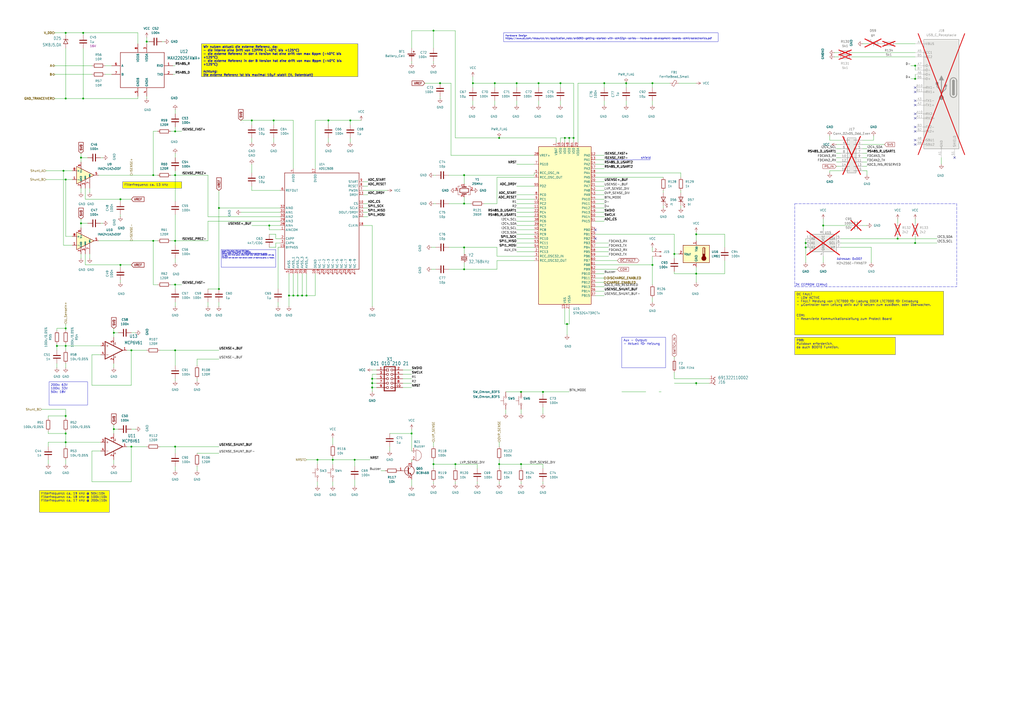
<source format=kicad_sch>
(kicad_sch
	(version 20250114)
	(generator "eeschema")
	(generator_version "9.0")
	(uuid "5f8b4aef-32eb-44a5-ac07-33765c2ecb50")
	(paper "A2")
	(lib_symbols
		(symbol "Amplifier_Current:INA241A2xDDF"
			(pin_names
				(offset 0.127)
			)
			(exclude_from_sim no)
			(in_bom yes)
			(on_board yes)
			(property "Reference" "U"
				(at 3.81 3.81 0)
				(effects
					(font
						(size 1.27 1.27)
					)
					(justify left)
				)
			)
			(property "Value" "INA241A2xDDF"
				(at 3.81 -2.54 0)
				(effects
					(font
						(size 1.27 1.27)
					)
					(justify left)
				)
			)
			(property "Footprint" "Package_TO_SOT_SMD:SOT-23-8"
				(at 0 -16.51 0)
				(effects
					(font
						(size 1.27 1.27)
					)
					(hide yes)
				)
			)
			(property "Datasheet" "https://www.ti.com/lit/ds/symlink/ina241b.pdf"
				(at 3.81 3.81 0)
				(effects
					(font
						(size 1.27 1.27)
					)
					(hide yes)
				)
			)
			(property "Description" "High- and Low-Side, Bidirectional, Zero-Drift, Current-Sense Amplifier With Enhanced PWM Rejection, 20V/V, ±0.01% Gain Accuracy, ±10 μV Offset Voltage, SOT-23-8"
				(at 0 0 0)
				(effects
					(font
						(size 1.27 1.27)
					)
					(hide yes)
				)
			)
			(property "ki_keywords" "current monitor shunt sensor bidirectional high low"
				(at 0 0 0)
				(effects
					(font
						(size 1.27 1.27)
					)
					(hide yes)
				)
			)
			(property "ki_fp_filters" "SOT?23*"
				(at 0 0 0)
				(effects
					(font
						(size 1.27 1.27)
					)
					(hide yes)
				)
			)
			(symbol "INA241A2xDDF_0_1"
				(polyline
					(pts
						(xy 5.08 0) (xy -5.08 5.08) (xy -5.08 -5.08) (xy 5.08 0)
					)
					(stroke
						(width 0.254)
						(type default)
					)
					(fill
						(type background)
					)
				)
			)
			(symbol "INA241A2xDDF_1_1"
				(pin input line
					(at -7.62 2.54 0)
					(length 2.54)
					(name "+"
						(effects
							(font
								(size 1.27 1.27)
							)
						)
					)
					(number "8"
						(effects
							(font
								(size 1.27 1.27)
							)
						)
					)
				)
				(pin input line
					(at -7.62 -2.54 0)
					(length 2.54)
					(name "-"
						(effects
							(font
								(size 1.27 1.27)
							)
						)
					)
					(number "1"
						(effects
							(font
								(size 1.27 1.27)
							)
						)
					)
				)
				(pin power_in line
					(at -2.54 7.62 270)
					(length 3.81)
					(name "V+"
						(effects
							(font
								(size 1.016 1.016)
							)
						)
					)
					(number "6"
						(effects
							(font
								(size 1.27 1.27)
							)
						)
					)
				)
				(pin power_in line
					(at -2.54 -7.62 90)
					(length 3.81)
					(name "GND"
						(effects
							(font
								(size 1.016 1.016)
							)
						)
					)
					(number "2"
						(effects
							(font
								(size 1.27 1.27)
							)
						)
					)
				)
				(pin passive line
					(at -2.54 -7.62 90)
					(length 3.81)
					(hide yes)
					(name "GND"
						(effects
							(font
								(size 1.016 1.016)
							)
						)
					)
					(number "4"
						(effects
							(font
								(size 1.27 1.27)
							)
						)
					)
				)
				(pin passive line
					(at 0 -7.62 90)
					(length 5.08)
					(name "REF2"
						(effects
							(font
								(size 0.508 0.508)
							)
						)
					)
					(number "3"
						(effects
							(font
								(size 1.27 1.27)
							)
						)
					)
				)
				(pin passive line
					(at 2.54 -7.62 90)
					(length 6.35)
					(name "REF1"
						(effects
							(font
								(size 0.508 0.508)
							)
						)
					)
					(number "7"
						(effects
							(font
								(size 1.27 1.27)
							)
						)
					)
				)
				(pin output line
					(at 7.62 0 180)
					(length 2.54)
					(name "~"
						(effects
							(font
								(size 1.27 1.27)
							)
						)
					)
					(number "5"
						(effects
							(font
								(size 1.27 1.27)
							)
						)
					)
				)
			)
			(embedded_fonts no)
		)
		(symbol "Connector:Conn_01x02_Pin"
			(pin_names
				(offset 1.016)
				(hide yes)
			)
			(exclude_from_sim no)
			(in_bom yes)
			(on_board yes)
			(property "Reference" "J"
				(at 0 2.54 0)
				(effects
					(font
						(size 1.27 1.27)
					)
				)
			)
			(property "Value" "Conn_01x02_Pin"
				(at 0 -5.08 0)
				(effects
					(font
						(size 1.27 1.27)
					)
				)
			)
			(property "Footprint" ""
				(at 0 0 0)
				(effects
					(font
						(size 1.27 1.27)
					)
					(hide yes)
				)
			)
			(property "Datasheet" "~"
				(at 0 0 0)
				(effects
					(font
						(size 1.27 1.27)
					)
					(hide yes)
				)
			)
			(property "Description" "Generic connector, single row, 01x02, script generated"
				(at 0 0 0)
				(effects
					(font
						(size 1.27 1.27)
					)
					(hide yes)
				)
			)
			(property "ki_locked" ""
				(at 0 0 0)
				(effects
					(font
						(size 1.27 1.27)
					)
				)
			)
			(property "ki_keywords" "connector"
				(at 0 0 0)
				(effects
					(font
						(size 1.27 1.27)
					)
					(hide yes)
				)
			)
			(property "ki_fp_filters" "Connector*:*_1x??_*"
				(at 0 0 0)
				(effects
					(font
						(size 1.27 1.27)
					)
					(hide yes)
				)
			)
			(symbol "Conn_01x02_Pin_1_1"
				(rectangle
					(start 0.8636 0.127)
					(end 0 -0.127)
					(stroke
						(width 0.1524)
						(type default)
					)
					(fill
						(type outline)
					)
				)
				(rectangle
					(start 0.8636 -2.413)
					(end 0 -2.667)
					(stroke
						(width 0.1524)
						(type default)
					)
					(fill
						(type outline)
					)
				)
				(polyline
					(pts
						(xy 1.27 0) (xy 0.8636 0)
					)
					(stroke
						(width 0.1524)
						(type default)
					)
					(fill
						(type none)
					)
				)
				(polyline
					(pts
						(xy 1.27 -2.54) (xy 0.8636 -2.54)
					)
					(stroke
						(width 0.1524)
						(type default)
					)
					(fill
						(type none)
					)
				)
				(pin passive line
					(at 5.08 0 180)
					(length 3.81)
					(name "Pin_1"
						(effects
							(font
								(size 1.27 1.27)
							)
						)
					)
					(number "1"
						(effects
							(font
								(size 1.27 1.27)
							)
						)
					)
				)
				(pin passive line
					(at 5.08 -2.54 180)
					(length 3.81)
					(name "Pin_2"
						(effects
							(font
								(size 1.27 1.27)
							)
						)
					)
					(number "2"
						(effects
							(font
								(size 1.27 1.27)
							)
						)
					)
				)
			)
			(embedded_fonts no)
		)
		(symbol "Connector:USB_C_Receptacle"
			(pin_names
				(offset 1.016)
			)
			(exclude_from_sim no)
			(in_bom yes)
			(on_board yes)
			(property "Reference" "J"
				(at -10.16 29.21 0)
				(effects
					(font
						(size 1.27 1.27)
					)
					(justify left)
				)
			)
			(property "Value" "USB_C_Receptacle"
				(at 10.16 29.21 0)
				(effects
					(font
						(size 1.27 1.27)
					)
					(justify right)
				)
			)
			(property "Footprint" ""
				(at 3.81 0 0)
				(effects
					(font
						(size 1.27 1.27)
					)
					(hide yes)
				)
			)
			(property "Datasheet" "https://www.usb.org/sites/default/files/documents/usb_type-c.zip"
				(at 3.81 0 0)
				(effects
					(font
						(size 1.27 1.27)
					)
					(hide yes)
				)
			)
			(property "Description" "USB Full-Featured Type-C Receptacle connector"
				(at 0 0 0)
				(effects
					(font
						(size 1.27 1.27)
					)
					(hide yes)
				)
			)
			(property "ki_keywords" "usb universal serial bus type-C full-featured"
				(at 0 0 0)
				(effects
					(font
						(size 1.27 1.27)
					)
					(hide yes)
				)
			)
			(property "ki_fp_filters" "USB*C*Receptacle*"
				(at 0 0 0)
				(effects
					(font
						(size 1.27 1.27)
					)
					(hide yes)
				)
			)
			(symbol "USB_C_Receptacle_0_0"
				(rectangle
					(start -0.254 -35.56)
					(end 0.254 -34.544)
					(stroke
						(width 0)
						(type default)
					)
					(fill
						(type none)
					)
				)
				(rectangle
					(start 10.16 25.654)
					(end 9.144 25.146)
					(stroke
						(width 0)
						(type default)
					)
					(fill
						(type none)
					)
				)
				(rectangle
					(start 10.16 20.574)
					(end 9.144 20.066)
					(stroke
						(width 0)
						(type default)
					)
					(fill
						(type none)
					)
				)
				(rectangle
					(start 10.16 18.034)
					(end 9.144 17.526)
					(stroke
						(width 0)
						(type default)
					)
					(fill
						(type none)
					)
				)
				(rectangle
					(start 10.16 12.954)
					(end 9.144 12.446)
					(stroke
						(width 0)
						(type default)
					)
					(fill
						(type none)
					)
				)
				(rectangle
					(start 10.16 10.414)
					(end 9.144 9.906)
					(stroke
						(width 0)
						(type default)
					)
					(fill
						(type none)
					)
				)
				(rectangle
					(start 10.16 7.874)
					(end 9.144 7.366)
					(stroke
						(width 0)
						(type default)
					)
					(fill
						(type none)
					)
				)
				(rectangle
					(start 10.16 5.334)
					(end 9.144 4.826)
					(stroke
						(width 0)
						(type default)
					)
					(fill
						(type none)
					)
				)
				(rectangle
					(start 10.16 0.254)
					(end 9.144 -0.254)
					(stroke
						(width 0)
						(type default)
					)
					(fill
						(type none)
					)
				)
				(rectangle
					(start 10.16 -2.286)
					(end 9.144 -2.794)
					(stroke
						(width 0)
						(type default)
					)
					(fill
						(type none)
					)
				)
				(rectangle
					(start 10.16 -7.366)
					(end 9.144 -7.874)
					(stroke
						(width 0)
						(type default)
					)
					(fill
						(type none)
					)
				)
				(rectangle
					(start 10.16 -9.906)
					(end 9.144 -10.414)
					(stroke
						(width 0)
						(type default)
					)
					(fill
						(type none)
					)
				)
				(rectangle
					(start 10.16 -14.986)
					(end 9.144 -15.494)
					(stroke
						(width 0)
						(type default)
					)
					(fill
						(type none)
					)
				)
				(rectangle
					(start 10.16 -17.526)
					(end 9.144 -18.034)
					(stroke
						(width 0)
						(type default)
					)
					(fill
						(type none)
					)
				)
				(rectangle
					(start 10.16 -22.606)
					(end 9.144 -23.114)
					(stroke
						(width 0)
						(type default)
					)
					(fill
						(type none)
					)
				)
				(rectangle
					(start 10.16 -25.146)
					(end 9.144 -25.654)
					(stroke
						(width 0)
						(type default)
					)
					(fill
						(type none)
					)
				)
				(rectangle
					(start 10.16 -30.226)
					(end 9.144 -30.734)
					(stroke
						(width 0)
						(type default)
					)
					(fill
						(type none)
					)
				)
				(rectangle
					(start 10.16 -32.766)
					(end 9.144 -33.274)
					(stroke
						(width 0)
						(type default)
					)
					(fill
						(type none)
					)
				)
			)
			(symbol "USB_C_Receptacle_0_1"
				(rectangle
					(start -10.16 27.94)
					(end 10.16 -35.56)
					(stroke
						(width 0.254)
						(type default)
					)
					(fill
						(type background)
					)
				)
				(polyline
					(pts
						(xy -8.89 -3.81) (xy -8.89 3.81)
					)
					(stroke
						(width 0.508)
						(type default)
					)
					(fill
						(type none)
					)
				)
				(rectangle
					(start -7.62 -3.81)
					(end -6.35 3.81)
					(stroke
						(width 0.254)
						(type default)
					)
					(fill
						(type outline)
					)
				)
				(arc
					(start -7.62 3.81)
					(mid -6.985 4.4423)
					(end -6.35 3.81)
					(stroke
						(width 0.254)
						(type default)
					)
					(fill
						(type none)
					)
				)
				(arc
					(start -7.62 3.81)
					(mid -6.985 4.4423)
					(end -6.35 3.81)
					(stroke
						(width 0.254)
						(type default)
					)
					(fill
						(type outline)
					)
				)
				(arc
					(start -8.89 3.81)
					(mid -6.985 5.7067)
					(end -5.08 3.81)
					(stroke
						(width 0.508)
						(type default)
					)
					(fill
						(type none)
					)
				)
				(arc
					(start -5.08 -3.81)
					(mid -6.985 -5.7067)
					(end -8.89 -3.81)
					(stroke
						(width 0.508)
						(type default)
					)
					(fill
						(type none)
					)
				)
				(arc
					(start -6.35 -3.81)
					(mid -6.985 -4.4423)
					(end -7.62 -3.81)
					(stroke
						(width 0.254)
						(type default)
					)
					(fill
						(type none)
					)
				)
				(arc
					(start -6.35 -3.81)
					(mid -6.985 -4.4423)
					(end -7.62 -3.81)
					(stroke
						(width 0.254)
						(type default)
					)
					(fill
						(type outline)
					)
				)
				(polyline
					(pts
						(xy -5.08 3.81) (xy -5.08 -3.81)
					)
					(stroke
						(width 0.508)
						(type default)
					)
					(fill
						(type none)
					)
				)
			)
			(symbol "USB_C_Receptacle_1_1"
				(circle
					(center -2.54 1.143)
					(radius 0.635)
					(stroke
						(width 0.254)
						(type default)
					)
					(fill
						(type outline)
					)
				)
				(polyline
					(pts
						(xy -1.27 4.318) (xy 0 6.858) (xy 1.27 4.318) (xy -1.27 4.318)
					)
					(stroke
						(width 0.254)
						(type default)
					)
					(fill
						(type outline)
					)
				)
				(polyline
					(pts
						(xy 0 -2.032) (xy 2.54 0.508) (xy 2.54 1.778)
					)
					(stroke
						(width 0.508)
						(type default)
					)
					(fill
						(type none)
					)
				)
				(polyline
					(pts
						(xy 0 -3.302) (xy -2.54 -0.762) (xy -2.54 0.508)
					)
					(stroke
						(width 0.508)
						(type default)
					)
					(fill
						(type none)
					)
				)
				(polyline
					(pts
						(xy 0 -5.842) (xy 0 4.318)
					)
					(stroke
						(width 0.508)
						(type default)
					)
					(fill
						(type none)
					)
				)
				(circle
					(center 0 -5.842)
					(radius 1.27)
					(stroke
						(width 0)
						(type default)
					)
					(fill
						(type outline)
					)
				)
				(rectangle
					(start 1.905 1.778)
					(end 3.175 3.048)
					(stroke
						(width 0.254)
						(type default)
					)
					(fill
						(type outline)
					)
				)
				(pin passive line
					(at -7.62 -40.64 90)
					(length 5.08)
					(name "SHIELD"
						(effects
							(font
								(size 1.27 1.27)
							)
						)
					)
					(number "S1"
						(effects
							(font
								(size 1.27 1.27)
							)
						)
					)
				)
				(pin passive line
					(at 0 -40.64 90)
					(length 5.08)
					(name "GND"
						(effects
							(font
								(size 1.27 1.27)
							)
						)
					)
					(number "A1"
						(effects
							(font
								(size 1.27 1.27)
							)
						)
					)
				)
				(pin passive line
					(at 0 -40.64 90)
					(length 5.08)
					(hide yes)
					(name "GND"
						(effects
							(font
								(size 1.27 1.27)
							)
						)
					)
					(number "A12"
						(effects
							(font
								(size 1.27 1.27)
							)
						)
					)
				)
				(pin passive line
					(at 0 -40.64 90)
					(length 5.08)
					(hide yes)
					(name "GND"
						(effects
							(font
								(size 1.27 1.27)
							)
						)
					)
					(number "B1"
						(effects
							(font
								(size 1.27 1.27)
							)
						)
					)
				)
				(pin passive line
					(at 0 -40.64 90)
					(length 5.08)
					(hide yes)
					(name "GND"
						(effects
							(font
								(size 1.27 1.27)
							)
						)
					)
					(number "B12"
						(effects
							(font
								(size 1.27 1.27)
							)
						)
					)
				)
				(pin passive line
					(at 15.24 25.4 180)
					(length 5.08)
					(name "VBUS"
						(effects
							(font
								(size 1.27 1.27)
							)
						)
					)
					(number "A4"
						(effects
							(font
								(size 1.27 1.27)
							)
						)
					)
				)
				(pin passive line
					(at 15.24 25.4 180)
					(length 5.08)
					(hide yes)
					(name "VBUS"
						(effects
							(font
								(size 1.27 1.27)
							)
						)
					)
					(number "A9"
						(effects
							(font
								(size 1.27 1.27)
							)
						)
					)
				)
				(pin passive line
					(at 15.24 25.4 180)
					(length 5.08)
					(hide yes)
					(name "VBUS"
						(effects
							(font
								(size 1.27 1.27)
							)
						)
					)
					(number "B4"
						(effects
							(font
								(size 1.27 1.27)
							)
						)
					)
				)
				(pin passive line
					(at 15.24 25.4 180)
					(length 5.08)
					(hide yes)
					(name "VBUS"
						(effects
							(font
								(size 1.27 1.27)
							)
						)
					)
					(number "B9"
						(effects
							(font
								(size 1.27 1.27)
							)
						)
					)
				)
				(pin bidirectional line
					(at 15.24 20.32 180)
					(length 5.08)
					(name "CC1"
						(effects
							(font
								(size 1.27 1.27)
							)
						)
					)
					(number "A5"
						(effects
							(font
								(size 1.27 1.27)
							)
						)
					)
				)
				(pin bidirectional line
					(at 15.24 17.78 180)
					(length 5.08)
					(name "CC2"
						(effects
							(font
								(size 1.27 1.27)
							)
						)
					)
					(number "B5"
						(effects
							(font
								(size 1.27 1.27)
							)
						)
					)
				)
				(pin bidirectional line
					(at 15.24 12.7 180)
					(length 5.08)
					(name "D-"
						(effects
							(font
								(size 1.27 1.27)
							)
						)
					)
					(number "A7"
						(effects
							(font
								(size 1.27 1.27)
							)
						)
					)
				)
				(pin bidirectional line
					(at 15.24 10.16 180)
					(length 5.08)
					(name "D-"
						(effects
							(font
								(size 1.27 1.27)
							)
						)
					)
					(number "B7"
						(effects
							(font
								(size 1.27 1.27)
							)
						)
					)
				)
				(pin bidirectional line
					(at 15.24 7.62 180)
					(length 5.08)
					(name "D+"
						(effects
							(font
								(size 1.27 1.27)
							)
						)
					)
					(number "A6"
						(effects
							(font
								(size 1.27 1.27)
							)
						)
					)
				)
				(pin bidirectional line
					(at 15.24 5.08 180)
					(length 5.08)
					(name "D+"
						(effects
							(font
								(size 1.27 1.27)
							)
						)
					)
					(number "B6"
						(effects
							(font
								(size 1.27 1.27)
							)
						)
					)
				)
				(pin bidirectional line
					(at 15.24 0 180)
					(length 5.08)
					(name "RX1-"
						(effects
							(font
								(size 1.27 1.27)
							)
						)
					)
					(number "B10"
						(effects
							(font
								(size 1.27 1.27)
							)
						)
					)
				)
				(pin bidirectional line
					(at 15.24 -2.54 180)
					(length 5.08)
					(name "RX1+"
						(effects
							(font
								(size 1.27 1.27)
							)
						)
					)
					(number "B11"
						(effects
							(font
								(size 1.27 1.27)
							)
						)
					)
				)
				(pin bidirectional line
					(at 15.24 -7.62 180)
					(length 5.08)
					(name "TX1-"
						(effects
							(font
								(size 1.27 1.27)
							)
						)
					)
					(number "A3"
						(effects
							(font
								(size 1.27 1.27)
							)
						)
					)
				)
				(pin bidirectional line
					(at 15.24 -10.16 180)
					(length 5.08)
					(name "TX1+"
						(effects
							(font
								(size 1.27 1.27)
							)
						)
					)
					(number "A2"
						(effects
							(font
								(size 1.27 1.27)
							)
						)
					)
				)
				(pin bidirectional line
					(at 15.24 -15.24 180)
					(length 5.08)
					(name "RX2-"
						(effects
							(font
								(size 1.27 1.27)
							)
						)
					)
					(number "A10"
						(effects
							(font
								(size 1.27 1.27)
							)
						)
					)
				)
				(pin bidirectional line
					(at 15.24 -17.78 180)
					(length 5.08)
					(name "RX2+"
						(effects
							(font
								(size 1.27 1.27)
							)
						)
					)
					(number "A11"
						(effects
							(font
								(size 1.27 1.27)
							)
						)
					)
				)
				(pin bidirectional line
					(at 15.24 -22.86 180)
					(length 5.08)
					(name "TX2-"
						(effects
							(font
								(size 1.27 1.27)
							)
						)
					)
					(number "B3"
						(effects
							(font
								(size 1.27 1.27)
							)
						)
					)
				)
				(pin bidirectional line
					(at 15.24 -25.4 180)
					(length 5.08)
					(name "TX2+"
						(effects
							(font
								(size 1.27 1.27)
							)
						)
					)
					(number "B2"
						(effects
							(font
								(size 1.27 1.27)
							)
						)
					)
				)
				(pin bidirectional line
					(at 15.24 -30.48 180)
					(length 5.08)
					(name "SBU1"
						(effects
							(font
								(size 1.27 1.27)
							)
						)
					)
					(number "A8"
						(effects
							(font
								(size 1.27 1.27)
							)
						)
					)
				)
				(pin bidirectional line
					(at 15.24 -33.02 180)
					(length 5.08)
					(name "SBU2"
						(effects
							(font
								(size 1.27 1.27)
							)
						)
					)
					(number "B8"
						(effects
							(font
								(size 1.27 1.27)
							)
						)
					)
				)
			)
			(embedded_fonts no)
		)
		(symbol "Connector_Generic:Conn_02x08_Odd_Even"
			(pin_names
				(offset 1.016)
				(hide yes)
			)
			(exclude_from_sim no)
			(in_bom yes)
			(on_board yes)
			(property "Reference" "J"
				(at 1.27 10.16 0)
				(effects
					(font
						(size 1.27 1.27)
					)
				)
			)
			(property "Value" "Conn_02x08_Odd_Even"
				(at 1.27 -12.7 0)
				(effects
					(font
						(size 1.27 1.27)
					)
				)
			)
			(property "Footprint" ""
				(at 0 0 0)
				(effects
					(font
						(size 1.27 1.27)
					)
					(hide yes)
				)
			)
			(property "Datasheet" "~"
				(at 0 0 0)
				(effects
					(font
						(size 1.27 1.27)
					)
					(hide yes)
				)
			)
			(property "Description" "Generic connector, double row, 02x08, odd/even pin numbering scheme (row 1 odd numbers, row 2 even numbers), script generated (kicad-library-utils/schlib/autogen/connector/)"
				(at 0 0 0)
				(effects
					(font
						(size 1.27 1.27)
					)
					(hide yes)
				)
			)
			(property "ki_keywords" "connector"
				(at 0 0 0)
				(effects
					(font
						(size 1.27 1.27)
					)
					(hide yes)
				)
			)
			(property "ki_fp_filters" "Connector*:*_2x??_*"
				(at 0 0 0)
				(effects
					(font
						(size 1.27 1.27)
					)
					(hide yes)
				)
			)
			(symbol "Conn_02x08_Odd_Even_1_1"
				(rectangle
					(start -1.27 8.89)
					(end 3.81 -11.43)
					(stroke
						(width 0.254)
						(type default)
					)
					(fill
						(type background)
					)
				)
				(rectangle
					(start -1.27 7.747)
					(end 0 7.493)
					(stroke
						(width 0.1524)
						(type default)
					)
					(fill
						(type none)
					)
				)
				(rectangle
					(start -1.27 5.207)
					(end 0 4.953)
					(stroke
						(width 0.1524)
						(type default)
					)
					(fill
						(type none)
					)
				)
				(rectangle
					(start -1.27 2.667)
					(end 0 2.413)
					(stroke
						(width 0.1524)
						(type default)
					)
					(fill
						(type none)
					)
				)
				(rectangle
					(start -1.27 0.127)
					(end 0 -0.127)
					(stroke
						(width 0.1524)
						(type default)
					)
					(fill
						(type none)
					)
				)
				(rectangle
					(start -1.27 -2.413)
					(end 0 -2.667)
					(stroke
						(width 0.1524)
						(type default)
					)
					(fill
						(type none)
					)
				)
				(rectangle
					(start -1.27 -4.953)
					(end 0 -5.207)
					(stroke
						(width 0.1524)
						(type default)
					)
					(fill
						(type none)
					)
				)
				(rectangle
					(start -1.27 -7.493)
					(end 0 -7.747)
					(stroke
						(width 0.1524)
						(type default)
					)
					(fill
						(type none)
					)
				)
				(rectangle
					(start -1.27 -10.033)
					(end 0 -10.287)
					(stroke
						(width 0.1524)
						(type default)
					)
					(fill
						(type none)
					)
				)
				(rectangle
					(start 3.81 7.747)
					(end 2.54 7.493)
					(stroke
						(width 0.1524)
						(type default)
					)
					(fill
						(type none)
					)
				)
				(rectangle
					(start 3.81 5.207)
					(end 2.54 4.953)
					(stroke
						(width 0.1524)
						(type default)
					)
					(fill
						(type none)
					)
				)
				(rectangle
					(start 3.81 2.667)
					(end 2.54 2.413)
					(stroke
						(width 0.1524)
						(type default)
					)
					(fill
						(type none)
					)
				)
				(rectangle
					(start 3.81 0.127)
					(end 2.54 -0.127)
					(stroke
						(width 0.1524)
						(type default)
					)
					(fill
						(type none)
					)
				)
				(rectangle
					(start 3.81 -2.413)
					(end 2.54 -2.667)
					(stroke
						(width 0.1524)
						(type default)
					)
					(fill
						(type none)
					)
				)
				(rectangle
					(start 3.81 -4.953)
					(end 2.54 -5.207)
					(stroke
						(width 0.1524)
						(type default)
					)
					(fill
						(type none)
					)
				)
				(rectangle
					(start 3.81 -7.493)
					(end 2.54 -7.747)
					(stroke
						(width 0.1524)
						(type default)
					)
					(fill
						(type none)
					)
				)
				(rectangle
					(start 3.81 -10.033)
					(end 2.54 -10.287)
					(stroke
						(width 0.1524)
						(type default)
					)
					(fill
						(type none)
					)
				)
				(pin passive line
					(at -5.08 7.62 0)
					(length 3.81)
					(name "Pin_1"
						(effects
							(font
								(size 1.27 1.27)
							)
						)
					)
					(number "1"
						(effects
							(font
								(size 1.27 1.27)
							)
						)
					)
				)
				(pin passive line
					(at -5.08 5.08 0)
					(length 3.81)
					(name "Pin_3"
						(effects
							(font
								(size 1.27 1.27)
							)
						)
					)
					(number "3"
						(effects
							(font
								(size 1.27 1.27)
							)
						)
					)
				)
				(pin passive line
					(at -5.08 2.54 0)
					(length 3.81)
					(name "Pin_5"
						(effects
							(font
								(size 1.27 1.27)
							)
						)
					)
					(number "5"
						(effects
							(font
								(size 1.27 1.27)
							)
						)
					)
				)
				(pin passive line
					(at -5.08 0 0)
					(length 3.81)
					(name "Pin_7"
						(effects
							(font
								(size 1.27 1.27)
							)
						)
					)
					(number "7"
						(effects
							(font
								(size 1.27 1.27)
							)
						)
					)
				)
				(pin passive line
					(at -5.08 -2.54 0)
					(length 3.81)
					(name "Pin_9"
						(effects
							(font
								(size 1.27 1.27)
							)
						)
					)
					(number "9"
						(effects
							(font
								(size 1.27 1.27)
							)
						)
					)
				)
				(pin passive line
					(at -5.08 -5.08 0)
					(length 3.81)
					(name "Pin_11"
						(effects
							(font
								(size 1.27 1.27)
							)
						)
					)
					(number "11"
						(effects
							(font
								(size 1.27 1.27)
							)
						)
					)
				)
				(pin passive line
					(at -5.08 -7.62 0)
					(length 3.81)
					(name "Pin_13"
						(effects
							(font
								(size 1.27 1.27)
							)
						)
					)
					(number "13"
						(effects
							(font
								(size 1.27 1.27)
							)
						)
					)
				)
				(pin passive line
					(at -5.08 -10.16 0)
					(length 3.81)
					(name "Pin_15"
						(effects
							(font
								(size 1.27 1.27)
							)
						)
					)
					(number "15"
						(effects
							(font
								(size 1.27 1.27)
							)
						)
					)
				)
				(pin passive line
					(at 7.62 7.62 180)
					(length 3.81)
					(name "Pin_2"
						(effects
							(font
								(size 1.27 1.27)
							)
						)
					)
					(number "2"
						(effects
							(font
								(size 1.27 1.27)
							)
						)
					)
				)
				(pin passive line
					(at 7.62 5.08 180)
					(length 3.81)
					(name "Pin_4"
						(effects
							(font
								(size 1.27 1.27)
							)
						)
					)
					(number "4"
						(effects
							(font
								(size 1.27 1.27)
							)
						)
					)
				)
				(pin passive line
					(at 7.62 2.54 180)
					(length 3.81)
					(name "Pin_6"
						(effects
							(font
								(size 1.27 1.27)
							)
						)
					)
					(number "6"
						(effects
							(font
								(size 1.27 1.27)
							)
						)
					)
				)
				(pin passive line
					(at 7.62 0 180)
					(length 3.81)
					(name "Pin_8"
						(effects
							(font
								(size 1.27 1.27)
							)
						)
					)
					(number "8"
						(effects
							(font
								(size 1.27 1.27)
							)
						)
					)
				)
				(pin passive line
					(at 7.62 -2.54 180)
					(length 3.81)
					(name "Pin_10"
						(effects
							(font
								(size 1.27 1.27)
							)
						)
					)
					(number "10"
						(effects
							(font
								(size 1.27 1.27)
							)
						)
					)
				)
				(pin passive line
					(at 7.62 -5.08 180)
					(length 3.81)
					(name "Pin_12"
						(effects
							(font
								(size 1.27 1.27)
							)
						)
					)
					(number "12"
						(effects
							(font
								(size 1.27 1.27)
							)
						)
					)
				)
				(pin passive line
					(at 7.62 -7.62 180)
					(length 3.81)
					(name "Pin_14"
						(effects
							(font
								(size 1.27 1.27)
							)
						)
					)
					(number "14"
						(effects
							(font
								(size 1.27 1.27)
							)
						)
					)
				)
				(pin passive line
					(at 7.62 -10.16 180)
					(length 3.81)
					(name "Pin_16"
						(effects
							(font
								(size 1.27 1.27)
							)
						)
					)
					(number "16"
						(effects
							(font
								(size 1.27 1.27)
							)
						)
					)
				)
			)
			(embedded_fonts no)
		)
		(symbol "Device:Battery_Cell"
			(pin_numbers
				(hide yes)
			)
			(pin_names
				(offset 0)
				(hide yes)
			)
			(exclude_from_sim no)
			(in_bom yes)
			(on_board yes)
			(property "Reference" "BT"
				(at 2.54 2.54 0)
				(effects
					(font
						(size 1.27 1.27)
					)
					(justify left)
				)
			)
			(property "Value" "Battery_Cell"
				(at 2.54 0 0)
				(effects
					(font
						(size 1.27 1.27)
					)
					(justify left)
				)
			)
			(property "Footprint" ""
				(at 0 1.524 90)
				(effects
					(font
						(size 1.27 1.27)
					)
					(hide yes)
				)
			)
			(property "Datasheet" "~"
				(at 0 1.524 90)
				(effects
					(font
						(size 1.27 1.27)
					)
					(hide yes)
				)
			)
			(property "Description" "Single-cell battery"
				(at 0 0 0)
				(effects
					(font
						(size 1.27 1.27)
					)
					(hide yes)
				)
			)
			(property "ki_keywords" "battery cell"
				(at 0 0 0)
				(effects
					(font
						(size 1.27 1.27)
					)
					(hide yes)
				)
			)
			(symbol "Battery_Cell_0_1"
				(rectangle
					(start -2.286 1.778)
					(end 2.286 1.524)
					(stroke
						(width 0)
						(type default)
					)
					(fill
						(type outline)
					)
				)
				(rectangle
					(start -1.524 1.016)
					(end 1.524 0.508)
					(stroke
						(width 0)
						(type default)
					)
					(fill
						(type outline)
					)
				)
				(polyline
					(pts
						(xy 0 1.778) (xy 0 2.54)
					)
					(stroke
						(width 0)
						(type default)
					)
					(fill
						(type none)
					)
				)
				(polyline
					(pts
						(xy 0 0.762) (xy 0 0)
					)
					(stroke
						(width 0)
						(type default)
					)
					(fill
						(type none)
					)
				)
				(polyline
					(pts
						(xy 0.762 3.048) (xy 1.778 3.048)
					)
					(stroke
						(width 0.254)
						(type default)
					)
					(fill
						(type none)
					)
				)
				(polyline
					(pts
						(xy 1.27 3.556) (xy 1.27 2.54)
					)
					(stroke
						(width 0.254)
						(type default)
					)
					(fill
						(type none)
					)
				)
			)
			(symbol "Battery_Cell_1_1"
				(pin passive line
					(at 0 5.08 270)
					(length 2.54)
					(name "+"
						(effects
							(font
								(size 1.27 1.27)
							)
						)
					)
					(number "1"
						(effects
							(font
								(size 1.27 1.27)
							)
						)
					)
				)
				(pin passive line
					(at 0 -2.54 90)
					(length 2.54)
					(name "-"
						(effects
							(font
								(size 1.27 1.27)
							)
						)
					)
					(number "2"
						(effects
							(font
								(size 1.27 1.27)
							)
						)
					)
				)
			)
			(embedded_fonts no)
		)
		(symbol "Device:Buzzer"
			(pin_names
				(offset 0.0254)
				(hide yes)
			)
			(exclude_from_sim no)
			(in_bom yes)
			(on_board yes)
			(property "Reference" "BZ"
				(at 3.81 1.27 0)
				(effects
					(font
						(size 1.27 1.27)
					)
					(justify left)
				)
			)
			(property "Value" "Buzzer"
				(at 3.81 -1.27 0)
				(effects
					(font
						(size 1.27 1.27)
					)
					(justify left)
				)
			)
			(property "Footprint" ""
				(at -0.635 2.54 90)
				(effects
					(font
						(size 1.27 1.27)
					)
					(hide yes)
				)
			)
			(property "Datasheet" "~"
				(at -0.635 2.54 90)
				(effects
					(font
						(size 1.27 1.27)
					)
					(hide yes)
				)
			)
			(property "Description" "Buzzer, polarized"
				(at 0 0 0)
				(effects
					(font
						(size 1.27 1.27)
					)
					(hide yes)
				)
			)
			(property "ki_keywords" "quartz resonator ceramic"
				(at 0 0 0)
				(effects
					(font
						(size 1.27 1.27)
					)
					(hide yes)
				)
			)
			(property "ki_fp_filters" "*Buzzer*"
				(at 0 0 0)
				(effects
					(font
						(size 1.27 1.27)
					)
					(hide yes)
				)
			)
			(symbol "Buzzer_0_1"
				(polyline
					(pts
						(xy -1.651 1.905) (xy -1.143 1.905)
					)
					(stroke
						(width 0)
						(type default)
					)
					(fill
						(type none)
					)
				)
				(polyline
					(pts
						(xy -1.397 2.159) (xy -1.397 1.651)
					)
					(stroke
						(width 0)
						(type default)
					)
					(fill
						(type none)
					)
				)
				(arc
					(start 0 3.175)
					(mid 3.1612 0)
					(end 0 -3.175)
					(stroke
						(width 0)
						(type default)
					)
					(fill
						(type none)
					)
				)
				(polyline
					(pts
						(xy 0 3.175) (xy 0 -3.175)
					)
					(stroke
						(width 0)
						(type default)
					)
					(fill
						(type none)
					)
				)
			)
			(symbol "Buzzer_1_1"
				(pin passive line
					(at -2.54 2.54 0)
					(length 2.54)
					(name "+"
						(effects
							(font
								(size 1.27 1.27)
							)
						)
					)
					(number "1"
						(effects
							(font
								(size 1.27 1.27)
							)
						)
					)
				)
				(pin passive line
					(at -2.54 -2.54 0)
					(length 2.54)
					(name "-"
						(effects
							(font
								(size 1.27 1.27)
							)
						)
					)
					(number "2"
						(effects
							(font
								(size 1.27 1.27)
							)
						)
					)
				)
			)
			(embedded_fonts no)
		)
		(symbol "Device:C"
			(pin_numbers
				(hide yes)
			)
			(pin_names
				(offset 0.254)
			)
			(exclude_from_sim no)
			(in_bom yes)
			(on_board yes)
			(property "Reference" "C"
				(at 0.635 2.54 0)
				(effects
					(font
						(size 1.27 1.27)
					)
					(justify left)
				)
			)
			(property "Value" "C"
				(at 0.635 -2.54 0)
				(effects
					(font
						(size 1.27 1.27)
					)
					(justify left)
				)
			)
			(property "Footprint" ""
				(at 0.9652 -3.81 0)
				(effects
					(font
						(size 1.27 1.27)
					)
					(hide yes)
				)
			)
			(property "Datasheet" "~"
				(at 0 0 0)
				(effects
					(font
						(size 1.27 1.27)
					)
					(hide yes)
				)
			)
			(property "Description" "Unpolarized capacitor"
				(at 0 0 0)
				(effects
					(font
						(size 1.27 1.27)
					)
					(hide yes)
				)
			)
			(property "ki_keywords" "cap capacitor"
				(at 0 0 0)
				(effects
					(font
						(size 1.27 1.27)
					)
					(hide yes)
				)
			)
			(property "ki_fp_filters" "C_*"
				(at 0 0 0)
				(effects
					(font
						(size 1.27 1.27)
					)
					(hide yes)
				)
			)
			(symbol "C_0_1"
				(polyline
					(pts
						(xy -2.032 0.762) (xy 2.032 0.762)
					)
					(stroke
						(width 0.508)
						(type default)
					)
					(fill
						(type none)
					)
				)
				(polyline
					(pts
						(xy -2.032 -0.762) (xy 2.032 -0.762)
					)
					(stroke
						(width 0.508)
						(type default)
					)
					(fill
						(type none)
					)
				)
			)
			(symbol "C_1_1"
				(pin passive line
					(at 0 3.81 270)
					(length 2.794)
					(name "~"
						(effects
							(font
								(size 1.27 1.27)
							)
						)
					)
					(number "1"
						(effects
							(font
								(size 1.27 1.27)
							)
						)
					)
				)
				(pin passive line
					(at 0 -3.81 90)
					(length 2.794)
					(name "~"
						(effects
							(font
								(size 1.27 1.27)
							)
						)
					)
					(number "2"
						(effects
							(font
								(size 1.27 1.27)
							)
						)
					)
				)
			)
			(embedded_fonts no)
		)
		(symbol "Device:Crystal_GND24"
			(pin_names
				(offset 1.016)
				(hide yes)
			)
			(exclude_from_sim no)
			(in_bom yes)
			(on_board yes)
			(property "Reference" "Y"
				(at 3.175 5.08 0)
				(effects
					(font
						(size 1.27 1.27)
					)
					(justify left)
				)
			)
			(property "Value" "Crystal_GND24"
				(at 3.175 3.175 0)
				(effects
					(font
						(size 1.27 1.27)
					)
					(justify left)
				)
			)
			(property "Footprint" ""
				(at 0 0 0)
				(effects
					(font
						(size 1.27 1.27)
					)
					(hide yes)
				)
			)
			(property "Datasheet" "~"
				(at 0 0 0)
				(effects
					(font
						(size 1.27 1.27)
					)
					(hide yes)
				)
			)
			(property "Description" "Four pin crystal, GND on pins 2 and 4"
				(at 0 0 0)
				(effects
					(font
						(size 1.27 1.27)
					)
					(hide yes)
				)
			)
			(property "ki_keywords" "quartz ceramic resonator oscillator"
				(at 0 0 0)
				(effects
					(font
						(size 1.27 1.27)
					)
					(hide yes)
				)
			)
			(property "ki_fp_filters" "Crystal*"
				(at 0 0 0)
				(effects
					(font
						(size 1.27 1.27)
					)
					(hide yes)
				)
			)
			(symbol "Crystal_GND24_0_1"
				(polyline
					(pts
						(xy -2.54 2.286) (xy -2.54 3.556) (xy 2.54 3.556) (xy 2.54 2.286)
					)
					(stroke
						(width 0)
						(type default)
					)
					(fill
						(type none)
					)
				)
				(polyline
					(pts
						(xy -2.54 0) (xy -2.032 0)
					)
					(stroke
						(width 0)
						(type default)
					)
					(fill
						(type none)
					)
				)
				(polyline
					(pts
						(xy -2.54 -2.286) (xy -2.54 -3.556) (xy 2.54 -3.556) (xy 2.54 -2.286)
					)
					(stroke
						(width 0)
						(type default)
					)
					(fill
						(type none)
					)
				)
				(polyline
					(pts
						(xy -2.032 -1.27) (xy -2.032 1.27)
					)
					(stroke
						(width 0.508)
						(type default)
					)
					(fill
						(type none)
					)
				)
				(rectangle
					(start -1.143 2.54)
					(end 1.143 -2.54)
					(stroke
						(width 0.3048)
						(type default)
					)
					(fill
						(type none)
					)
				)
				(polyline
					(pts
						(xy 0 3.556) (xy 0 3.81)
					)
					(stroke
						(width 0)
						(type default)
					)
					(fill
						(type none)
					)
				)
				(polyline
					(pts
						(xy 0 -3.81) (xy 0 -3.556)
					)
					(stroke
						(width 0)
						(type default)
					)
					(fill
						(type none)
					)
				)
				(polyline
					(pts
						(xy 2.032 0) (xy 2.54 0)
					)
					(stroke
						(width 0)
						(type default)
					)
					(fill
						(type none)
					)
				)
				(polyline
					(pts
						(xy 2.032 -1.27) (xy 2.032 1.27)
					)
					(stroke
						(width 0.508)
						(type default)
					)
					(fill
						(type none)
					)
				)
			)
			(symbol "Crystal_GND24_1_1"
				(pin passive line
					(at -3.81 0 0)
					(length 1.27)
					(name "1"
						(effects
							(font
								(size 1.27 1.27)
							)
						)
					)
					(number "1"
						(effects
							(font
								(size 1.27 1.27)
							)
						)
					)
				)
				(pin passive line
					(at 0 5.08 270)
					(length 1.27)
					(name "2"
						(effects
							(font
								(size 1.27 1.27)
							)
						)
					)
					(number "2"
						(effects
							(font
								(size 1.27 1.27)
							)
						)
					)
				)
				(pin passive line
					(at 0 -5.08 90)
					(length 1.27)
					(name "4"
						(effects
							(font
								(size 1.27 1.27)
							)
						)
					)
					(number "4"
						(effects
							(font
								(size 1.27 1.27)
							)
						)
					)
				)
				(pin passive line
					(at 3.81 0 180)
					(length 1.27)
					(name "3"
						(effects
							(font
								(size 1.27 1.27)
							)
						)
					)
					(number "3"
						(effects
							(font
								(size 1.27 1.27)
							)
						)
					)
				)
			)
			(embedded_fonts no)
		)
		(symbol "Device:FerriteBead_Small"
			(pin_numbers
				(hide yes)
			)
			(pin_names
				(offset 0)
			)
			(exclude_from_sim no)
			(in_bom yes)
			(on_board yes)
			(property "Reference" "FB"
				(at 1.905 1.27 0)
				(effects
					(font
						(size 1.27 1.27)
					)
					(justify left)
				)
			)
			(property "Value" "FerriteBead_Small"
				(at 1.905 -1.27 0)
				(effects
					(font
						(size 1.27 1.27)
					)
					(justify left)
				)
			)
			(property "Footprint" ""
				(at -1.778 0 90)
				(effects
					(font
						(size 1.27 1.27)
					)
					(hide yes)
				)
			)
			(property "Datasheet" "~"
				(at 0 0 0)
				(effects
					(font
						(size 1.27 1.27)
					)
					(hide yes)
				)
			)
			(property "Description" "Ferrite bead, small symbol"
				(at 0 0 0)
				(effects
					(font
						(size 1.27 1.27)
					)
					(hide yes)
				)
			)
			(property "ki_keywords" "L ferrite bead inductor filter"
				(at 0 0 0)
				(effects
					(font
						(size 1.27 1.27)
					)
					(hide yes)
				)
			)
			(property "ki_fp_filters" "Inductor_* L_* *Ferrite*"
				(at 0 0 0)
				(effects
					(font
						(size 1.27 1.27)
					)
					(hide yes)
				)
			)
			(symbol "FerriteBead_Small_0_1"
				(polyline
					(pts
						(xy -1.8288 0.2794) (xy -1.1176 1.4986) (xy 1.8288 -0.2032) (xy 1.1176 -1.4224) (xy -1.8288 0.2794)
					)
					(stroke
						(width 0)
						(type default)
					)
					(fill
						(type none)
					)
				)
				(polyline
					(pts
						(xy 0 0.889) (xy 0 1.2954)
					)
					(stroke
						(width 0)
						(type default)
					)
					(fill
						(type none)
					)
				)
				(polyline
					(pts
						(xy 0 -1.27) (xy 0 -0.7874)
					)
					(stroke
						(width 0)
						(type default)
					)
					(fill
						(type none)
					)
				)
			)
			(symbol "FerriteBead_Small_1_1"
				(pin passive line
					(at 0 2.54 270)
					(length 1.27)
					(name "~"
						(effects
							(font
								(size 1.27 1.27)
							)
						)
					)
					(number "1"
						(effects
							(font
								(size 1.27 1.27)
							)
						)
					)
				)
				(pin passive line
					(at 0 -2.54 90)
					(length 1.27)
					(name "~"
						(effects
							(font
								(size 1.27 1.27)
							)
						)
					)
					(number "2"
						(effects
							(font
								(size 1.27 1.27)
							)
						)
					)
				)
			)
			(embedded_fonts no)
		)
		(symbol "Device:Fuse"
			(pin_numbers
				(hide yes)
			)
			(pin_names
				(offset 0)
			)
			(exclude_from_sim no)
			(in_bom yes)
			(on_board yes)
			(property "Reference" "F"
				(at 2.032 0 90)
				(effects
					(font
						(size 1.27 1.27)
					)
				)
			)
			(property "Value" "Fuse"
				(at -1.905 0 90)
				(effects
					(font
						(size 1.27 1.27)
					)
				)
			)
			(property "Footprint" ""
				(at -1.778 0 90)
				(effects
					(font
						(size 1.27 1.27)
					)
					(hide yes)
				)
			)
			(property "Datasheet" "~"
				(at 0 0 0)
				(effects
					(font
						(size 1.27 1.27)
					)
					(hide yes)
				)
			)
			(property "Description" "Fuse"
				(at 0 0 0)
				(effects
					(font
						(size 1.27 1.27)
					)
					(hide yes)
				)
			)
			(property "ki_keywords" "fuse"
				(at 0 0 0)
				(effects
					(font
						(size 1.27 1.27)
					)
					(hide yes)
				)
			)
			(property "ki_fp_filters" "*Fuse*"
				(at 0 0 0)
				(effects
					(font
						(size 1.27 1.27)
					)
					(hide yes)
				)
			)
			(symbol "Fuse_0_1"
				(rectangle
					(start -0.762 -2.54)
					(end 0.762 2.54)
					(stroke
						(width 0.254)
						(type default)
					)
					(fill
						(type none)
					)
				)
				(polyline
					(pts
						(xy 0 2.54) (xy 0 -2.54)
					)
					(stroke
						(width 0)
						(type default)
					)
					(fill
						(type none)
					)
				)
			)
			(symbol "Fuse_1_1"
				(pin passive line
					(at 0 3.81 270)
					(length 1.27)
					(name "~"
						(effects
							(font
								(size 1.27 1.27)
							)
						)
					)
					(number "1"
						(effects
							(font
								(size 1.27 1.27)
							)
						)
					)
				)
				(pin passive line
					(at 0 -3.81 90)
					(length 1.27)
					(name "~"
						(effects
							(font
								(size 1.27 1.27)
							)
						)
					)
					(number "2"
						(effects
							(font
								(size 1.27 1.27)
							)
						)
					)
				)
			)
			(embedded_fonts no)
		)
		(symbol "Device:LED"
			(pin_numbers
				(hide yes)
			)
			(pin_names
				(offset 1.016)
				(hide yes)
			)
			(exclude_from_sim no)
			(in_bom yes)
			(on_board yes)
			(property "Reference" "D"
				(at 0 2.54 0)
				(effects
					(font
						(size 1.27 1.27)
					)
				)
			)
			(property "Value" "LED"
				(at 0 -2.54 0)
				(effects
					(font
						(size 1.27 1.27)
					)
				)
			)
			(property "Footprint" ""
				(at 0 0 0)
				(effects
					(font
						(size 1.27 1.27)
					)
					(hide yes)
				)
			)
			(property "Datasheet" "~"
				(at 0 0 0)
				(effects
					(font
						(size 1.27 1.27)
					)
					(hide yes)
				)
			)
			(property "Description" "Light emitting diode"
				(at 0 0 0)
				(effects
					(font
						(size 1.27 1.27)
					)
					(hide yes)
				)
			)
			(property "Sim.Pins" "1=K 2=A"
				(at 0 0 0)
				(effects
					(font
						(size 1.27 1.27)
					)
					(hide yes)
				)
			)
			(property "ki_keywords" "LED diode"
				(at 0 0 0)
				(effects
					(font
						(size 1.27 1.27)
					)
					(hide yes)
				)
			)
			(property "ki_fp_filters" "LED* LED_SMD:* LED_THT:*"
				(at 0 0 0)
				(effects
					(font
						(size 1.27 1.27)
					)
					(hide yes)
				)
			)
			(symbol "LED_0_1"
				(polyline
					(pts
						(xy -3.048 -0.762) (xy -4.572 -2.286) (xy -3.81 -2.286) (xy -4.572 -2.286) (xy -4.572 -1.524)
					)
					(stroke
						(width 0)
						(type default)
					)
					(fill
						(type none)
					)
				)
				(polyline
					(pts
						(xy -1.778 -0.762) (xy -3.302 -2.286) (xy -2.54 -2.286) (xy -3.302 -2.286) (xy -3.302 -1.524)
					)
					(stroke
						(width 0)
						(type default)
					)
					(fill
						(type none)
					)
				)
				(polyline
					(pts
						(xy -1.27 0) (xy 1.27 0)
					)
					(stroke
						(width 0)
						(type default)
					)
					(fill
						(type none)
					)
				)
				(polyline
					(pts
						(xy -1.27 -1.27) (xy -1.27 1.27)
					)
					(stroke
						(width 0.254)
						(type default)
					)
					(fill
						(type none)
					)
				)
				(polyline
					(pts
						(xy 1.27 -1.27) (xy 1.27 1.27) (xy -1.27 0) (xy 1.27 -1.27)
					)
					(stroke
						(width 0.254)
						(type default)
					)
					(fill
						(type none)
					)
				)
			)
			(symbol "LED_1_1"
				(pin passive line
					(at -3.81 0 0)
					(length 2.54)
					(name "K"
						(effects
							(font
								(size 1.27 1.27)
							)
						)
					)
					(number "1"
						(effects
							(font
								(size 1.27 1.27)
							)
						)
					)
				)
				(pin passive line
					(at 3.81 0 180)
					(length 2.54)
					(name "A"
						(effects
							(font
								(size 1.27 1.27)
							)
						)
					)
					(number "2"
						(effects
							(font
								(size 1.27 1.27)
							)
						)
					)
				)
			)
			(embedded_fonts no)
		)
		(symbol "Device:R"
			(pin_numbers
				(hide yes)
			)
			(pin_names
				(offset 0)
			)
			(exclude_from_sim no)
			(in_bom yes)
			(on_board yes)
			(property "Reference" "R"
				(at 2.032 0 90)
				(effects
					(font
						(size 1.27 1.27)
					)
				)
			)
			(property "Value" "R"
				(at 0 0 90)
				(effects
					(font
						(size 1.27 1.27)
					)
				)
			)
			(property "Footprint" ""
				(at -1.778 0 90)
				(effects
					(font
						(size 1.27 1.27)
					)
					(hide yes)
				)
			)
			(property "Datasheet" "~"
				(at 0 0 0)
				(effects
					(font
						(size 1.27 1.27)
					)
					(hide yes)
				)
			)
			(property "Description" "Resistor"
				(at 0 0 0)
				(effects
					(font
						(size 1.27 1.27)
					)
					(hide yes)
				)
			)
			(property "ki_keywords" "R res resistor"
				(at 0 0 0)
				(effects
					(font
						(size 1.27 1.27)
					)
					(hide yes)
				)
			)
			(property "ki_fp_filters" "R_*"
				(at 0 0 0)
				(effects
					(font
						(size 1.27 1.27)
					)
					(hide yes)
				)
			)
			(symbol "R_0_1"
				(rectangle
					(start -1.016 -2.54)
					(end 1.016 2.54)
					(stroke
						(width 0.254)
						(type default)
					)
					(fill
						(type none)
					)
				)
			)
			(symbol "R_1_1"
				(pin passive line
					(at 0 3.81 270)
					(length 1.27)
					(name "~"
						(effects
							(font
								(size 1.27 1.27)
							)
						)
					)
					(number "1"
						(effects
							(font
								(size 1.27 1.27)
							)
						)
					)
				)
				(pin passive line
					(at 0 -3.81 90)
					(length 1.27)
					(name "~"
						(effects
							(font
								(size 1.27 1.27)
							)
						)
					)
					(number "2"
						(effects
							(font
								(size 1.27 1.27)
							)
						)
					)
				)
			)
			(embedded_fonts no)
		)
		(symbol "Diode:1.5KExxA"
			(pin_numbers
				(hide yes)
			)
			(pin_names
				(offset 1.016)
				(hide yes)
			)
			(exclude_from_sim no)
			(in_bom yes)
			(on_board yes)
			(property "Reference" "D"
				(at 0 2.54 0)
				(effects
					(font
						(size 1.27 1.27)
					)
				)
			)
			(property "Value" "1.5KExxA"
				(at 0 -2.54 0)
				(effects
					(font
						(size 1.27 1.27)
					)
				)
			)
			(property "Footprint" "Diode_THT:D_DO-201AE_P15.24mm_Horizontal"
				(at 0 -5.08 0)
				(effects
					(font
						(size 1.27 1.27)
					)
					(hide yes)
				)
			)
			(property "Datasheet" "https://www.vishay.com/docs/88301/15ke.pdf"
				(at -1.27 0 0)
				(effects
					(font
						(size 1.27 1.27)
					)
					(hide yes)
				)
			)
			(property "Description" "1500W unidirectional TVS diode, DO-201AE"
				(at 0 0 0)
				(effects
					(font
						(size 1.27 1.27)
					)
					(hide yes)
				)
			)
			(property "ki_keywords" "transient voltage suppressor TRANSZORB®"
				(at 0 0 0)
				(effects
					(font
						(size 1.27 1.27)
					)
					(hide yes)
				)
			)
			(property "ki_fp_filters" "D?DO?201AE*"
				(at 0 0 0)
				(effects
					(font
						(size 1.27 1.27)
					)
					(hide yes)
				)
			)
			(symbol "1.5KExxA_0_1"
				(polyline
					(pts
						(xy -0.762 1.27) (xy -1.27 1.27) (xy -1.27 -1.27)
					)
					(stroke
						(width 0.254)
						(type default)
					)
					(fill
						(type none)
					)
				)
				(polyline
					(pts
						(xy 1.27 1.27) (xy 1.27 -1.27) (xy -1.27 0) (xy 1.27 1.27)
					)
					(stroke
						(width 0.254)
						(type default)
					)
					(fill
						(type none)
					)
				)
			)
			(symbol "1.5KExxA_1_1"
				(pin passive line
					(at -3.81 0 0)
					(length 2.54)
					(name "A1"
						(effects
							(font
								(size 1.27 1.27)
							)
						)
					)
					(number "1"
						(effects
							(font
								(size 1.27 1.27)
							)
						)
					)
				)
				(pin passive line
					(at 3.81 0 180)
					(length 2.54)
					(name "A2"
						(effects
							(font
								(size 1.27 1.27)
							)
						)
					)
					(number "2"
						(effects
							(font
								(size 1.27 1.27)
							)
						)
					)
				)
			)
			(embedded_fonts no)
		)
		(symbol "MCU_ST_STM32G4:STM32G473RCTx"
			(exclude_from_sim no)
			(in_bom yes)
			(on_board yes)
			(property "Reference" "U"
				(at -15.24 46.99 0)
				(effects
					(font
						(size 1.27 1.27)
					)
					(justify left)
				)
			)
			(property "Value" "STM32G473RCTx"
				(at 10.16 46.99 0)
				(effects
					(font
						(size 1.27 1.27)
					)
					(justify left)
				)
			)
			(property "Footprint" "Package_QFP:LQFP-64_10x10mm_P0.5mm"
				(at -15.24 -45.72 0)
				(effects
					(font
						(size 1.27 1.27)
					)
					(justify right)
					(hide yes)
				)
			)
			(property "Datasheet" "https://www.st.com/resource/en/datasheet/stm32g473rc.pdf"
				(at 0 0 0)
				(effects
					(font
						(size 1.27 1.27)
					)
					(hide yes)
				)
			)
			(property "Description" "STMicroelectronics Arm Cortex-M4 MCU, 256KB flash, 128KB RAM, 170 MHz, 1.71-3.6V, 52 GPIO, LQFP64"
				(at 0 0 0)
				(effects
					(font
						(size 1.27 1.27)
					)
					(hide yes)
				)
			)
			(property "ki_keywords" "Arm Cortex-M4 STM32G4 STM32G4x3"
				(at 0 0 0)
				(effects
					(font
						(size 1.27 1.27)
					)
					(hide yes)
				)
			)
			(property "ki_fp_filters" "LQFP*10x10mm*P0.5mm*"
				(at 0 0 0)
				(effects
					(font
						(size 1.27 1.27)
					)
					(hide yes)
				)
			)
			(symbol "STM32G473RCTx_0_1"
				(rectangle
					(start -15.24 -45.72)
					(end 15.24 45.72)
					(stroke
						(width 0.254)
						(type default)
					)
					(fill
						(type background)
					)
				)
			)
			(symbol "STM32G473RCTx_1_1"
				(pin input line
					(at -17.78 40.64 0)
					(length 2.54)
					(name "VREF+"
						(effects
							(font
								(size 1.27 1.27)
							)
						)
					)
					(number "28"
						(effects
							(font
								(size 1.27 1.27)
							)
						)
					)
					(alternate "VREFBUF_OUT" bidirectional line)
				)
				(pin bidirectional line
					(at -17.78 35.56 0)
					(length 2.54)
					(name "PG10"
						(effects
							(font
								(size 1.27 1.27)
							)
						)
					)
					(number "7"
						(effects
							(font
								(size 1.27 1.27)
							)
						)
					)
					(alternate "DAC1_EXTI10" bidirectional line)
					(alternate "DAC2_EXTI10" bidirectional line)
					(alternate "DAC3_EXTI10" bidirectional line)
					(alternate "DAC4_EXTI10" bidirectional line)
					(alternate "RCC_MCO" bidirectional line)
				)
				(pin bidirectional line
					(at -17.78 30.48 0)
					(length 2.54)
					(name "PF0"
						(effects
							(font
								(size 1.27 1.27)
							)
						)
					)
					(number "5"
						(effects
							(font
								(size 1.27 1.27)
							)
						)
					)
					(alternate "ADC1_IN10" bidirectional line)
					(alternate "I2C2_SDA" bidirectional line)
					(alternate "I2S2_WS" bidirectional line)
					(alternate "RCC_OSC_IN" bidirectional line)
					(alternate "SPI2_NSS" bidirectional line)
					(alternate "TIM1_CH3N" bidirectional line)
				)
				(pin bidirectional line
					(at -17.78 27.94 0)
					(length 2.54)
					(name "PF1"
						(effects
							(font
								(size 1.27 1.27)
							)
						)
					)
					(number "6"
						(effects
							(font
								(size 1.27 1.27)
							)
						)
					)
					(alternate "ADC2_IN10" bidirectional line)
					(alternate "COMP3_INM" bidirectional line)
					(alternate "I2S2_CK" bidirectional line)
					(alternate "RCC_OSC_OUT" bidirectional line)
					(alternate "SPI2_SCK" bidirectional line)
				)
				(pin bidirectional line
					(at -17.78 22.86 0)
					(length 2.54)
					(name "PD2"
						(effects
							(font
								(size 1.27 1.27)
							)
						)
					)
					(number "55"
						(effects
							(font
								(size 1.27 1.27)
							)
						)
					)
					(alternate "ADC3_EXTI2" bidirectional line)
					(alternate "ADC4_EXTI2" bidirectional line)
					(alternate "ADC5_EXTI2" bidirectional line)
					(alternate "TIM3_ETR" bidirectional line)
					(alternate "TIM8_BKIN" bidirectional line)
					(alternate "UART5_RX" bidirectional line)
				)
				(pin bidirectional line
					(at -17.78 17.78 0)
					(length 2.54)
					(name "PC0"
						(effects
							(font
								(size 1.27 1.27)
							)
						)
					)
					(number "8"
						(effects
							(font
								(size 1.27 1.27)
							)
						)
					)
					(alternate "ADC1_IN6" bidirectional line)
					(alternate "ADC2_IN6" bidirectional line)
					(alternate "COMP3_INM" bidirectional line)
					(alternate "LPTIM1_IN1" bidirectional line)
					(alternate "LPUART1_RX" bidirectional line)
					(alternate "TIM1_CH1" bidirectional line)
				)
				(pin bidirectional line
					(at -17.78 15.24 0)
					(length 2.54)
					(name "PC1"
						(effects
							(font
								(size 1.27 1.27)
							)
						)
					)
					(number "9"
						(effects
							(font
								(size 1.27 1.27)
							)
						)
					)
					(alternate "ADC1_IN7" bidirectional line)
					(alternate "ADC2_IN7" bidirectional line)
					(alternate "COMP3_INP" bidirectional line)
					(alternate "LPTIM1_OUT" bidirectional line)
					(alternate "LPUART1_TX" bidirectional line)
					(alternate "QUADSPI1_BK2_IO0" bidirectional line)
					(alternate "SAI1_SD_A" bidirectional line)
					(alternate "TIM1_CH2" bidirectional line)
				)
				(pin bidirectional line
					(at -17.78 12.7 0)
					(length 2.54)
					(name "PC2"
						(effects
							(font
								(size 1.27 1.27)
							)
						)
					)
					(number "10"
						(effects
							(font
								(size 1.27 1.27)
							)
						)
					)
					(alternate "ADC1_IN8" bidirectional line)
					(alternate "ADC2_IN8" bidirectional line)
					(alternate "ADC3_EXTI2" bidirectional line)
					(alternate "ADC4_EXTI2" bidirectional line)
					(alternate "ADC5_EXTI2" bidirectional line)
					(alternate "COMP3_OUT" bidirectional line)
					(alternate "LPTIM1_IN2" bidirectional line)
					(alternate "QUADSPI1_BK2_IO1" bidirectional line)
					(alternate "TIM1_CH3" bidirectional line)
					(alternate "TIM20_CH2" bidirectional line)
				)
				(pin bidirectional line
					(at -17.78 10.16 0)
					(length 2.54)
					(name "PC3"
						(effects
							(font
								(size 1.27 1.27)
							)
						)
					)
					(number "11"
						(effects
							(font
								(size 1.27 1.27)
							)
						)
					)
					(alternate "ADC1_IN9" bidirectional line)
					(alternate "ADC2_IN9" bidirectional line)
					(alternate "ADC3_EXTI3" bidirectional line)
					(alternate "ADC4_EXTI3" bidirectional line)
					(alternate "ADC5_EXTI3" bidirectional line)
					(alternate "LPTIM1_ETR" bidirectional line)
					(alternate "OPAMP5_VINP" bidirectional line)
					(alternate "OPAMP5_VINP_SEC" bidirectional line)
					(alternate "QUADSPI1_BK2_IO2" bidirectional line)
					(alternate "SAI1_D1" bidirectional line)
					(alternate "SAI1_SD_A" bidirectional line)
					(alternate "TIM1_BKIN2" bidirectional line)
					(alternate "TIM1_CH4" bidirectional line)
				)
				(pin bidirectional line
					(at -17.78 7.62 0)
					(length 2.54)
					(name "PC4"
						(effects
							(font
								(size 1.27 1.27)
							)
						)
					)
					(number "22"
						(effects
							(font
								(size 1.27 1.27)
							)
						)
					)
					(alternate "ADC2_IN5" bidirectional line)
					(alternate "I2C2_SCL" bidirectional line)
					(alternate "QUADSPI1_BK2_IO3" bidirectional line)
					(alternate "TIM1_ETR" bidirectional line)
					(alternate "USART1_TX" bidirectional line)
				)
				(pin bidirectional line
					(at -17.78 5.08 0)
					(length 2.54)
					(name "PC5"
						(effects
							(font
								(size 1.27 1.27)
							)
						)
					)
					(number "23"
						(effects
							(font
								(size 1.27 1.27)
							)
						)
					)
					(alternate "ADC2_IN11" bidirectional line)
					(alternate "OPAMP1_VINM" bidirectional line)
					(alternate "OPAMP1_VINM1" bidirectional line)
					(alternate "OPAMP1_VINM_SEC" bidirectional line)
					(alternate "OPAMP2_VINM" bidirectional line)
					(alternate "OPAMP2_VINM1" bidirectional line)
					(alternate "OPAMP2_VINM_SEC" bidirectional line)
					(alternate "SAI1_D3" bidirectional line)
					(alternate "SYS_WKUP5" bidirectional line)
					(alternate "TIM15_BKIN" bidirectional line)
					(alternate "TIM1_CH4N" bidirectional line)
					(alternate "USART1_RX" bidirectional line)
				)
				(pin bidirectional line
					(at -17.78 2.54 0)
					(length 2.54)
					(name "PC6"
						(effects
							(font
								(size 1.27 1.27)
							)
						)
					)
					(number "38"
						(effects
							(font
								(size 1.27 1.27)
							)
						)
					)
					(alternate "COMP6_OUT" bidirectional line)
					(alternate "I2C4_SCL" bidirectional line)
					(alternate "I2S2_MCK" bidirectional line)
					(alternate "TIM3_CH1" bidirectional line)
					(alternate "TIM8_CH1" bidirectional line)
				)
				(pin bidirectional line
					(at -17.78 0 0)
					(length 2.54)
					(name "PC7"
						(effects
							(font
								(size 1.27 1.27)
							)
						)
					)
					(number "39"
						(effects
							(font
								(size 1.27 1.27)
							)
						)
					)
					(alternate "COMP5_OUT" bidirectional line)
					(alternate "I2C4_SDA" bidirectional line)
					(alternate "I2S3_MCK" bidirectional line)
					(alternate "TIM3_CH2" bidirectional line)
					(alternate "TIM8_CH2" bidirectional line)
				)
				(pin bidirectional line
					(at -17.78 -2.54 0)
					(length 2.54)
					(name "PC8"
						(effects
							(font
								(size 1.27 1.27)
							)
						)
					)
					(number "40"
						(effects
							(font
								(size 1.27 1.27)
							)
						)
					)
					(alternate "COMP7_OUT" bidirectional line)
					(alternate "I2C3_SCL" bidirectional line)
					(alternate "TIM20_CH3" bidirectional line)
					(alternate "TIM3_CH3" bidirectional line)
					(alternate "TIM8_CH3" bidirectional line)
				)
				(pin bidirectional line
					(at -17.78 -5.08 0)
					(length 2.54)
					(name "PC9"
						(effects
							(font
								(size 1.27 1.27)
							)
						)
					)
					(number "41"
						(effects
							(font
								(size 1.27 1.27)
							)
						)
					)
					(alternate "DAC1_EXTI9" bidirectional line)
					(alternate "DAC2_EXTI9" bidirectional line)
					(alternate "DAC3_EXTI9" bidirectional line)
					(alternate "DAC4_EXTI9" bidirectional line)
					(alternate "I2C3_SDA" bidirectional line)
					(alternate "I2S_CKIN" bidirectional line)
					(alternate "TIM3_CH4" bidirectional line)
					(alternate "TIM8_BKIN2" bidirectional line)
					(alternate "TIM8_CH4" bidirectional line)
				)
				(pin bidirectional line
					(at -17.78 -7.62 0)
					(length 2.54)
					(name "PC10"
						(effects
							(font
								(size 1.27 1.27)
							)
						)
					)
					(number "52"
						(effects
							(font
								(size 1.27 1.27)
							)
						)
					)
					(alternate "DAC1_EXTI10" bidirectional line)
					(alternate "DAC2_EXTI10" bidirectional line)
					(alternate "DAC3_EXTI10" bidirectional line)
					(alternate "DAC4_EXTI10" bidirectional line)
					(alternate "I2S3_CK" bidirectional line)
					(alternate "SPI3_SCK" bidirectional line)
					(alternate "TIM8_CH1N" bidirectional line)
					(alternate "UART4_TX" bidirectional line)
					(alternate "USART3_TX" bidirectional line)
				)
				(pin bidirectional line
					(at -17.78 -10.16 0)
					(length 2.54)
					(name "PC11"
						(effects
							(font
								(size 1.27 1.27)
							)
						)
					)
					(number "53"
						(effects
							(font
								(size 1.27 1.27)
							)
						)
					)
					(alternate "ADC1_EXTI11" bidirectional line)
					(alternate "ADC2_EXTI11" bidirectional line)
					(alternate "I2C3_SDA" bidirectional line)
					(alternate "SPI3_MISO" bidirectional line)
					(alternate "TIM8_CH2N" bidirectional line)
					(alternate "UART4_RX" bidirectional line)
					(alternate "USART3_RX" bidirectional line)
				)
				(pin bidirectional line
					(at -17.78 -12.7 0)
					(length 2.54)
					(name "PC12"
						(effects
							(font
								(size 1.27 1.27)
							)
						)
					)
					(number "54"
						(effects
							(font
								(size 1.27 1.27)
							)
						)
					)
					(alternate "I2S3_SD" bidirectional line)
					(alternate "SPI3_MOSI" bidirectional line)
					(alternate "TIM5_CH2" bidirectional line)
					(alternate "TIM8_CH3N" bidirectional line)
					(alternate "UART5_TX" bidirectional line)
					(alternate "UCPD1_FRSTX1" bidirectional line)
					(alternate "UCPD1_FRSTX2" bidirectional line)
					(alternate "USART3_CK" bidirectional line)
				)
				(pin bidirectional line
					(at -17.78 -15.24 0)
					(length 2.54)
					(name "PC13"
						(effects
							(font
								(size 1.27 1.27)
							)
						)
					)
					(number "2"
						(effects
							(font
								(size 1.27 1.27)
							)
						)
					)
					(alternate "RTC_OUT1" bidirectional line)
					(alternate "RTC_TAMP1" bidirectional line)
					(alternate "RTC_TS" bidirectional line)
					(alternate "SYS_WKUP2" bidirectional line)
					(alternate "TIM1_BKIN" bidirectional line)
					(alternate "TIM1_CH1N" bidirectional line)
					(alternate "TIM8_CH4N" bidirectional line)
				)
				(pin bidirectional line
					(at -17.78 -17.78 0)
					(length 2.54)
					(name "PC14"
						(effects
							(font
								(size 1.27 1.27)
							)
						)
					)
					(number "3"
						(effects
							(font
								(size 1.27 1.27)
							)
						)
					)
					(alternate "RCC_OSC32_IN" bidirectional line)
				)
				(pin bidirectional line
					(at -17.78 -20.32 0)
					(length 2.54)
					(name "PC15"
						(effects
							(font
								(size 1.27 1.27)
							)
						)
					)
					(number "4"
						(effects
							(font
								(size 1.27 1.27)
							)
						)
					)
					(alternate "ADC1_EXTI15" bidirectional line)
					(alternate "ADC2_EXTI15" bidirectional line)
					(alternate "RCC_OSC32_OUT" bidirectional line)
				)
				(pin power_in line
					(at -5.08 48.26 270)
					(length 2.54)
					(name "VBAT"
						(effects
							(font
								(size 1.27 1.27)
							)
						)
					)
					(number "1"
						(effects
							(font
								(size 1.27 1.27)
							)
						)
					)
				)
				(pin power_in line
					(at -2.54 48.26 270)
					(length 2.54)
					(name "VDD"
						(effects
							(font
								(size 1.27 1.27)
							)
						)
					)
					(number "16"
						(effects
							(font
								(size 1.27 1.27)
							)
						)
					)
				)
				(pin power_in line
					(at 0 48.26 270)
					(length 2.54)
					(name "VDD"
						(effects
							(font
								(size 1.27 1.27)
							)
						)
					)
					(number "32"
						(effects
							(font
								(size 1.27 1.27)
							)
						)
					)
				)
				(pin power_in line
					(at 0 -48.26 90)
					(length 2.54)
					(name "VSS"
						(effects
							(font
								(size 1.27 1.27)
							)
						)
					)
					(number "15"
						(effects
							(font
								(size 1.27 1.27)
							)
						)
					)
				)
				(pin passive line
					(at 0 -48.26 90)
					(length 2.54)
					(hide yes)
					(name "VSS"
						(effects
							(font
								(size 1.27 1.27)
							)
						)
					)
					(number "31"
						(effects
							(font
								(size 1.27 1.27)
							)
						)
					)
				)
				(pin passive line
					(at 0 -48.26 90)
					(length 2.54)
					(hide yes)
					(name "VSS"
						(effects
							(font
								(size 1.27 1.27)
							)
						)
					)
					(number "47"
						(effects
							(font
								(size 1.27 1.27)
							)
						)
					)
				)
				(pin passive line
					(at 0 -48.26 90)
					(length 2.54)
					(hide yes)
					(name "VSS"
						(effects
							(font
								(size 1.27 1.27)
							)
						)
					)
					(number "63"
						(effects
							(font
								(size 1.27 1.27)
							)
						)
					)
				)
				(pin power_in line
					(at 2.54 48.26 270)
					(length 2.54)
					(name "VDD"
						(effects
							(font
								(size 1.27 1.27)
							)
						)
					)
					(number "48"
						(effects
							(font
								(size 1.27 1.27)
							)
						)
					)
				)
				(pin power_in line
					(at 2.54 -48.26 90)
					(length 2.54)
					(name "VSSA"
						(effects
							(font
								(size 1.27 1.27)
							)
						)
					)
					(number "27"
						(effects
							(font
								(size 1.27 1.27)
							)
						)
					)
				)
				(pin power_in line
					(at 5.08 48.26 270)
					(length 2.54)
					(name "VDD"
						(effects
							(font
								(size 1.27 1.27)
							)
						)
					)
					(number "64"
						(effects
							(font
								(size 1.27 1.27)
							)
						)
					)
				)
				(pin power_in line
					(at 7.62 48.26 270)
					(length 2.54)
					(name "VDDA"
						(effects
							(font
								(size 1.27 1.27)
							)
						)
					)
					(number "29"
						(effects
							(font
								(size 1.27 1.27)
							)
						)
					)
				)
				(pin bidirectional line
					(at 17.78 40.64 180)
					(length 2.54)
					(name "PA0"
						(effects
							(font
								(size 1.27 1.27)
							)
						)
					)
					(number "12"
						(effects
							(font
								(size 1.27 1.27)
							)
						)
					)
					(alternate "ADC1_IN1" bidirectional line)
					(alternate "ADC2_IN1" bidirectional line)
					(alternate "COMP1_INM" bidirectional line)
					(alternate "COMP1_OUT" bidirectional line)
					(alternate "COMP3_INP" bidirectional line)
					(alternate "RTC_TAMP2" bidirectional line)
					(alternate "SYS_WKUP1" bidirectional line)
					(alternate "TIM2_CH1" bidirectional line)
					(alternate "TIM2_ETR" bidirectional line)
					(alternate "TIM5_CH1" bidirectional line)
					(alternate "TIM8_BKIN" bidirectional line)
					(alternate "TIM8_ETR" bidirectional line)
					(alternate "USART2_CTS" bidirectional line)
					(alternate "USART2_NSS" bidirectional line)
				)
				(pin bidirectional line
					(at 17.78 38.1 180)
					(length 2.54)
					(name "PA1"
						(effects
							(font
								(size 1.27 1.27)
							)
						)
					)
					(number "13"
						(effects
							(font
								(size 1.27 1.27)
							)
						)
					)
					(alternate "ADC1_IN2" bidirectional line)
					(alternate "ADC2_IN2" bidirectional line)
					(alternate "COMP1_INP" bidirectional line)
					(alternate "OPAMP1_VINP" bidirectional line)
					(alternate "OPAMP1_VINP_SEC" bidirectional line)
					(alternate "OPAMP3_VINP" bidirectional line)
					(alternate "OPAMP3_VINP_SEC" bidirectional line)
					(alternate "OPAMP6_VINM" bidirectional line)
					(alternate "OPAMP6_VINM0" bidirectional line)
					(alternate "OPAMP6_VINM_SEC" bidirectional line)
					(alternate "RTC_REFIN" bidirectional line)
					(alternate "TIM15_CH1N" bidirectional line)
					(alternate "TIM2_CH2" bidirectional line)
					(alternate "TIM5_CH2" bidirectional line)
					(alternate "USART2_DE" bidirectional line)
					(alternate "USART2_RTS" bidirectional line)
				)
				(pin bidirectional line
					(at 17.78 35.56 180)
					(length 2.54)
					(name "PA2"
						(effects
							(font
								(size 1.27 1.27)
							)
						)
					)
					(number "14"
						(effects
							(font
								(size 1.27 1.27)
							)
						)
					)
					(alternate "ADC1_IN3" bidirectional line)
					(alternate "ADC3_EXTI2" bidirectional line)
					(alternate "ADC4_EXTI2" bidirectional line)
					(alternate "ADC5_EXTI2" bidirectional line)
					(alternate "COMP2_INM" bidirectional line)
					(alternate "COMP2_OUT" bidirectional line)
					(alternate "LPUART1_TX" bidirectional line)
					(alternate "OPAMP1_VOUT" bidirectional line)
					(alternate "QUADSPI1_BK1_NCS" bidirectional line)
					(alternate "RCC_LSCO" bidirectional line)
					(alternate "SYS_WKUP4" bidirectional line)
					(alternate "TIM15_CH1" bidirectional line)
					(alternate "TIM2_CH3" bidirectional line)
					(alternate "TIM5_CH3" bidirectional line)
					(alternate "UCPD1_FRSTX1" bidirectional line)
					(alternate "UCPD1_FRSTX2" bidirectional line)
					(alternate "USART2_TX" bidirectional line)
				)
				(pin bidirectional line
					(at 17.78 33.02 180)
					(length 2.54)
					(name "PA3"
						(effects
							(font
								(size 1.27 1.27)
							)
						)
					)
					(number "17"
						(effects
							(font
								(size 1.27 1.27)
							)
						)
					)
					(alternate "ADC1_IN4" bidirectional line)
					(alternate "ADC3_EXTI3" bidirectional line)
					(alternate "ADC4_EXTI3" bidirectional line)
					(alternate "ADC5_EXTI3" bidirectional line)
					(alternate "COMP2_INP" bidirectional line)
					(alternate "LPUART1_RX" bidirectional line)
					(alternate "OPAMP1_VINM" bidirectional line)
					(alternate "OPAMP1_VINM0" bidirectional line)
					(alternate "OPAMP1_VINM_SEC" bidirectional line)
					(alternate "OPAMP1_VINP" bidirectional line)
					(alternate "OPAMP1_VINP_SEC" bidirectional line)
					(alternate "OPAMP5_VINM" bidirectional line)
					(alternate "OPAMP5_VINM1" bidirectional line)
					(alternate "OPAMP5_VINM_SEC" bidirectional line)
					(alternate "QUADSPI1_CLK" bidirectional line)
					(alternate "SAI1_CK1" bidirectional line)
					(alternate "SAI1_MCLK_A" bidirectional line)
					(alternate "TIM15_CH2" bidirectional line)
					(alternate "TIM2_CH4" bidirectional line)
					(alternate "TIM5_CH4" bidirectional line)
					(alternate "USART2_RX" bidirectional line)
				)
				(pin bidirectional line
					(at 17.78 30.48 180)
					(length 2.54)
					(name "PA4"
						(effects
							(font
								(size 1.27 1.27)
							)
						)
					)
					(number "18"
						(effects
							(font
								(size 1.27 1.27)
							)
						)
					)
					(alternate "ADC2_IN17" bidirectional line)
					(alternate "COMP1_INM" bidirectional line)
					(alternate "DAC1_OUT1" bidirectional line)
					(alternate "I2S3_WS" bidirectional line)
					(alternate "SAI1_FS_B" bidirectional line)
					(alternate "SPI1_NSS" bidirectional line)
					(alternate "SPI3_NSS" bidirectional line)
					(alternate "TIM3_CH2" bidirectional line)
					(alternate "USART2_CK" bidirectional line)
				)
				(pin bidirectional line
					(at 17.78 27.94 180)
					(length 2.54)
					(name "PA5"
						(effects
							(font
								(size 1.27 1.27)
							)
						)
					)
					(number "19"
						(effects
							(font
								(size 1.27 1.27)
							)
						)
					)
					(alternate "ADC2_IN13" bidirectional line)
					(alternate "COMP2_INM" bidirectional line)
					(alternate "DAC1_OUT2" bidirectional line)
					(alternate "OPAMP2_VINM" bidirectional line)
					(alternate "OPAMP2_VINM0" bidirectional line)
					(alternate "OPAMP2_VINM_SEC" bidirectional line)
					(alternate "SPI1_SCK" bidirectional line)
					(alternate "TIM2_CH1" bidirectional line)
					(alternate "TIM2_ETR" bidirectional line)
					(alternate "UCPD1_FRSTX1" bidirectional line)
					(alternate "UCPD1_FRSTX2" bidirectional line)
				)
				(pin bidirectional line
					(at 17.78 25.4 180)
					(length 2.54)
					(name "PA6"
						(effects
							(font
								(size 1.27 1.27)
							)
						)
					)
					(number "20"
						(effects
							(font
								(size 1.27 1.27)
							)
						)
					)
					(alternate "ADC2_IN3" bidirectional line)
					(alternate "COMP1_OUT" bidirectional line)
					(alternate "DAC2_OUT1" bidirectional line)
					(alternate "LPUART1_CTS" bidirectional line)
					(alternate "OPAMP2_VOUT" bidirectional line)
					(alternate "QUADSPI1_BK1_IO3" bidirectional line)
					(alternate "SPI1_MISO" bidirectional line)
					(alternate "TIM16_CH1" bidirectional line)
					(alternate "TIM1_BKIN" bidirectional line)
					(alternate "TIM3_CH1" bidirectional line)
					(alternate "TIM8_BKIN" bidirectional line)
				)
				(pin bidirectional line
					(at 17.78 22.86 180)
					(length 2.54)
					(name "PA7"
						(effects
							(font
								(size 1.27 1.27)
							)
						)
					)
					(number "21"
						(effects
							(font
								(size 1.27 1.27)
							)
						)
					)
					(alternate "ADC2_IN4" bidirectional line)
					(alternate "COMP2_INP" bidirectional line)
					(alternate "COMP2_OUT" bidirectional line)
					(alternate "OPAMP1_VINP" bidirectional line)
					(alternate "OPAMP1_VINP_SEC" bidirectional line)
					(alternate "OPAMP2_VINP" bidirectional line)
					(alternate "OPAMP2_VINP_SEC" bidirectional line)
					(alternate "QUADSPI1_BK1_IO2" bidirectional line)
					(alternate "SPI1_MOSI" bidirectional line)
					(alternate "TIM17_CH1" bidirectional line)
					(alternate "TIM1_CH1N" bidirectional line)
					(alternate "TIM3_CH2" bidirectional line)
					(alternate "TIM8_CH1N" bidirectional line)
					(alternate "UCPD1_FRSTX1" bidirectional line)
					(alternate "UCPD1_FRSTX2" bidirectional line)
				)
				(pin bidirectional line
					(at 17.78 20.32 180)
					(length 2.54)
					(name "PA8"
						(effects
							(font
								(size 1.27 1.27)
							)
						)
					)
					(number "42"
						(effects
							(font
								(size 1.27 1.27)
							)
						)
					)
					(alternate "ADC5_IN1" bidirectional line)
					(alternate "COMP7_OUT" bidirectional line)
					(alternate "FDCAN3_RX" bidirectional line)
					(alternate "I2C2_SDA" bidirectional line)
					(alternate "I2C3_SCL" bidirectional line)
					(alternate "I2S2_MCK" bidirectional line)
					(alternate "OPAMP5_VOUT" bidirectional line)
					(alternate "RCC_MCO" bidirectional line)
					(alternate "SAI1_CK2" bidirectional line)
					(alternate "SAI1_SCK_A" bidirectional line)
					(alternate "TIM1_CH1" bidirectional line)
					(alternate "TIM4_ETR" bidirectional line)
					(alternate "USART1_CK" bidirectional line)
				)
				(pin bidirectional line
					(at 17.78 17.78 180)
					(length 2.54)
					(name "PA9"
						(effects
							(font
								(size 1.27 1.27)
							)
						)
					)
					(number "43"
						(effects
							(font
								(size 1.27 1.27)
							)
						)
					)
					(alternate "ADC5_IN2" bidirectional line)
					(alternate "COMP5_OUT" bidirectional line)
					(alternate "DAC1_EXTI9" bidirectional line)
					(alternate "DAC2_EXTI9" bidirectional line)
					(alternate "DAC3_EXTI9" bidirectional line)
					(alternate "DAC4_EXTI9" bidirectional line)
					(alternate "I2C2_SCL" bidirectional line)
					(alternate "I2C3_SMBA" bidirectional line)
					(alternate "I2S3_MCK" bidirectional line)
					(alternate "SAI1_FS_A" bidirectional line)
					(alternate "TIM15_BKIN" bidirectional line)
					(alternate "TIM1_CH2" bidirectional line)
					(alternate "TIM2_CH3" bidirectional line)
					(alternate "UCPD1_DBCC1" bidirectional line)
					(alternate "USART1_TX" bidirectional line)
				)
				(pin bidirectional line
					(at 17.78 15.24 180)
					(length 2.54)
					(name "PA10"
						(effects
							(font
								(size 1.27 1.27)
							)
						)
					)
					(number "44"
						(effects
							(font
								(size 1.27 1.27)
							)
						)
					)
					(alternate "COMP6_OUT" bidirectional line)
					(alternate "CRS_SYNC" bidirectional line)
					(alternate "DAC1_EXTI10" bidirectional line)
					(alternate "DAC2_EXTI10" bidirectional line)
					(alternate "DAC3_EXTI10" bidirectional line)
					(alternate "DAC4_EXTI10" bidirectional line)
					(alternate "I2C2_SMBA" bidirectional line)
					(alternate "SAI1_D1" bidirectional line)
					(alternate "SAI1_SD_A" bidirectional line)
					(alternate "SPI2_MISO" bidirectional line)
					(alternate "TIM17_BKIN" bidirectional line)
					(alternate "TIM1_CH3" bidirectional line)
					(alternate "TIM2_CH4" bidirectional line)
					(alternate "TIM8_BKIN" bidirectional line)
					(alternate "UCPD1_DBCC2" bidirectional line)
					(alternate "USART1_RX" bidirectional line)
				)
				(pin bidirectional line
					(at 17.78 12.7 180)
					(length 2.54)
					(name "PA11"
						(effects
							(font
								(size 1.27 1.27)
							)
						)
					)
					(number "45"
						(effects
							(font
								(size 1.27 1.27)
							)
						)
					)
					(alternate "ADC1_EXTI11" bidirectional line)
					(alternate "ADC2_EXTI11" bidirectional line)
					(alternate "COMP1_OUT" bidirectional line)
					(alternate "FDCAN1_RX" bidirectional line)
					(alternate "I2S2_SD" bidirectional line)
					(alternate "SPI2_MOSI" bidirectional line)
					(alternate "TIM1_BKIN2" bidirectional line)
					(alternate "TIM1_CH1N" bidirectional line)
					(alternate "TIM1_CH4" bidirectional line)
					(alternate "TIM4_CH1" bidirectional line)
					(alternate "USART1_CTS" bidirectional line)
					(alternate "USART1_NSS" bidirectional line)
					(alternate "USB_DM" bidirectional line)
				)
				(pin bidirectional line
					(at 17.78 10.16 180)
					(length 2.54)
					(name "PA12"
						(effects
							(font
								(size 1.27 1.27)
							)
						)
					)
					(number "46"
						(effects
							(font
								(size 1.27 1.27)
							)
						)
					)
					(alternate "COMP2_OUT" bidirectional line)
					(alternate "FDCAN1_TX" bidirectional line)
					(alternate "I2S_CKIN" bidirectional line)
					(alternate "TIM16_CH1" bidirectional line)
					(alternate "TIM1_CH2N" bidirectional line)
					(alternate "TIM1_ETR" bidirectional line)
					(alternate "TIM4_CH2" bidirectional line)
					(alternate "USART1_DE" bidirectional line)
					(alternate "USART1_RTS" bidirectional line)
					(alternate "USB_DP" bidirectional line)
				)
				(pin bidirectional line
					(at 17.78 7.62 180)
					(length 2.54)
					(name "PA13"
						(effects
							(font
								(size 1.27 1.27)
							)
						)
					)
					(number "49"
						(effects
							(font
								(size 1.27 1.27)
							)
						)
					)
					(alternate "I2C1_SCL" bidirectional line)
					(alternate "I2C4_SCL" bidirectional line)
					(alternate "IR_OUT" bidirectional line)
					(alternate "SAI1_SD_B" bidirectional line)
					(alternate "SYS_JTMS-SWDIO" bidirectional line)
					(alternate "TIM16_CH1N" bidirectional line)
					(alternate "TIM4_CH3" bidirectional line)
					(alternate "USART3_CTS" bidirectional line)
					(alternate "USART3_NSS" bidirectional line)
				)
				(pin bidirectional line
					(at 17.78 5.08 180)
					(length 2.54)
					(name "PA14"
						(effects
							(font
								(size 1.27 1.27)
							)
						)
					)
					(number "50"
						(effects
							(font
								(size 1.27 1.27)
							)
						)
					)
					(alternate "I2C1_SDA" bidirectional line)
					(alternate "I2C4_SMBA" bidirectional line)
					(alternate "LPTIM1_OUT" bidirectional line)
					(alternate "SAI1_FS_B" bidirectional line)
					(alternate "SYS_JTCK-SWCLK" bidirectional line)
					(alternate "TIM1_BKIN" bidirectional line)
					(alternate "TIM8_CH2" bidirectional line)
					(alternate "USART2_TX" bidirectional line)
				)
				(pin bidirectional line
					(at 17.78 2.54 180)
					(length 2.54)
					(name "PA15"
						(effects
							(font
								(size 1.27 1.27)
							)
						)
					)
					(number "51"
						(effects
							(font
								(size 1.27 1.27)
							)
						)
					)
					(alternate "ADC1_EXTI15" bidirectional line)
					(alternate "ADC2_EXTI15" bidirectional line)
					(alternate "FDCAN3_TX" bidirectional line)
					(alternate "I2C1_SCL" bidirectional line)
					(alternate "I2S3_WS" bidirectional line)
					(alternate "SPI1_NSS" bidirectional line)
					(alternate "SPI3_NSS" bidirectional line)
					(alternate "SYS_JTDI" bidirectional line)
					(alternate "TIM1_BKIN" bidirectional line)
					(alternate "TIM2_CH1" bidirectional line)
					(alternate "TIM2_ETR" bidirectional line)
					(alternate "TIM8_CH1" bidirectional line)
					(alternate "UART4_DE" bidirectional line)
					(alternate "UART4_RTS" bidirectional line)
					(alternate "USART2_RX" bidirectional line)
				)
				(pin bidirectional line
					(at 17.78 -2.54 180)
					(length 2.54)
					(name "PB0"
						(effects
							(font
								(size 1.27 1.27)
							)
						)
					)
					(number "24"
						(effects
							(font
								(size 1.27 1.27)
							)
						)
					)
					(alternate "ADC1_IN15" bidirectional line)
					(alternate "ADC3_IN12" bidirectional line)
					(alternate "COMP4_INP" bidirectional line)
					(alternate "OPAMP2_VINP" bidirectional line)
					(alternate "OPAMP2_VINP_SEC" bidirectional line)
					(alternate "OPAMP3_VINP" bidirectional line)
					(alternate "OPAMP3_VINP_SEC" bidirectional line)
					(alternate "QUADSPI1_BK1_IO1" bidirectional line)
					(alternate "TIM1_CH2N" bidirectional line)
					(alternate "TIM3_CH3" bidirectional line)
					(alternate "TIM8_CH2N" bidirectional line)
					(alternate "UCPD1_FRSTX1" bidirectional line)
					(alternate "UCPD1_FRSTX2" bidirectional line)
				)
				(pin bidirectional line
					(at 17.78 -5.08 180)
					(length 2.54)
					(name "PB1"
						(effects
							(font
								(size 1.27 1.27)
							)
						)
					)
					(number "25"
						(effects
							(font
								(size 1.27 1.27)
							)
						)
					)
					(alternate "ADC1_IN12" bidirectional line)
					(alternate "ADC3_IN1" bidirectional line)
					(alternate "COMP1_INP" bidirectional line)
					(alternate "COMP4_OUT" bidirectional line)
					(alternate "LPUART1_DE" bidirectional line)
					(alternate "LPUART1_RTS" bidirectional line)
					(alternate "OPAMP3_VOUT" bidirectional line)
					(alternate "OPAMP6_VINM" bidirectional line)
					(alternate "OPAMP6_VINM1" bidirectional line)
					(alternate "OPAMP6_VINM_SEC" bidirectional line)
					(alternate "QUADSPI1_BK1_IO0" bidirectional line)
					(alternate "TIM1_CH3N" bidirectional line)
					(alternate "TIM3_CH4" bidirectional line)
					(alternate "TIM8_CH3N" bidirectional line)
				)
				(pin bidirectional line
					(at 17.78 -7.62 180)
					(length 2.54)
					(name "PB2"
						(effects
							(font
								(size 1.27 1.27)
							)
						)
					)
					(number "26"
						(effects
							(font
								(size 1.27 1.27)
							)
						)
					)
					(alternate "ADC2_IN12" bidirectional line)
					(alternate "ADC3_EXTI2" bidirectional line)
					(alternate "ADC4_EXTI2" bidirectional line)
					(alternate "ADC5_EXTI2" bidirectional line)
					(alternate "COMP4_INM" bidirectional line)
					(alternate "I2C3_SMBA" bidirectional line)
					(alternate "LPTIM1_OUT" bidirectional line)
					(alternate "OPAMP3_VINM" bidirectional line)
					(alternate "OPAMP3_VINM0" bidirectional line)
					(alternate "OPAMP3_VINM_SEC" bidirectional line)
					(alternate "QUADSPI1_BK2_IO1" bidirectional line)
					(alternate "RTC_OUT2" bidirectional line)
					(alternate "TIM20_CH1" bidirectional line)
					(alternate "TIM5_CH1" bidirectional line)
				)
				(pin bidirectional line
					(at 17.78 -10.16 180)
					(length 2.54)
					(name "PB3"
						(effects
							(font
								(size 1.27 1.27)
							)
						)
					)
					(number "56"
						(effects
							(font
								(size 1.27 1.27)
							)
						)
					)
					(alternate "ADC3_EXTI3" bidirectional line)
					(alternate "ADC4_EXTI3" bidirectional line)
					(alternate "ADC5_EXTI3" bidirectional line)
					(alternate "CRS_SYNC" bidirectional line)
					(alternate "FDCAN3_RX" bidirectional line)
					(alternate "I2S3_CK" bidirectional line)
					(alternate "SAI1_SCK_B" bidirectional line)
					(alternate "SPI1_SCK" bidirectional line)
					(alternate "SPI3_SCK" bidirectional line)
					(alternate "SYS_JTDO-SWO" bidirectional line)
					(alternate "TIM2_CH2" bidirectional line)
					(alternate "TIM3_ETR" bidirectional line)
					(alternate "TIM4_ETR" bidirectional line)
					(alternate "TIM8_CH1N" bidirectional line)
					(alternate "USART2_TX" bidirectional line)
				)
				(pin bidirectional line
					(at 17.78 -12.7 180)
					(length 2.54)
					(name "PB4"
						(effects
							(font
								(size 1.27 1.27)
							)
						)
					)
					(number "57"
						(effects
							(font
								(size 1.27 1.27)
							)
						)
					)
					(alternate "FDCAN3_TX" bidirectional line)
					(alternate "SAI1_MCLK_B" bidirectional line)
					(alternate "SPI1_MISO" bidirectional line)
					(alternate "SPI3_MISO" bidirectional line)
					(alternate "SYS_JTRST" bidirectional line)
					(alternate "TIM16_CH1" bidirectional line)
					(alternate "TIM17_BKIN" bidirectional line)
					(alternate "TIM3_CH1" bidirectional line)
					(alternate "TIM8_CH2N" bidirectional line)
					(alternate "UART5_DE" bidirectional line)
					(alternate "UART5_RTS" bidirectional line)
					(alternate "UCPD1_CC2" bidirectional line)
					(alternate "USART2_RX" bidirectional line)
				)
				(pin bidirectional line
					(at 17.78 -15.24 180)
					(length 2.54)
					(name "PB5"
						(effects
							(font
								(size 1.27 1.27)
							)
						)
					)
					(number "58"
						(effects
							(font
								(size 1.27 1.27)
							)
						)
					)
					(alternate "FDCAN2_RX" bidirectional line)
					(alternate "I2C1_SMBA" bidirectional line)
					(alternate "I2C3_SDA" bidirectional line)
					(alternate "I2S3_SD" bidirectional line)
					(alternate "LPTIM1_IN1" bidirectional line)
					(alternate "SAI1_SD_B" bidirectional line)
					(alternate "SPI1_MOSI" bidirectional line)
					(alternate "SPI3_MOSI" bidirectional line)
					(alternate "TIM16_BKIN" bidirectional line)
					(alternate "TIM17_CH1" bidirectional line)
					(alternate "TIM3_CH2" bidirectional line)
					(alternate "TIM8_CH3N" bidirectional line)
					(alternate "UART5_CTS" bidirectional line)
					(alternate "USART2_CK" bidirectional line)
				)
				(pin bidirectional line
					(at 17.78 -17.78 180)
					(length 2.54)
					(name "PB6"
						(effects
							(font
								(size 1.27 1.27)
							)
						)
					)
					(number "59"
						(effects
							(font
								(size 1.27 1.27)
							)
						)
					)
					(alternate "COMP4_OUT" bidirectional line)
					(alternate "FDCAN2_TX" bidirectional line)
					(alternate "LPTIM1_ETR" bidirectional line)
					(alternate "SAI1_FS_B" bidirectional line)
					(alternate "TIM16_CH1N" bidirectional line)
					(alternate "TIM4_CH1" bidirectional line)
					(alternate "TIM8_BKIN2" bidirectional line)
					(alternate "TIM8_CH1" bidirectional line)
					(alternate "TIM8_ETR" bidirectional line)
					(alternate "UCPD1_CC1" bidirectional line)
					(alternate "USART1_TX" bidirectional line)
				)
				(pin bidirectional line
					(at 17.78 -20.32 180)
					(length 2.54)
					(name "PB7"
						(effects
							(font
								(size 1.27 1.27)
							)
						)
					)
					(number "60"
						(effects
							(font
								(size 1.27 1.27)
							)
						)
					)
					(alternate "COMP3_OUT" bidirectional line)
					(alternate "I2C1_SDA" bidirectional line)
					(alternate "I2C4_SDA" bidirectional line)
					(alternate "LPTIM1_IN2" bidirectional line)
					(alternate "SYS_PVD_IN" bidirectional line)
					(alternate "TIM17_CH1N" bidirectional line)
					(alternate "TIM3_CH4" bidirectional line)
					(alternate "TIM4_CH2" bidirectional line)
					(alternate "TIM8_BKIN" bidirectional line)
					(alternate "UART4_CTS" bidirectional line)
					(alternate "USART1_RX" bidirectional line)
				)
				(pin bidirectional line
					(at 17.78 -22.86 180)
					(length 2.54)
					(name "PB8"
						(effects
							(font
								(size 1.27 1.27)
							)
						)
					)
					(number "61"
						(effects
							(font
								(size 1.27 1.27)
							)
						)
					)
					(alternate "COMP1_OUT" bidirectional line)
					(alternate "FDCAN1_RX" bidirectional line)
					(alternate "I2C1_SCL" bidirectional line)
					(alternate "SAI1_CK1" bidirectional line)
					(alternate "SAI1_MCLK_A" bidirectional line)
					(alternate "TIM16_CH1" bidirectional line)
					(alternate "TIM1_BKIN" bidirectional line)
					(alternate "TIM4_CH3" bidirectional line)
					(alternate "TIM8_CH2" bidirectional line)
					(alternate "USART3_RX" bidirectional line)
				)
				(pin bidirectional line
					(at 17.78 -25.4 180)
					(length 2.54)
					(name "PB9"
						(effects
							(font
								(size 1.27 1.27)
							)
						)
					)
					(number "62"
						(effects
							(font
								(size 1.27 1.27)
							)
						)
					)
					(alternate "COMP2_OUT" bidirectional line)
					(alternate "DAC1_EXTI9" bidirectional line)
					(alternate "DAC2_EXTI9" bidirectional line)
					(alternate "DAC3_EXTI9" bidirectional line)
					(alternate "DAC4_EXTI9" bidirectional line)
					(alternate "FDCAN1_TX" bidirectional line)
					(alternate "I2C1_SDA" bidirectional line)
					(alternate "IR_OUT" bidirectional line)
					(alternate "SAI1_D2" bidirectional line)
					(alternate "SAI1_FS_A" bidirectional line)
					(alternate "TIM17_CH1" bidirectional line)
					(alternate "TIM1_CH3N" bidirectional line)
					(alternate "TIM4_CH4" bidirectional line)
					(alternate "TIM8_CH3" bidirectional line)
					(alternate "USART3_TX" bidirectional line)
				)
				(pin bidirectional line
					(at 17.78 -27.94 180)
					(length 2.54)
					(name "PB10"
						(effects
							(font
								(size 1.27 1.27)
							)
						)
					)
					(number "30"
						(effects
							(font
								(size 1.27 1.27)
							)
						)
					)
					(alternate "COMP5_INM" bidirectional line)
					(alternate "DAC1_EXTI10" bidirectional line)
					(alternate "DAC2_EXTI10" bidirectional line)
					(alternate "DAC3_EXTI10" bidirectional line)
					(alternate "DAC4_EXTI10" bidirectional line)
					(alternate "LPUART1_RX" bidirectional line)
					(alternate "OPAMP3_VINM" bidirectional line)
					(alternate "OPAMP3_VINM1" bidirectional line)
					(alternate "OPAMP3_VINM_SEC" bidirectional line)
					(alternate "OPAMP4_VINM" bidirectional line)
					(alternate "OPAMP4_VINM0" bidirectional line)
					(alternate "OPAMP4_VINM_SEC" bidirectional line)
					(alternate "QUADSPI1_CLK" bidirectional line)
					(alternate "SAI1_SCK_A" bidirectional line)
					(alternate "TIM1_BKIN" bidirectional line)
					(alternate "TIM2_CH3" bidirectional line)
					(alternate "USART3_TX" bidirectional line)
				)
				(pin bidirectional line
					(at 17.78 -30.48 180)
					(length 2.54)
					(name "PB11"
						(effects
							(font
								(size 1.27 1.27)
							)
						)
					)
					(number "33"
						(effects
							(font
								(size 1.27 1.27)
							)
						)
					)
					(alternate "ADC1_EXTI11" bidirectional line)
					(alternate "ADC1_IN14" bidirectional line)
					(alternate "ADC2_EXTI11" bidirectional line)
					(alternate "ADC2_IN14" bidirectional line)
					(alternate "COMP6_INP" bidirectional line)
					(alternate "LPUART1_TX" bidirectional line)
					(alternate "OPAMP4_VINP" bidirectional line)
					(alternate "OPAMP4_VINP_SEC" bidirectional line)
					(alternate "OPAMP6_VOUT" bidirectional line)
					(alternate "QUADSPI1_BK1_NCS" bidirectional line)
					(alternate "TIM2_CH4" bidirectional line)
					(alternate "USART3_RX" bidirectional line)
				)
				(pin bidirectional line
					(at 17.78 -33.02 180)
					(length 2.54)
					(name "PB12"
						(effects
							(font
								(size 1.27 1.27)
							)
						)
					)
					(number "34"
						(effects
							(font
								(size 1.27 1.27)
							)
						)
					)
					(alternate "ADC1_IN11" bidirectional line)
					(alternate "ADC4_IN3" bidirectional line)
					(alternate "COMP7_INM" bidirectional line)
					(alternate "FDCAN2_RX" bidirectional line)
					(alternate "I2C2_SMBA" bidirectional line)
					(alternate "I2S2_WS" bidirectional line)
					(alternate "LPUART1_DE" bidirectional line)
					(alternate "LPUART1_RTS" bidirectional line)
					(alternate "OPAMP4_VOUT" bidirectional line)
					(alternate "OPAMP6_VINP" bidirectional line)
					(alternate "OPAMP6_VINP_SEC" bidirectional line)
					(alternate "SPI2_NSS" bidirectional line)
					(alternate "TIM1_BKIN" bidirectional line)
					(alternate "TIM5_ETR" bidirectional line)
					(alternate "USART3_CK" bidirectional line)
				)
				(pin bidirectional line
					(at 17.78 -35.56 180)
					(length 2.54)
					(name "PB13"
						(effects
							(font
								(size 1.27 1.27)
							)
						)
					)
					(number "35"
						(effects
							(font
								(size 1.27 1.27)
							)
						)
					)
					(alternate "ADC3_IN5" bidirectional line)
					(alternate "COMP5_INP" bidirectional line)
					(alternate "FDCAN2_TX" bidirectional line)
					(alternate "I2S2_CK" bidirectional line)
					(alternate "LPUART1_CTS" bidirectional line)
					(alternate "OPAMP3_VINP" bidirectional line)
					(alternate "OPAMP3_VINP_SEC" bidirectional line)
					(alternate "OPAMP4_VINP" bidirectional line)
					(alternate "OPAMP4_VINP_SEC" bidirectional line)
					(alternate "OPAMP6_VINP" bidirectional line)
					(alternate "OPAMP6_VINP_SEC" bidirectional line)
					(alternate "SPI2_SCK" bidirectional line)
					(alternate "TIM1_CH1N" bidirectional line)
					(alternate "USART3_CTS" bidirectional line)
					(alternate "USART3_NSS" bidirectional line)
				)
				(pin bidirectional line
					(at 17.78 -38.1 180)
					(length 2.54)
					(name "PB14"
						(effects
							(font
								(size 1.27 1.27)
							)
						)
					)
					(number "36"
						(effects
							(font
								(size 1.27 1.27)
							)
						)
					)
					(alternate "ADC1_IN5" bidirectional line)
					(alternate "ADC4_IN4" bidirectional line)
					(alternate "COMP4_OUT" bidirectional line)
					(alternate "COMP7_INP" bidirectional line)
					(alternate "OPAMP2_VINP" bidirectional line)
					(alternate "OPAMP2_VINP_SEC" bidirectional line)
					(alternate "OPAMP5_VINP" bidirectional line)
					(alternate "OPAMP5_VINP_SEC" bidirectional line)
					(alternate "SPI2_MISO" bidirectional line)
					(alternate "TIM15_CH1" bidirectional line)
					(alternate "TIM1_CH2N" bidirectional line)
					(alternate "USART3_DE" bidirectional line)
					(alternate "USART3_RTS" bidirectional line)
				)
				(pin bidirectional line
					(at 17.78 -40.64 180)
					(length 2.54)
					(name "PB15"
						(effects
							(font
								(size 1.27 1.27)
							)
						)
					)
					(number "37"
						(effects
							(font
								(size 1.27 1.27)
							)
						)
					)
					(alternate "ADC1_EXTI15" bidirectional line)
					(alternate "ADC2_EXTI15" bidirectional line)
					(alternate "ADC2_IN15" bidirectional line)
					(alternate "ADC4_IN5" bidirectional line)
					(alternate "COMP3_OUT" bidirectional line)
					(alternate "COMP6_INM" bidirectional line)
					(alternate "I2S2_SD" bidirectional line)
					(alternate "OPAMP5_VINM" bidirectional line)
					(alternate "OPAMP5_VINM0" bidirectional line)
					(alternate "OPAMP5_VINM_SEC" bidirectional line)
					(alternate "RTC_REFIN" bidirectional line)
					(alternate "SPI2_MOSI" bidirectional line)
					(alternate "TIM15_CH1N" bidirectional line)
					(alternate "TIM15_CH2" bidirectional line)
					(alternate "TIM1_CH3N" bidirectional line)
				)
			)
			(embedded_fonts no)
		)
		(symbol "Memory_EEPROM:AT24CS01-SSHM"
			(exclude_from_sim no)
			(in_bom yes)
			(on_board yes)
			(property "Reference" "U"
				(at -7.62 6.35 0)
				(effects
					(font
						(size 1.27 1.27)
					)
				)
			)
			(property "Value" "AT24CS01-SSHM"
				(at 2.54 -6.35 0)
				(effects
					(font
						(size 1.27 1.27)
					)
					(justify left)
				)
			)
			(property "Footprint" "Package_SO:SOIC-8_3.9x4.9mm_P1.27mm"
				(at 0 0 0)
				(effects
					(font
						(size 1.27 1.27)
					)
					(hide yes)
				)
			)
			(property "Datasheet" "http://ww1.microchip.com/downloads/en/DeviceDoc/Atmel-8815-SEEPROM-AT24CS01-02-Datasheet.pdf"
				(at 0 0 0)
				(effects
					(font
						(size 1.27 1.27)
					)
					(hide yes)
				)
			)
			(property "Description" "I2C Serial EEPROM, 1Kb (128x8) with Unique Serial Number, SO8"
				(at 0 0 0)
				(effects
					(font
						(size 1.27 1.27)
					)
					(hide yes)
				)
			)
			(property "ki_keywords" "I2C Serial EEPROM Nonvolatile Memory"
				(at 0 0 0)
				(effects
					(font
						(size 1.27 1.27)
					)
					(hide yes)
				)
			)
			(property "ki_fp_filters" "SOIC*3.9x4.9mm*P1.27mm*"
				(at 0 0 0)
				(effects
					(font
						(size 1.27 1.27)
					)
					(hide yes)
				)
			)
			(symbol "AT24CS01-SSHM_1_1"
				(rectangle
					(start -7.62 5.08)
					(end 7.62 -5.08)
					(stroke
						(width 0.254)
						(type default)
					)
					(fill
						(type background)
					)
				)
				(pin input line
					(at -10.16 2.54 0)
					(length 2.54)
					(name "A0"
						(effects
							(font
								(size 1.27 1.27)
							)
						)
					)
					(number "1"
						(effects
							(font
								(size 1.27 1.27)
							)
						)
					)
				)
				(pin input line
					(at -10.16 0 0)
					(length 2.54)
					(name "A1"
						(effects
							(font
								(size 1.27 1.27)
							)
						)
					)
					(number "2"
						(effects
							(font
								(size 1.27 1.27)
							)
						)
					)
				)
				(pin input line
					(at -10.16 -2.54 0)
					(length 2.54)
					(name "A2"
						(effects
							(font
								(size 1.27 1.27)
							)
						)
					)
					(number "3"
						(effects
							(font
								(size 1.27 1.27)
							)
						)
					)
				)
				(pin power_in line
					(at 0 7.62 270)
					(length 2.54)
					(name "VCC"
						(effects
							(font
								(size 1.27 1.27)
							)
						)
					)
					(number "8"
						(effects
							(font
								(size 1.27 1.27)
							)
						)
					)
				)
				(pin power_in line
					(at 0 -7.62 90)
					(length 2.54)
					(name "GND"
						(effects
							(font
								(size 1.27 1.27)
							)
						)
					)
					(number "4"
						(effects
							(font
								(size 1.27 1.27)
							)
						)
					)
				)
				(pin bidirectional line
					(at 10.16 2.54 180)
					(length 2.54)
					(name "SDA"
						(effects
							(font
								(size 1.27 1.27)
							)
						)
					)
					(number "5"
						(effects
							(font
								(size 1.27 1.27)
							)
						)
					)
				)
				(pin input line
					(at 10.16 0 180)
					(length 2.54)
					(name "SCL"
						(effects
							(font
								(size 1.27 1.27)
							)
						)
					)
					(number "6"
						(effects
							(font
								(size 1.27 1.27)
							)
						)
					)
				)
				(pin input line
					(at 10.16 -2.54 180)
					(length 2.54)
					(name "WP"
						(effects
							(font
								(size 1.27 1.27)
							)
						)
					)
					(number "7"
						(effects
							(font
								(size 1.27 1.27)
							)
						)
					)
				)
			)
			(embedded_fonts no)
		)
		(symbol "Sensor_Temperature:MCP9700x-HTT"
			(exclude_from_sim no)
			(in_bom yes)
			(on_board yes)
			(property "Reference" "U"
				(at -6.35 6.35 0)
				(effects
					(font
						(size 1.27 1.27)
					)
				)
			)
			(property "Value" "MCP9700x-HTT"
				(at 1.27 6.35 0)
				(effects
					(font
						(size 1.27 1.27)
					)
					(justify left)
				)
			)
			(property "Footprint" "Package_TO_SOT_SMD:SOT-23"
				(at 0 -10.16 0)
				(effects
					(font
						(size 1.27 1.27)
					)
					(hide yes)
				)
			)
			(property "Datasheet" "http://ww1.microchip.com/downloads/en/devicedoc/20001942g.pdf"
				(at -3.81 6.35 0)
				(effects
					(font
						(size 1.27 1.27)
					)
					(hide yes)
				)
			)
			(property "Description" "Low power, analog thermistor temperature sensor, ±4C accuracy, -40C to +150C, in SOT-23-3"
				(at 0 0 0)
				(effects
					(font
						(size 1.27 1.27)
					)
					(hide yes)
				)
			)
			(property "ki_keywords" "temperature sensor thermistor"
				(at 0 0 0)
				(effects
					(font
						(size 1.27 1.27)
					)
					(hide yes)
				)
			)
			(property "ki_fp_filters" "SOT?23*"
				(at 0 0 0)
				(effects
					(font
						(size 1.27 1.27)
					)
					(hide yes)
				)
			)
			(symbol "MCP9700x-HTT_0_1"
				(rectangle
					(start -7.62 5.08)
					(end 7.62 -5.08)
					(stroke
						(width 0.254)
						(type default)
					)
					(fill
						(type background)
					)
				)
				(polyline
					(pts
						(xy -5.08 3.175) (xy -5.08 0)
					)
					(stroke
						(width 0.254)
						(type default)
					)
					(fill
						(type none)
					)
				)
				(polyline
					(pts
						(xy -5.08 3.175) (xy -4.445 3.175)
					)
					(stroke
						(width 0.254)
						(type default)
					)
					(fill
						(type none)
					)
				)
				(polyline
					(pts
						(xy -5.08 2.54) (xy -4.445 2.54)
					)
					(stroke
						(width 0.254)
						(type default)
					)
					(fill
						(type none)
					)
				)
				(polyline
					(pts
						(xy -5.08 1.905) (xy -4.445 1.905)
					)
					(stroke
						(width 0.254)
						(type default)
					)
					(fill
						(type none)
					)
				)
				(polyline
					(pts
						(xy -5.08 1.27) (xy -4.445 1.27)
					)
					(stroke
						(width 0.254)
						(type default)
					)
					(fill
						(type none)
					)
				)
				(polyline
					(pts
						(xy -5.08 0.635) (xy -4.445 0.635)
					)
					(stroke
						(width 0.254)
						(type default)
					)
					(fill
						(type none)
					)
				)
				(arc
					(start -5.08 3.175)
					(mid -4.445 3.8073)
					(end -3.81 3.175)
					(stroke
						(width 0.254)
						(type default)
					)
					(fill
						(type none)
					)
				)
				(circle
					(center -4.445 -2.54)
					(radius 1.27)
					(stroke
						(width 0.254)
						(type default)
					)
					(fill
						(type outline)
					)
				)
				(polyline
					(pts
						(xy -3.81 3.175) (xy -3.81 0)
					)
					(stroke
						(width 0.254)
						(type default)
					)
					(fill
						(type none)
					)
				)
				(rectangle
					(start -3.81 -1.905)
					(end -5.08 0)
					(stroke
						(width 0.254)
						(type default)
					)
					(fill
						(type outline)
					)
				)
			)
			(symbol "MCP9700x-HTT_1_1"
				(pin power_in line
					(at 0 7.62 270)
					(length 2.54)
					(name "V_{DD}"
						(effects
							(font
								(size 1.27 1.27)
							)
						)
					)
					(number "1"
						(effects
							(font
								(size 1.27 1.27)
							)
						)
					)
				)
				(pin power_in line
					(at 0 -7.62 90)
					(length 2.54)
					(name "GND"
						(effects
							(font
								(size 1.27 1.27)
							)
						)
					)
					(number "3"
						(effects
							(font
								(size 1.27 1.27)
							)
						)
					)
				)
				(pin output line
					(at 10.16 0 180)
					(length 2.54)
					(name "V_{OUT}"
						(effects
							(font
								(size 1.27 1.27)
							)
						)
					)
					(number "2"
						(effects
							(font
								(size 1.27 1.27)
							)
						)
					)
				)
			)
			(embedded_fonts no)
		)
		(symbol "Switch:SW_Omron_B3FS"
			(pin_numbers
				(hide yes)
			)
			(pin_names
				(offset 1.016)
				(hide yes)
			)
			(exclude_from_sim no)
			(in_bom yes)
			(on_board yes)
			(property "Reference" "SW"
				(at 1.27 2.54 0)
				(effects
					(font
						(size 1.27 1.27)
					)
					(justify left)
				)
			)
			(property "Value" "SW_Omron_B3FS"
				(at 0 -1.524 0)
				(effects
					(font
						(size 1.27 1.27)
					)
				)
			)
			(property "Footprint" ""
				(at 0 5.08 0)
				(effects
					(font
						(size 1.27 1.27)
					)
					(hide yes)
				)
			)
			(property "Datasheet" "https://omronfs.omron.com/en_US/ecb/products/pdf/en-b3fs.pdf"
				(at 0 5.08 0)
				(effects
					(font
						(size 1.27 1.27)
					)
					(hide yes)
				)
			)
			(property "Description" "Omron B3FS 6x6mm single pole normally-open tactile switch"
				(at 0 0 0)
				(effects
					(font
						(size 1.27 1.27)
					)
					(hide yes)
				)
			)
			(property "ki_keywords" "switch normally-open pushbutton push-button"
				(at 0 0 0)
				(effects
					(font
						(size 1.27 1.27)
					)
					(hide yes)
				)
			)
			(property "ki_fp_filters" "SW*Omron*B3FS*"
				(at 0 0 0)
				(effects
					(font
						(size 1.27 1.27)
					)
					(hide yes)
				)
			)
			(symbol "SW_Omron_B3FS_0_1"
				(circle
					(center -2.032 0)
					(radius 0.508)
					(stroke
						(width 0)
						(type default)
					)
					(fill
						(type none)
					)
				)
				(polyline
					(pts
						(xy 0 1.27) (xy 0 3.048)
					)
					(stroke
						(width 0)
						(type default)
					)
					(fill
						(type none)
					)
				)
				(circle
					(center 2.032 0)
					(radius 0.508)
					(stroke
						(width 0)
						(type default)
					)
					(fill
						(type none)
					)
				)
				(polyline
					(pts
						(xy 2.54 1.27) (xy -2.54 1.27)
					)
					(stroke
						(width 0)
						(type default)
					)
					(fill
						(type none)
					)
				)
				(pin passive line
					(at -5.08 0 0)
					(length 2.54)
					(name "1"
						(effects
							(font
								(size 1.27 1.27)
							)
						)
					)
					(number "1"
						(effects
							(font
								(size 1.27 1.27)
							)
						)
					)
				)
				(pin passive line
					(at 5.08 0 180)
					(length 2.54)
					(name "2"
						(effects
							(font
								(size 1.27 1.27)
							)
						)
					)
					(number "2"
						(effects
							(font
								(size 1.27 1.27)
							)
						)
					)
				)
			)
			(embedded_fonts no)
		)
		(symbol "Transistor_BJT:Q_NPN_BEC"
			(pin_names
				(offset 0)
				(hide yes)
			)
			(exclude_from_sim no)
			(in_bom yes)
			(on_board yes)
			(property "Reference" "Q"
				(at 5.08 1.27 0)
				(effects
					(font
						(size 1.27 1.27)
					)
					(justify left)
				)
			)
			(property "Value" "Q_NPN_BEC"
				(at 5.08 -1.27 0)
				(effects
					(font
						(size 1.27 1.27)
					)
					(justify left)
				)
			)
			(property "Footprint" ""
				(at 5.08 2.54 0)
				(effects
					(font
						(size 1.27 1.27)
					)
					(hide yes)
				)
			)
			(property "Datasheet" "~"
				(at 0 0 0)
				(effects
					(font
						(size 1.27 1.27)
					)
					(hide yes)
				)
			)
			(property "Description" "NPN transistor, base/emitter/collector"
				(at 0 0 0)
				(effects
					(font
						(size 1.27 1.27)
					)
					(hide yes)
				)
			)
			(property "ki_keywords" "BJT"
				(at 0 0 0)
				(effects
					(font
						(size 1.27 1.27)
					)
					(hide yes)
				)
			)
			(symbol "Q_NPN_BEC_0_1"
				(polyline
					(pts
						(xy -2.54 0) (xy 0.635 0)
					)
					(stroke
						(width 0)
						(type default)
					)
					(fill
						(type none)
					)
				)
				(polyline
					(pts
						(xy 0.635 1.905) (xy 0.635 -1.905)
					)
					(stroke
						(width 0.508)
						(type default)
					)
					(fill
						(type none)
					)
				)
				(circle
					(center 1.27 0)
					(radius 2.8194)
					(stroke
						(width 0.254)
						(type default)
					)
					(fill
						(type none)
					)
				)
			)
			(symbol "Q_NPN_BEC_1_1"
				(polyline
					(pts
						(xy 0.635 0.635) (xy 2.54 2.54)
					)
					(stroke
						(width 0)
						(type default)
					)
					(fill
						(type none)
					)
				)
				(polyline
					(pts
						(xy 0.635 -0.635) (xy 2.54 -2.54)
					)
					(stroke
						(width 0)
						(type default)
					)
					(fill
						(type none)
					)
				)
				(polyline
					(pts
						(xy 1.27 -1.778) (xy 1.778 -1.27) (xy 2.286 -2.286) (xy 1.27 -1.778)
					)
					(stroke
						(width 0)
						(type default)
					)
					(fill
						(type outline)
					)
				)
				(pin input line
					(at -5.08 0 0)
					(length 2.54)
					(name "B"
						(effects
							(font
								(size 1.27 1.27)
							)
						)
					)
					(number "1"
						(effects
							(font
								(size 1.27 1.27)
							)
						)
					)
				)
				(pin passive line
					(at 2.54 5.08 270)
					(length 2.54)
					(name "C"
						(effects
							(font
								(size 1.27 1.27)
							)
						)
					)
					(number "3"
						(effects
							(font
								(size 1.27 1.27)
							)
						)
					)
				)
				(pin passive line
					(at 2.54 -5.08 90)
					(length 2.54)
					(name "E"
						(effects
							(font
								(size 1.27 1.27)
							)
						)
					)
					(number "2"
						(effects
							(font
								(size 1.27 1.27)
							)
						)
					)
				)
			)
			(embedded_fonts no)
		)
		(symbol "myADC:ADS1260"
			(exclude_from_sim no)
			(in_bom yes)
			(on_board yes)
			(property "Reference" "U22"
				(at 7.2741 25.4 0)
				(effects
					(font
						(size 1.27 1.0795)
					)
					(justify left)
				)
			)
			(property "Value" "ADS1260B"
				(at 7.2741 22.86 0)
				(effects
					(font
						(size 1.27 1.0795)
					)
					(justify left)
				)
			)
			(property "Footprint" "greenMeter_v3:ADS1260_VQFN-32"
				(at 0 0 0)
				(effects
					(font
						(size 1.27 1.27)
					)
					(hide yes)
				)
			)
			(property "Datasheet" "https://www.ti.com/lit/ds/symlink/ads1260.pdf?ts=1736592347563"
				(at 0 0 0)
				(effects
					(font
						(size 1.27 1.27)
					)
					(hide yes)
				)
			)
			(property "Description" "ADS1260BIRHBT A/D WANDLER 5-CH 24bit 40 kS/s 2.7V to 5.25V VQFN-32 SMD"
				(at 0 0 0)
				(effects
					(font
						(size 1.27 1.27)
					)
					(hide yes)
				)
			)
			(property "ECS Art#" "IC289"
				(at 0 0 0)
				(effects
					(font
						(size 1.27 1.27)
					)
					(hide yes)
				)
			)
			(property "HAN" "ADS1260BIRHBT"
				(at 0 0 0)
				(effects
					(font
						(size 1.27 1.27)
					)
					(hide yes)
				)
			)
			(property "Voltage" ""
				(at 0 0 0)
				(effects
					(font
						(size 1.27 1.27)
					)
					(hide yes)
				)
			)
			(property "Toleranz" ""
				(at 0 0 0)
				(effects
					(font
						(size 1.27 1.27)
					)
					(hide yes)
				)
			)
			(property "Hersteller" "TI"
				(at 0 0 0)
				(effects
					(font
						(size 1.27 1.27)
					)
					(hide yes)
				)
			)
			(property "Field-1" ""
				(at 0 0 0)
				(effects
					(font
						(size 1.27 1.27)
					)
					(hide yes)
				)
			)
			(property "Sim.Device" ""
				(at 0 0 0)
				(effects
					(font
						(size 1.27 1.27)
					)
					(hide yes)
				)
			)
			(property "Sim.Pins" ""
				(at 0 0 0)
				(effects
					(font
						(size 1.27 1.27)
					)
					(hide yes)
				)
			)
			(property "ki_locked" ""
				(at 0 0 0)
				(effects
					(font
						(size 1.27 1.27)
					)
				)
			)
			(symbol "ADS1260_1_0"
				(polyline
					(pts
						(xy -12.7 20.32) (xy -12.7 -35.56)
					)
					(stroke
						(width 0.254)
						(type solid)
					)
					(fill
						(type none)
					)
				)
				(polyline
					(pts
						(xy -12.7 -35.56) (xy 30.48 -35.56)
					)
					(stroke
						(width 0.254)
						(type solid)
					)
					(fill
						(type none)
					)
				)
				(polyline
					(pts
						(xy 30.48 20.32) (xy -12.7 20.32)
					)
					(stroke
						(width 0.254)
						(type solid)
					)
					(fill
						(type none)
					)
				)
				(polyline
					(pts
						(xy 30.48 -35.56) (xy 30.48 20.32)
					)
					(stroke
						(width 0.254)
						(type solid)
					)
					(fill
						(type none)
					)
				)
				(pin power_out line
					(at -15.24 10.16 0)
					(length 2.54)
					(name "REFOUT"
						(effects
							(font
								(size 1.27 1.27)
							)
						)
					)
					(number "6"
						(effects
							(font
								(size 1.27 1.27)
							)
						)
					)
				)
				(pin input line
					(at -15.24 0 0)
					(length 2.54)
					(name "AIN0"
						(effects
							(font
								(size 1.27 1.27)
							)
						)
					)
					(number "32"
						(effects
							(font
								(size 1.27 1.27)
							)
						)
					)
				)
				(pin input line
					(at -15.24 -2.54 0)
					(length 2.54)
					(name "AIN1"
						(effects
							(font
								(size 1.27 1.27)
							)
						)
					)
					(number "31"
						(effects
							(font
								(size 1.27 1.27)
							)
						)
					)
				)
				(pin input line
					(at -15.24 -5.08 0)
					(length 2.54)
					(name "AIN2"
						(effects
							(font
								(size 1.27 1.27)
							)
						)
					)
					(number "30"
						(effects
							(font
								(size 1.27 1.27)
							)
						)
					)
				)
				(pin input line
					(at -15.24 -7.62 0)
					(length 2.54)
					(name "AIN3"
						(effects
							(font
								(size 1.27 1.27)
							)
						)
					)
					(number "29"
						(effects
							(font
								(size 1.27 1.27)
							)
						)
					)
				)
				(pin input line
					(at -15.24 -10.16 0)
					(length 2.54)
					(name "AIN4"
						(effects
							(font
								(size 1.27 1.27)
							)
						)
					)
					(number "28"
						(effects
							(font
								(size 1.27 1.27)
							)
						)
					)
				)
				(pin input line
					(at -15.24 -12.7 0)
					(length 2.54)
					(name "AINCOM"
						(effects
							(font
								(size 1.27 1.27)
							)
						)
					)
					(number "1"
						(effects
							(font
								(size 1.27 1.27)
							)
						)
					)
				)
				(pin passive line
					(at -15.24 -17.78 0)
					(length 2.54)
					(name "CAPP"
						(effects
							(font
								(size 1.27 1.27)
							)
						)
					)
					(number "2"
						(effects
							(font
								(size 1.27 1.27)
							)
						)
					)
				)
				(pin passive line
					(at -15.24 -20.32 0)
					(length 2.54)
					(name "CAPN"
						(effects
							(font
								(size 1.27 1.27)
							)
						)
					)
					(number "3"
						(effects
							(font
								(size 1.27 1.27)
							)
						)
					)
				)
				(pin output line
					(at -15.24 -22.86 0)
					(length 2.54)
					(name "BYPASS"
						(effects
							(font
								(size 1.27 1.27)
							)
						)
					)
					(number "15"
						(effects
							(font
								(size 1.27 1.27)
							)
						)
					)
				)
				(pin power_in line
					(at -10.16 -38.1 90)
					(length 2.54)
					(name "AVSS"
						(effects
							(font
								(size 1.27 1.27)
							)
						)
					)
					(number "5"
						(effects
							(font
								(size 1.27 1.27)
							)
						)
					)
				)
				(pin power_in line
					(at -7.62 22.86 270)
					(length 2.54)
					(name "AVDD"
						(effects
							(font
								(size 1.27 1.27)
							)
						)
					)
					(number "4"
						(effects
							(font
								(size 1.27 1.27)
							)
						)
					)
				)
				(pin power_in line
					(at -7.62 -38.1 90)
					(length 2.54)
					(name "AVSS_1"
						(effects
							(font
								(size 1.27 1.27)
							)
						)
					)
					(number "33"
						(effects
							(font
								(size 1.27 1.27)
							)
						)
					)
				)
				(pin power_in line
					(at -5.08 -38.1 90)
					(length 2.54)
					(name "AVSS_2"
						(effects
							(font
								(size 1.27 1.27)
							)
						)
					)
					(number "34"
						(effects
							(font
								(size 1.27 1.27)
							)
						)
					)
				)
				(pin power_in line
					(at -2.54 -38.1 90)
					(length 2.54)
					(name "AVSS_3"
						(effects
							(font
								(size 1.27 1.27)
							)
						)
					)
					(number "35"
						(effects
							(font
								(size 1.27 1.27)
							)
						)
					)
				)
				(pin power_in line
					(at 0 -38.1 90)
					(length 2.54)
					(name "AVSS_4"
						(effects
							(font
								(size 1.27 1.27)
							)
						)
					)
					(number "36"
						(effects
							(font
								(size 1.27 1.27)
							)
						)
					)
				)
				(pin power_in line
					(at 5.08 22.86 270)
					(length 2.54)
					(name "DVDD"
						(effects
							(font
								(size 1.27 1.27)
							)
						)
					)
					(number "17"
						(effects
							(font
								(size 1.27 1.27)
							)
						)
					)
				)
				(pin power_in line
					(at 5.08 -38.1 90)
					(length 2.54)
					(name "DGND"
						(effects
							(font
								(size 1.27 1.27)
							)
						)
					)
					(number "16"
						(effects
							(font
								(size 1.27 1.27)
							)
						)
					)
				)
				(pin no_connect line
					(at 7.62 -38.1 90)
					(length 2.54)
					(name "NC-1"
						(effects
							(font
								(size 1.27 1.27)
							)
						)
					)
					(number "19"
						(effects
							(font
								(size 1.27 1.27)
							)
						)
					)
				)
				(pin no_connect line
					(at 10.16 -38.1 90)
					(length 2.54)
					(name "NC-2"
						(effects
							(font
								(size 1.27 1.27)
							)
						)
					)
					(number "20"
						(effects
							(font
								(size 1.27 1.27)
							)
						)
					)
				)
				(pin no_connect line
					(at 12.7 -38.1 90)
					(length 2.54)
					(name "NC-3"
						(effects
							(font
								(size 1.27 1.27)
							)
						)
					)
					(number "21"
						(effects
							(font
								(size 1.27 1.27)
							)
						)
					)
				)
				(pin no_connect line
					(at 15.24 -38.1 90)
					(length 2.54)
					(name "NC-4"
						(effects
							(font
								(size 1.27 1.27)
							)
						)
					)
					(number "22"
						(effects
							(font
								(size 1.27 1.27)
							)
						)
					)
				)
				(pin no_connect line
					(at 17.78 -38.1 90)
					(length 2.54)
					(name "NC-5"
						(effects
							(font
								(size 1.27 1.27)
							)
						)
					)
					(number "23"
						(effects
							(font
								(size 1.27 1.27)
							)
						)
					)
				)
				(pin no_connect line
					(at 20.32 -38.1 90)
					(length 2.54)
					(name "NC-6"
						(effects
							(font
								(size 1.27 1.27)
							)
						)
					)
					(number "24"
						(effects
							(font
								(size 1.27 1.27)
							)
						)
					)
				)
				(pin no_connect line
					(at 22.86 -38.1 90)
					(length 2.54)
					(name "NC-7"
						(effects
							(font
								(size 1.27 1.27)
							)
						)
					)
					(number "25"
						(effects
							(font
								(size 1.27 1.27)
							)
						)
					)
				)
				(pin no_connect line
					(at 25.4 -38.1 90)
					(length 2.54)
					(name "NC-8"
						(effects
							(font
								(size 1.27 1.27)
							)
						)
					)
					(number "26"
						(effects
							(font
								(size 1.27 1.27)
							)
						)
					)
				)
				(pin no_connect line
					(at 27.94 -38.1 90)
					(length 2.54)
					(name "NC-9"
						(effects
							(font
								(size 1.27 1.27)
							)
						)
					)
					(number "27"
						(effects
							(font
								(size 1.27 1.27)
							)
						)
					)
				)
				(pin input line
					(at 33.02 15.24 180)
					(length 2.54)
					(name "START"
						(effects
							(font
								(size 1.27 1.27)
							)
						)
					)
					(number "9"
						(effects
							(font
								(size 1.27 1.27)
							)
						)
					)
				)
				(pin input line
					(at 33.02 12.7 180)
					(length 2.54)
					(name "RESET"
						(effects
							(font
								(size 1.27 1.27)
							)
						)
					)
					(number "8"
						(effects
							(font
								(size 1.27 1.27)
							)
						)
					)
				)
				(pin input line
					(at 33.02 10.16 180)
					(length 2.54)
					(name "PWDN"
						(effects
							(font
								(size 1.27 1.27)
							)
						)
					)
					(number "7"
						(effects
							(font
								(size 1.27 1.27)
							)
						)
					)
				)
				(pin output line
					(at 33.02 7.62 180)
					(length 2.54)
					(name "DRDY"
						(effects
							(font
								(size 1.27 1.27)
							)
						)
					)
					(number "13"
						(effects
							(font
								(size 1.27 1.27)
							)
						)
					)
				)
				(pin input line
					(at 33.02 2.54 180)
					(length 2.54)
					(name "CS"
						(effects
							(font
								(size 1.27 1.27)
							)
						)
					)
					(number "10"
						(effects
							(font
								(size 1.27 1.27)
							)
						)
					)
				)
				(pin input line
					(at 33.02 0 180)
					(length 2.54)
					(name "SCLK"
						(effects
							(font
								(size 1.27 1.27)
							)
						)
					)
					(number "11"
						(effects
							(font
								(size 1.27 1.27)
							)
						)
					)
				)
				(pin output line
					(at 33.02 -2.54 180)
					(length 2.54)
					(name "DOUT/DRDY"
						(effects
							(font
								(size 1.27 1.27)
							)
						)
					)
					(number "14"
						(effects
							(font
								(size 1.27 1.27)
							)
						)
					)
				)
				(pin input line
					(at 33.02 -5.08 180)
					(length 2.54)
					(name "DIN"
						(effects
							(font
								(size 1.27 1.27)
							)
						)
					)
					(number "12"
						(effects
							(font
								(size 1.27 1.27)
							)
						)
					)
				)
				(pin input line
					(at 33.02 -10.16 180)
					(length 2.54)
					(name "CLKIN"
						(effects
							(font
								(size 1.27 1.27)
							)
						)
					)
					(number "18"
						(effects
							(font
								(size 1.27 1.27)
							)
						)
					)
				)
			)
			(embedded_fonts no)
		)
		(symbol "myGreenMeterLibInport:691321100002_EAGLE_WR-TBL_REV19A_691322110002"
			(exclude_from_sim no)
			(in_bom yes)
			(on_board yes)
			(property "Reference" "J"
				(at 1.27 0.238 0)
				(effects
					(font
						(size 1.778 1.5113)
					)
					(justify left bottom)
				)
			)
			(property "Value" ""
				(at 1.27 -2.54 0)
				(effects
					(font
						(size 1.778 1.5113)
					)
					(justify left bottom)
				)
			)
			(property "Footprint" "greenMeter_v3:691321100002_EAGLE_WR-TBL_REV19A_691322110002"
				(at 0 0 0)
				(effects
					(font
						(size 1.27 1.27)
					)
					(hide yes)
				)
			)
			(property "Datasheet" ""
				(at 0 0 0)
				(effects
					(font
						(size 1.27 1.27)
					)
					(hide yes)
				)
			)
			(property "Description" "WR-TBL Serie 3221 - 3.50mm Horizontal PCB Header, 2 Pins=>Code : Con_TBL_Pluggable_3.50_PCB_H_691322110002\n\nhttp://katalog.we-online.de/media/images/eican/Con_TBL_Pluggable_3.50_PCB_H_6913221100xx_pf2.jpg\n\nDetails see: http://katalog.we-online.de/en/em/TBL_3_50_3221_HORIZONTAL_PCB_HEADER_69132211000X http://katalog.we-online.de/en/em/TBL_3_50_3221_HORIZONTAL_PCB_HEADER_69132211000X\n\nCreated 2014-06-18, Karrer Zheng\n2014 (C) Würth Elektronik"
				(at 0 0 0)
				(effects
					(font
						(size 1.27 1.27)
					)
					(hide yes)
				)
			)
			(property "ki_locked" ""
				(at 0 0 0)
				(effects
					(font
						(size 1.27 1.27)
					)
				)
			)
			(symbol "691321100002_EAGLE_WR-TBL_REV19A_691322110002_1_0"
				(arc
					(start -1.651 -0.889)
					(mid -2.54 0)
					(end -1.651 0.889)
					(stroke
						(width 0.254)
						(type solid)
					)
					(fill
						(type none)
					)
				)
				(arc
					(start -1.651 -3.429)
					(mid -2.54 -2.54)
					(end -1.651 -1.651)
					(stroke
						(width 0.254)
						(type solid)
					)
					(fill
						(type none)
					)
				)
				(pin passive line
					(at -5.08 0 0)
					(length 2.54)
					(name "1"
						(effects
							(font
								(size 0 0)
							)
						)
					)
					(number "2"
						(effects
							(font
								(size 1.27 1.27)
							)
						)
					)
				)
				(pin passive line
					(at -5.08 -2.54 0)
					(length 2.54)
					(name "2"
						(effects
							(font
								(size 0 0)
							)
						)
					)
					(number "1"
						(effects
							(font
								(size 1.27 1.27)
							)
						)
					)
				)
			)
			(embedded_fonts no)
		)
		(symbol "myGreenMeterLibInport:ABS07W_ABS07-32.768KHZ-D-2-T"
			(exclude_from_sim no)
			(in_bom yes)
			(on_board yes)
			(property "Reference" "Q"
				(at 2.54 1.016 0)
				(effects
					(font
						(size 1.778 1.5113)
					)
					(justify left bottom)
				)
			)
			(property "Value" ""
				(at 2.54 -2.54 0)
				(effects
					(font
						(size 1.778 1.5113)
					)
					(justify left bottom)
				)
			)
			(property "Footprint" "greenMeter_v3:ABS07W_ABS07W"
				(at 0 0 0)
				(effects
					(font
						(size 1.27 1.27)
					)
					(hide yes)
				)
			)
			(property "Datasheet" ""
				(at 0 0 0)
				(effects
					(font
						(size 1.27 1.27)
					)
					(hide yes)
				)
			)
			(property "Description" "32.768KHZ IoT OPTIMIZED SMD CRYSTAL"
				(at 0 0 0)
				(effects
					(font
						(size 1.27 1.27)
					)
					(hide yes)
				)
			)
			(property "ki_locked" ""
				(at 0 0 0)
				(effects
					(font
						(size 1.27 1.27)
					)
				)
			)
			(symbol "ABS07W_ABS07-32.768KHZ-D-2-T_1_0"
				(polyline
					(pts
						(xy -2.54 0) (xy -1.016 0)
					)
					(stroke
						(width 0.1524)
						(type solid)
					)
					(fill
						(type none)
					)
				)
				(polyline
					(pts
						(xy -1.016 1.778) (xy -1.016 -1.778)
					)
					(stroke
						(width 0.254)
						(type solid)
					)
					(fill
						(type none)
					)
				)
				(polyline
					(pts
						(xy -0.381 1.524) (xy -0.381 -1.524)
					)
					(stroke
						(width 0.254)
						(type solid)
					)
					(fill
						(type none)
					)
				)
				(polyline
					(pts
						(xy -0.381 -1.524) (xy 0.381 -1.524)
					)
					(stroke
						(width 0.254)
						(type solid)
					)
					(fill
						(type none)
					)
				)
				(polyline
					(pts
						(xy 0.381 1.524) (xy -0.381 1.524)
					)
					(stroke
						(width 0.254)
						(type solid)
					)
					(fill
						(type none)
					)
				)
				(polyline
					(pts
						(xy 0.381 -1.524) (xy 0.381 1.524)
					)
					(stroke
						(width 0.254)
						(type solid)
					)
					(fill
						(type none)
					)
				)
				(polyline
					(pts
						(xy 1.016 1.778) (xy 1.016 -1.778)
					)
					(stroke
						(width 0.254)
						(type solid)
					)
					(fill
						(type none)
					)
				)
				(polyline
					(pts
						(xy 1.016 0) (xy 2.54 0)
					)
					(stroke
						(width 0.1524)
						(type solid)
					)
					(fill
						(type none)
					)
				)
				(text "1"
					(at -2.159 -1.143 0)
					(effects
						(font
							(size 0.8636 0.734)
						)
						(justify left bottom)
					)
				)
				(text "2"
					(at 1.524 -1.143 0)
					(effects
						(font
							(size 0.8636 0.734)
						)
						(justify left bottom)
					)
				)
				(pin passive line
					(at -2.54 0 0)
					(length 0)
					(name "1"
						(effects
							(font
								(size 0 0)
							)
						)
					)
					(number "1"
						(effects
							(font
								(size 0 0)
							)
						)
					)
				)
				(pin passive line
					(at 2.54 0 180)
					(length 0)
					(name "2"
						(effects
							(font
								(size 0 0)
							)
						)
					)
					(number "2"
						(effects
							(font
								(size 0 0)
							)
						)
					)
				)
			)
			(embedded_fonts no)
		)
		(symbol "myGreenMeterLibInport:A_CONN_PF2X5SMD1.27MM"
			(exclude_from_sim no)
			(in_bom yes)
			(on_board yes)
			(property "Reference" "X"
				(at -2.54 8.255 0)
				(effects
					(font
						(size 2.032 1.7272)
					)
					(justify left bottom)
				)
			)
			(property "Value" ""
				(at -3.175 -10.16 0)
				(effects
					(font
						(size 2.032 1.7272)
					)
					(justify left bottom)
				)
			)
			(property "Footprint" "greenMeter_v3:A_CONN_PF2X5SMD50MIL"
				(at 0 0 0)
				(effects
					(font
						(size 1.27 1.27)
					)
					(hide yes)
				)
			)
			(property "Datasheet" ""
				(at 0 0 0)
				(effects
					(font
						(size 1.27 1.27)
					)
					(hide yes)
				)
			)
			(property "Description" ""
				(at 0 0 0)
				(effects
					(font
						(size 1.27 1.27)
					)
					(hide yes)
				)
			)
			(property "ki_locked" ""
				(at 0 0 0)
				(effects
					(font
						(size 1.27 1.27)
					)
				)
			)
			(symbol "A_CONN_PF2X5SMD1.27MM_1_0"
				(polyline
					(pts
						(xy -3.175 6.985) (xy 3.175 6.985)
					)
					(stroke
						(width 0.508)
						(type solid)
					)
					(fill
						(type none)
					)
				)
				(polyline
					(pts
						(xy -3.175 -6.985) (xy -3.175 6.985)
					)
					(stroke
						(width 0.508)
						(type solid)
					)
					(fill
						(type none)
					)
				)
				(polyline
					(pts
						(xy -2.54 5.08) (xy -1.905 5.08)
					)
					(stroke
						(width 0.254)
						(type solid)
					)
					(fill
						(type none)
					)
				)
				(polyline
					(pts
						(xy -2.54 2.54) (xy -1.905 2.54)
					)
					(stroke
						(width 0.254)
						(type solid)
					)
					(fill
						(type none)
					)
				)
				(polyline
					(pts
						(xy -2.54 0) (xy -1.905 0)
					)
					(stroke
						(width 0.254)
						(type solid)
					)
					(fill
						(type none)
					)
				)
				(polyline
					(pts
						(xy -2.54 -2.54) (xy -1.905 -2.54)
					)
					(stroke
						(width 0.254)
						(type solid)
					)
					(fill
						(type none)
					)
				)
				(polyline
					(pts
						(xy -2.54 -5.08) (xy -1.905 -5.08)
					)
					(stroke
						(width 0.254)
						(type solid)
					)
					(fill
						(type none)
					)
				)
				(polyline
					(pts
						(xy -1.905 5.715) (xy -0.635 5.715)
					)
					(stroke
						(width 0.254)
						(type solid)
					)
					(fill
						(type none)
					)
				)
				(polyline
					(pts
						(xy -1.905 4.445) (xy -1.905 5.715)
					)
					(stroke
						(width 0.254)
						(type solid)
					)
					(fill
						(type none)
					)
				)
				(circle
					(center -1.27 2.54)
					(radius 0.635)
					(stroke
						(width 0.254)
						(type solid)
					)
					(fill
						(type none)
					)
				)
				(circle
					(center -1.27 0)
					(radius 0.635)
					(stroke
						(width 0.254)
						(type solid)
					)
					(fill
						(type none)
					)
				)
				(circle
					(center -1.27 -2.54)
					(radius 0.635)
					(stroke
						(width 0.254)
						(type solid)
					)
					(fill
						(type none)
					)
				)
				(circle
					(center -1.27 -5.08)
					(radius 0.635)
					(stroke
						(width 0.254)
						(type solid)
					)
					(fill
						(type none)
					)
				)
				(polyline
					(pts
						(xy -0.635 5.715) (xy -0.635 4.445)
					)
					(stroke
						(width 0.254)
						(type solid)
					)
					(fill
						(type none)
					)
				)
				(polyline
					(pts
						(xy -0.635 4.445) (xy -1.905 4.445)
					)
					(stroke
						(width 0.254)
						(type solid)
					)
					(fill
						(type none)
					)
				)
				(circle
					(center 1.27 5.08)
					(radius 0.635)
					(stroke
						(width 0.254)
						(type solid)
					)
					(fill
						(type none)
					)
				)
				(circle
					(center 1.27 2.54)
					(radius 0.635)
					(stroke
						(width 0.254)
						(type solid)
					)
					(fill
						(type none)
					)
				)
				(circle
					(center 1.27 0)
					(radius 0.635)
					(stroke
						(width 0.254)
						(type solid)
					)
					(fill
						(type none)
					)
				)
				(circle
					(center 1.27 -2.54)
					(radius 0.635)
					(stroke
						(width 0.254)
						(type solid)
					)
					(fill
						(type none)
					)
				)
				(circle
					(center 1.27 -5.08)
					(radius 0.635)
					(stroke
						(width 0.254)
						(type solid)
					)
					(fill
						(type none)
					)
				)
				(polyline
					(pts
						(xy 1.905 5.08) (xy 2.54 5.08)
					)
					(stroke
						(width 0.254)
						(type solid)
					)
					(fill
						(type none)
					)
				)
				(polyline
					(pts
						(xy 1.905 2.54) (xy 2.54 2.54)
					)
					(stroke
						(width 0.254)
						(type solid)
					)
					(fill
						(type none)
					)
				)
				(polyline
					(pts
						(xy 1.905 0) (xy 2.54 0)
					)
					(stroke
						(width 0.254)
						(type solid)
					)
					(fill
						(type none)
					)
				)
				(polyline
					(pts
						(xy 1.905 -2.54) (xy 2.54 -2.54)
					)
					(stroke
						(width 0.254)
						(type solid)
					)
					(fill
						(type none)
					)
				)
				(polyline
					(pts
						(xy 1.905 -5.08) (xy 2.54 -5.08)
					)
					(stroke
						(width 0.254)
						(type solid)
					)
					(fill
						(type none)
					)
				)
				(polyline
					(pts
						(xy 3.175 6.985) (xy 3.175 -6.985)
					)
					(stroke
						(width 0.508)
						(type solid)
					)
					(fill
						(type none)
					)
				)
				(polyline
					(pts
						(xy 3.175 -6.985) (xy -3.175 -6.985)
					)
					(stroke
						(width 0.508)
						(type solid)
					)
					(fill
						(type none)
					)
				)
				(pin passive line
					(at -7.62 5.08 0)
					(length 5.08)
					(name "1"
						(effects
							(font
								(size 0 0)
							)
						)
					)
					(number "1"
						(effects
							(font
								(size 1.27 1.27)
							)
						)
					)
				)
				(pin passive line
					(at -7.62 2.54 0)
					(length 5.08)
					(name "3"
						(effects
							(font
								(size 0 0)
							)
						)
					)
					(number "3"
						(effects
							(font
								(size 1.27 1.27)
							)
						)
					)
				)
				(pin passive line
					(at -7.62 0 0)
					(length 5.08)
					(name "5"
						(effects
							(font
								(size 0 0)
							)
						)
					)
					(number "5"
						(effects
							(font
								(size 1.27 1.27)
							)
						)
					)
				)
				(pin passive line
					(at -7.62 -2.54 0)
					(length 5.08)
					(name "7"
						(effects
							(font
								(size 0 0)
							)
						)
					)
					(number "7"
						(effects
							(font
								(size 1.27 1.27)
							)
						)
					)
				)
				(pin passive line
					(at -7.62 -5.08 0)
					(length 5.08)
					(name "9"
						(effects
							(font
								(size 0 0)
							)
						)
					)
					(number "9"
						(effects
							(font
								(size 1.27 1.27)
							)
						)
					)
				)
				(pin passive line
					(at 7.62 5.08 180)
					(length 5.08)
					(name "2"
						(effects
							(font
								(size 0 0)
							)
						)
					)
					(number "2"
						(effects
							(font
								(size 1.27 1.27)
							)
						)
					)
				)
				(pin passive line
					(at 7.62 2.54 180)
					(length 5.08)
					(name "4"
						(effects
							(font
								(size 0 0)
							)
						)
					)
					(number "4"
						(effects
							(font
								(size 1.27 1.27)
							)
						)
					)
				)
				(pin passive line
					(at 7.62 0 180)
					(length 5.08)
					(name "6"
						(effects
							(font
								(size 0 0)
							)
						)
					)
					(number "6"
						(effects
							(font
								(size 1.27 1.27)
							)
						)
					)
				)
				(pin passive line
					(at 7.62 -2.54 180)
					(length 5.08)
					(name "8"
						(effects
							(font
								(size 0 0)
							)
						)
					)
					(number "8"
						(effects
							(font
								(size 1.27 1.27)
							)
						)
					)
				)
				(pin passive line
					(at 7.62 -5.08 180)
					(length 5.08)
					(name "10"
						(effects
							(font
								(size 0 0)
							)
						)
					)
					(number "10"
						(effects
							(font
								(size 1.27 1.27)
							)
						)
					)
				)
			)
			(embedded_fonts no)
		)
		(symbol "myGreenMeterLibInport:MAXIM_MAX22025"
			(exclude_from_sim no)
			(in_bom yes)
			(on_board yes)
			(property "Reference" "IC"
				(at 7.62 15.24 0)
				(effects
					(font
						(size 1.778 1.5113)
					)
					(justify left bottom)
				)
			)
			(property "Value" ""
				(at 7.62 12.7 0)
				(effects
					(font
						(size 1.778 1.5113)
					)
					(justify left bottom)
				)
			)
			(property "Footprint" "greenMeter_v3:MAXIM_SO08-208"
				(at 0 0 0)
				(effects
					(font
						(size 1.27 1.27)
					)
					(hide yes)
				)
			)
			(property "Datasheet" ""
				(at 0 0 0)
				(effects
					(font
						(size 1.27 1.27)
					)
					(hide yes)
				)
			)
			(property "Description" "Compact, Isolated, Half-Duplex RS-485/RS-422 Transceivers with AutoDirection Control"
				(at 0 0 0)
				(effects
					(font
						(size 1.27 1.27)
					)
					(hide yes)
				)
			)
			(property "ki_locked" ""
				(at 0 0 0)
				(effects
					(font
						(size 1.27 1.27)
					)
				)
			)
			(symbol "MAXIM_MAX22025_1_0"
				(polyline
					(pts
						(xy -12.7 10.16) (xy 12.7 10.16)
					)
					(stroke
						(width 0.254)
						(type solid)
					)
					(fill
						(type none)
					)
				)
				(polyline
					(pts
						(xy -12.7 -10.16) (xy -12.7 10.16)
					)
					(stroke
						(width 0.254)
						(type solid)
					)
					(fill
						(type none)
					)
				)
				(polyline
					(pts
						(xy 12.7 10.16) (xy 12.7 -10.16)
					)
					(stroke
						(width 0.254)
						(type solid)
					)
					(fill
						(type none)
					)
				)
				(polyline
					(pts
						(xy 12.7 -10.16) (xy -12.7 -10.16)
					)
					(stroke
						(width 0.254)
						(type solid)
					)
					(fill
						(type none)
					)
				)
				(pin output line
					(at -17.78 2.54 0)
					(length 5.08)
					(name "RXD"
						(effects
							(font
								(size 1.27 1.27)
							)
						)
					)
					(number "1"
						(effects
							(font
								(size 1.27 1.27)
							)
						)
					)
				)
				(pin input line
					(at -17.78 -2.54 0)
					(length 5.08)
					(name "TXD"
						(effects
							(font
								(size 1.27 1.27)
							)
						)
					)
					(number "2"
						(effects
							(font
								(size 1.27 1.27)
							)
						)
					)
				)
				(pin power_in line
					(at -2.54 15.24 270)
					(length 5.08)
					(name "VDDA"
						(effects
							(font
								(size 1.27 1.27)
							)
						)
					)
					(number "3"
						(effects
							(font
								(size 1.27 1.27)
							)
						)
					)
				)
				(pin power_in line
					(at -2.54 -15.24 90)
					(length 5.08)
					(name "GNDA"
						(effects
							(font
								(size 1.27 1.27)
							)
						)
					)
					(number "4"
						(effects
							(font
								(size 1.27 1.27)
							)
						)
					)
				)
				(pin power_in line
					(at 2.54 15.24 270)
					(length 5.08)
					(name "VDDB"
						(effects
							(font
								(size 1.27 1.27)
							)
						)
					)
					(number "8"
						(effects
							(font
								(size 1.27 1.27)
							)
						)
					)
				)
				(pin power_in line
					(at 2.54 -15.24 90)
					(length 5.08)
					(name "GNDB"
						(effects
							(font
								(size 1.27 1.27)
							)
						)
					)
					(number "5"
						(effects
							(font
								(size 1.27 1.27)
							)
						)
					)
				)
				(pin bidirectional line
					(at 17.78 2.54 180)
					(length 5.08)
					(name "A"
						(effects
							(font
								(size 1.27 1.27)
							)
						)
					)
					(number "6"
						(effects
							(font
								(size 1.27 1.27)
							)
						)
					)
				)
				(pin bidirectional line
					(at 17.78 -2.54 180)
					(length 5.08)
					(name "B"
						(effects
							(font
								(size 1.27 1.27)
							)
						)
					)
					(number "7"
						(effects
							(font
								(size 1.27 1.27)
							)
						)
					)
				)
			)
			(embedded_fonts no)
		)
		(symbol "myGreenMeterLibInport:S08_MCP601OT"
			(exclude_from_sim no)
			(in_bom yes)
			(on_board yes)
			(property "Reference" "IC"
				(at 2.54 3.175 0)
				(effects
					(font
						(size 1.778 1.5113)
					)
					(justify left bottom)
				)
			)
			(property "Value" ""
				(at 2.54 -5.08 0)
				(effects
					(font
						(size 1.778 1.5113)
					)
					(justify left bottom)
				)
			)
			(property "Footprint" "greenMeter_v3:S08_SOT23-5"
				(at 0 0 0)
				(effects
					(font
						(size 1.27 1.27)
					)
					(hide yes)
				)
			)
			(property "Datasheet" ""
				(at 0 0 0)
				(effects
					(font
						(size 1.27 1.27)
					)
					(hide yes)
				)
			)
			(property "Description" "Single Op Amp 2.7V to 6.0V Single Supply CMOS\n\nSource: http://ww1.microchip.com/downloads/en/DeviceDoc/21314g.pdf"
				(at 0 0 0)
				(effects
					(font
						(size 1.27 1.27)
					)
					(hide yes)
				)
			)
			(property "ki_locked" ""
				(at 0 0 0)
				(effects
					(font
						(size 1.27 1.27)
					)
				)
			)
			(symbol "S08_MCP601OT_1_0"
				(polyline
					(pts
						(xy -5.08 5.08) (xy -5.08 -5.08)
					)
					(stroke
						(width 0.4064)
						(type solid)
					)
					(fill
						(type none)
					)
				)
				(polyline
					(pts
						(xy -5.08 -5.08) (xy 5.08 0)
					)
					(stroke
						(width 0.4064)
						(type solid)
					)
					(fill
						(type none)
					)
				)
				(polyline
					(pts
						(xy -4.445 2.54) (xy -3.175 2.54)
					)
					(stroke
						(width 0.1524)
						(type solid)
					)
					(fill
						(type none)
					)
				)
				(polyline
					(pts
						(xy -4.445 -2.54) (xy -3.175 -2.54)
					)
					(stroke
						(width 0.1524)
						(type solid)
					)
					(fill
						(type none)
					)
				)
				(polyline
					(pts
						(xy -3.81 3.175) (xy -3.81 1.905)
					)
					(stroke
						(width 0.1524)
						(type solid)
					)
					(fill
						(type none)
					)
				)
				(polyline
					(pts
						(xy 5.08 0) (xy -5.08 5.08)
					)
					(stroke
						(width 0.4064)
						(type solid)
					)
					(fill
						(type none)
					)
				)
				(text "V+"
					(at 1.27 3.175 900)
					(effects
						(font
							(size 0.8128 0.6908)
						)
						(justify left bottom)
					)
				)
				(text "V-"
					(at 1.27 -4.445 900)
					(effects
						(font
							(size 0.8128 0.6908)
						)
						(justify left bottom)
					)
				)
				(pin input line
					(at -7.62 2.54 0)
					(length 2.54)
					(name "+IN"
						(effects
							(font
								(size 0 0)
							)
						)
					)
					(number "3"
						(effects
							(font
								(size 1.27 1.27)
							)
						)
					)
				)
				(pin input line
					(at -7.62 -2.54 0)
					(length 2.54)
					(name "-IN"
						(effects
							(font
								(size 0 0)
							)
						)
					)
					(number "4"
						(effects
							(font
								(size 1.27 1.27)
							)
						)
					)
				)
				(pin power_in line
					(at 0 7.62 270)
					(length 5.08)
					(name "V+"
						(effects
							(font
								(size 0 0)
							)
						)
					)
					(number "5"
						(effects
							(font
								(size 1.27 1.27)
							)
						)
					)
				)
				(pin power_in line
					(at 0 -7.62 90)
					(length 5.08)
					(name "V-"
						(effects
							(font
								(size 0 0)
							)
						)
					)
					(number "2"
						(effects
							(font
								(size 1.27 1.27)
							)
						)
					)
				)
				(pin output line
					(at 7.62 0 180)
					(length 2.54)
					(name "OUT"
						(effects
							(font
								(size 0 0)
							)
						)
					)
					(number "1"
						(effects
							(font
								(size 1.27 1.27)
							)
						)
					)
				)
			)
			(embedded_fonts no)
		)
		(symbol "power:GND"
			(power)
			(pin_numbers
				(hide yes)
			)
			(pin_names
				(offset 0)
				(hide yes)
			)
			(exclude_from_sim no)
			(in_bom yes)
			(on_board yes)
			(property "Reference" "#PWR"
				(at 0 -6.35 0)
				(effects
					(font
						(size 1.27 1.27)
					)
					(hide yes)
				)
			)
			(property "Value" "GND"
				(at 0 -3.81 0)
				(effects
					(font
						(size 1.27 1.27)
					)
				)
			)
			(property "Footprint" ""
				(at 0 0 0)
				(effects
					(font
						(size 1.27 1.27)
					)
					(hide yes)
				)
			)
			(property "Datasheet" ""
				(at 0 0 0)
				(effects
					(font
						(size 1.27 1.27)
					)
					(hide yes)
				)
			)
			(property "Description" "Power symbol creates a global label with name \"GND\" , ground"
				(at 0 0 0)
				(effects
					(font
						(size 1.27 1.27)
					)
					(hide yes)
				)
			)
			(property "ki_keywords" "global power"
				(at 0 0 0)
				(effects
					(font
						(size 1.27 1.27)
					)
					(hide yes)
				)
			)
			(symbol "GND_0_1"
				(polyline
					(pts
						(xy 0 0) (xy 0 -1.27) (xy 1.27 -1.27) (xy 0 -2.54) (xy -1.27 -1.27) (xy 0 -1.27)
					)
					(stroke
						(width 0)
						(type default)
					)
					(fill
						(type none)
					)
				)
			)
			(symbol "GND_1_1"
				(pin power_in line
					(at 0 0 270)
					(length 0)
					(name "~"
						(effects
							(font
								(size 1.27 1.27)
							)
						)
					)
					(number "1"
						(effects
							(font
								(size 1.27 1.27)
							)
						)
					)
				)
			)
			(embedded_fonts no)
		)
		(symbol "power:PWR_FLAG"
			(power)
			(pin_numbers
				(hide yes)
			)
			(pin_names
				(offset 0)
				(hide yes)
			)
			(exclude_from_sim no)
			(in_bom yes)
			(on_board yes)
			(property "Reference" "#FLG"
				(at 0 1.905 0)
				(effects
					(font
						(size 1.27 1.27)
					)
					(hide yes)
				)
			)
			(property "Value" "PWR_FLAG"
				(at 0 3.81 0)
				(effects
					(font
						(size 1.27 1.27)
					)
				)
			)
			(property "Footprint" ""
				(at 0 0 0)
				(effects
					(font
						(size 1.27 1.27)
					)
					(hide yes)
				)
			)
			(property "Datasheet" "~"
				(at 0 0 0)
				(effects
					(font
						(size 1.27 1.27)
					)
					(hide yes)
				)
			)
			(property "Description" "Special symbol for telling ERC where power comes from"
				(at 0 0 0)
				(effects
					(font
						(size 1.27 1.27)
					)
					(hide yes)
				)
			)
			(property "ki_keywords" "flag power"
				(at 0 0 0)
				(effects
					(font
						(size 1.27 1.27)
					)
					(hide yes)
				)
			)
			(symbol "PWR_FLAG_0_0"
				(pin power_out line
					(at 0 0 90)
					(length 0)
					(name "~"
						(effects
							(font
								(size 1.27 1.27)
							)
						)
					)
					(number "1"
						(effects
							(font
								(size 1.27 1.27)
							)
						)
					)
				)
			)
			(symbol "PWR_FLAG_0_1"
				(polyline
					(pts
						(xy 0 0) (xy 0 1.27) (xy -1.016 1.905) (xy 0 2.54) (xy 1.016 1.905) (xy 0 1.27)
					)
					(stroke
						(width 0)
						(type default)
					)
					(fill
						(type none)
					)
				)
			)
			(embedded_fonts no)
		)
		(symbol "power:VCC"
			(power)
			(pin_numbers
				(hide yes)
			)
			(pin_names
				(offset 0)
				(hide yes)
			)
			(exclude_from_sim no)
			(in_bom yes)
			(on_board yes)
			(property "Reference" "#PWR"
				(at 0 -3.81 0)
				(effects
					(font
						(size 1.27 1.27)
					)
					(hide yes)
				)
			)
			(property "Value" "VCC"
				(at 0 3.556 0)
				(effects
					(font
						(size 1.27 1.27)
					)
				)
			)
			(property "Footprint" ""
				(at 0 0 0)
				(effects
					(font
						(size 1.27 1.27)
					)
					(hide yes)
				)
			)
			(property "Datasheet" ""
				(at 0 0 0)
				(effects
					(font
						(size 1.27 1.27)
					)
					(hide yes)
				)
			)
			(property "Description" "Power symbol creates a global label with name \"VCC\""
				(at 0 0 0)
				(effects
					(font
						(size 1.27 1.27)
					)
					(hide yes)
				)
			)
			(property "ki_keywords" "global power"
				(at 0 0 0)
				(effects
					(font
						(size 1.27 1.27)
					)
					(hide yes)
				)
			)
			(symbol "VCC_0_1"
				(polyline
					(pts
						(xy -0.762 1.27) (xy 0 2.54)
					)
					(stroke
						(width 0)
						(type default)
					)
					(fill
						(type none)
					)
				)
				(polyline
					(pts
						(xy 0 2.54) (xy 0.762 1.27)
					)
					(stroke
						(width 0)
						(type default)
					)
					(fill
						(type none)
					)
				)
				(polyline
					(pts
						(xy 0 0) (xy 0 2.54)
					)
					(stroke
						(width 0)
						(type default)
					)
					(fill
						(type none)
					)
				)
			)
			(symbol "VCC_1_1"
				(pin power_in line
					(at 0 0 90)
					(length 0)
					(name "~"
						(effects
							(font
								(size 1.27 1.27)
							)
						)
					)
					(number "1"
						(effects
							(font
								(size 1.27 1.27)
							)
						)
					)
				)
			)
			(embedded_fonts no)
		)
	)
	(rectangle
		(start 461.01 118.11)
		(end 554.99 166.37)
		(stroke
			(width 0)
			(type dash)
		)
		(fill
			(type none)
		)
		(uuid 509b0c6b-819c-43eb-acc1-557726abf87c)
	)
	(text "Adresse: 0x00?\n"
		(exclude_from_sim no)
		(at 492.76 150.368 0)
		(effects
			(font
				(size 1.27 1.27)
			)
		)
		(uuid "38dee658-e031-4489-ad2a-fd17ad794f24")
	)
	(text "2K EEPROM (1Mhz)"
		(exclude_from_sim no)
		(at 470.662 165.354 0)
		(effects
			(font
				(size 1.27 1.27)
			)
		)
		(uuid "76c75e8f-509d-441c-ac57-28f548526641")
	)
	(text "shield\n"
		(exclude_from_sim no)
		(at 374.65 91.694 0)
		(effects
			(font
				(size 1.27 1.27)
			)
		)
		(uuid "7ca9f019-ced3-4132-9def-416067e4eb78")
	)
	(text_box "PB8:\nPulldown erforderlich,\nda auch BOOT0 Funktion."
		(exclude_from_sim no)
		(at 461.01 195.58 0)
		(size 58.42 10.16)
		(margins 0.9525 0.9525 0.9525 0.9525)
		(stroke
			(width 0)
			(type solid)
		)
		(fill
			(type color)
			(color 255 255 0 1)
		)
		(effects
			(font
				(size 1.27 1.27)
			)
			(justify left top)
		)
		(uuid "0e8b81b8-e47d-41e4-af13-fefb96054e08")
	)
	(text_box "Unused Pins sollen nicht auf GND liegen.\nSiehe \"unused inputs section\" in datasheet.\nDeshalb haben wir diese auf die Eingangsspannungsmessung gelegt.\nIst zwar nicht immer genau AVDD/2 aber unter normalen Umständen weit weg von GND.\nEventuell kann das dann noch benutzt werden um Spannung genau zu messen."
		(exclude_from_sim no)
		(at 128.27 144.78 0)
		(size 31.75 10.16)
		(margins 0.375 0.375 0.375 0.375)
		(stroke
			(width 0)
			(type default)
		)
		(fill
			(type none)
		)
		(effects
			(font
				(size 0.5 0.5)
			)
			(justify left top)
		)
		(uuid "695baf66-ef1e-4858-9f17-005b5e68f604")
	)
	(text_box "200k: 63V\n100k: 33V\n50k: 18V"
		(exclude_from_sim no)
		(at 28.448 221.488 0)
		(size 22.352 13.462)
		(margins 0.9525 0.9525 0.9525 0.9525)
		(stroke
			(width 0)
			(type default)
		)
		(fill
			(type none)
		)
		(effects
			(font
				(size 1.27 1.27)
			)
			(justify left top)
		)
		(uuid "7c3ffd9d-3794-46ab-89e2-59a3f515c1c3")
	)
	(text_box "Hardware Design\nhttps://www.st.com/resource/en/application_note/an5093-getting-started-with-stm32g4-series--hardware-development-boards-stmicroelectronics.pdf"
		(exclude_from_sim no)
		(at 292.1 19.05 0)
		(size 124.46 5.08)
		(margins 0.9525 0.9525 0.9525 0.9525)
		(stroke
			(width 0)
			(type solid)
		)
		(fill
			(type none)
		)
		(effects
			(font
				(size 1 1)
			)
			(justify left top)
		)
		(uuid "8dbf8e81-39e8-4a1a-a805-679f1c15e334")
	)
	(text_box "OC FAULT\n- LOW ACTIVE\n- FAULT Meldung von LTC7000 für Ladung ODER LTC7000 für Entladung\n- µController kann Leitung aktiv auf 0 setzen zum auslösen, oder überwachen.\n\n\nCOM:\n- Reservierte Kommunikationsleitung zum Protect Board\n"
		(exclude_from_sim no)
		(at 461.01 168.91 0)
		(size 86.36 25.4)
		(margins 0.9525 0.9525 0.9525 0.9525)
		(stroke
			(width 0)
			(type solid)
		)
		(fill
			(type color)
			(color 255 255 0 1)
		)
		(effects
			(font
				(size 1.27 1.27)
			)
			(justify left top)
		)
		(uuid "aed00f7e-e21e-4a93-ae24-27176969c455")
	)
	(text_box ""
		(exclude_from_sim no)
		(at 140.97 71.12 0)
		(size 0 0)
		(margins 0.9525 0.9525 0.9525 0.9525)
		(stroke
			(width 0)
			(type default)
		)
		(fill
			(type color)
			(color 255 255 0 1)
		)
		(effects
			(font
				(size 1.27 1.27)
				(thickness 0.254)
				(bold yes)
			)
			(justify left top)
		)
		(uuid "b683364e-d3ce-476d-969e-13e68356c6bb")
	)
	(text_box "Wir nutzen aktuell die externe Referenz, da:\n- die interne eine Drift von 12PPM (-40°C bis +125°C)\n- die externe Referenz in der A Version hat eine drift von max 6ppm (-40°C bis +125°C)\n- die externe Referenz in der B Version hat eine drift von max 8ppm (-40°C bis +125°C)\n\nAchtung:\nDie externe Referenz ist bis maximal 10µF stabil (lt. Datenblatt) "
		(exclude_from_sim no)
		(at 116.84 25.4 0)
		(size 90.805 19.05)
		(margins 0.9525 0.9525 0.9525 0.9525)
		(stroke
			(width 0)
			(type default)
		)
		(fill
			(type color)
			(color 255 255 0 1)
		)
		(effects
			(font
				(size 1.27 1.27)
				(thickness 0.254)
				(bold yes)
			)
			(justify left top)
		)
		(uuid "ccd27898-107f-4271-af35-64d2416e2574")
	)
	(text_box "Filterfrequenz: ca. 13 kHz\n"
		(exclude_from_sim no)
		(at 71.12 105.41 0)
		(size 34.29 3.81)
		(margins 0.9525 0.9525 0.9525 0.9525)
		(stroke
			(width 0)
			(type default)
		)
		(fill
			(type color)
			(color 255 255 0 1)
		)
		(effects
			(font
				(size 1.27 1.27)
			)
			(justify left top)
		)
		(uuid "de5f2c51-24ef-4cf1-9dd2-6b6ad2d2864e")
	)
	(text_box "Aux - Output:\n- Aktuell für Heizung"
		(exclude_from_sim no)
		(at 360.68 195.58 0)
		(size 25.4 17.78)
		(margins 0.9525 0.9525 0.9525 0.9525)
		(stroke
			(width 0)
			(type default)
		)
		(fill
			(type none)
		)
		(effects
			(font
				(size 1.27 1.27)
			)
			(justify left top)
		)
		(uuid "e94af84a-eeb5-44f8-b8d6-481c171d235d")
	)
	(text_box "Filterfrequenz: ca. 19 kHz @ 50k|10k\nFilterfrequenz: ca. 18 kHz @ 100k|10k\nFilterfrequenz: ca. 17 kHz @ 200k|10k\n"
		(exclude_from_sim no)
		(at 22.86 284.48 0)
		(size 40.64 12.7)
		(margins 0.9525 0.9525 0.9525 0.9525)
		(stroke
			(width 0)
			(type default)
		)
		(fill
			(type color)
			(color 255 255 0 1)
		)
		(effects
			(font
				(size 1.27 1.27)
			)
			(justify left top)
		)
		(uuid "fdaac1a2-a98c-4e70-8e89-2ad0d78e8387")
	)
	(junction
		(at 289.56 269.24)
		(diameter 0)
		(color 0 0 0 0)
		(uuid "0113cc7a-e9dc-42ff-bed7-4a7cd71936fd")
	)
	(junction
		(at 215.9 224.79)
		(diameter 0)
		(color 0 0 0 0)
		(uuid "062678b7-ee24-4f80-8c41-ffb0ab8f91b9")
	)
	(junction
		(at 203.2 69.85)
		(diameter 0)
		(color 0 0 0 0)
		(uuid "06493a85-45c1-4afa-a764-380188a4a623")
	)
	(junction
		(at 302.26 227.33)
		(diameter 0)
		(color 0 0 0 0)
		(uuid "10e58633-5099-4177-8746-cb1375a55929")
	)
	(junction
		(at 264.16 269.24)
		(diameter 0)
		(color 0 0 0 0)
		(uuid "155e07c3-2497-4f44-bf34-88e7d2ec98a4")
	)
	(junction
		(at 36.83 99.06)
		(diameter 0)
		(color 0 0 0 0)
		(uuid "198212c6-364a-4a92-b64f-e0e6c93a07e6")
	)
	(junction
		(at 287.02 48.26)
		(diameter 0)
		(color 0 0 0 0)
		(uuid "1a0ed3e6-cd75-4f4f-bf45-77e18fca627f")
	)
	(junction
		(at 172.72 171.45)
		(diameter 0)
		(color 0 0 0 0)
		(uuid "1a85895b-8b43-4d62-8c97-639311303cbd")
	)
	(junction
		(at 314.96 227.33)
		(diameter 0)
		(color 0 0 0 0)
		(uuid "1b58a8a7-b036-45e9-8f54-e57cc5bd13ea")
	)
	(junction
		(at 167.64 171.45)
		(diameter 0)
		(color 0 0 0 0)
		(uuid "1d6fcd1d-ad84-4b57-97df-36099cdf419b")
	)
	(junction
		(at 38.1 190.5)
		(diameter 0)
		(color 0 0 0 0)
		(uuid "208d45bb-c6ea-474c-a7b3-0458f579b30d")
	)
	(junction
		(at 88.9 139.7)
		(diameter 0)
		(color 0 0 0 0)
		(uuid "223349d8-fb32-4a42-8d3b-4ad897251c4e")
	)
	(junction
		(at 403.86 222.25)
		(diameter 0)
		(color 0 0 0 0)
		(uuid "26d49de0-f1de-4dcf-b589-e12db93c195e")
	)
	(junction
		(at 403.86 135.89)
		(diameter 0)
		(color 0 0 0 0)
		(uuid "2c1ce4e8-2d19-4e54-9162-7b0fd89da287")
	)
	(junction
		(at 251.46 17.78)
		(diameter 0)
		(color 0 0 0 0)
		(uuid "2d575961-046e-4900-9454-f5a548d491a6")
	)
	(junction
		(at 38.1 57.15)
		(diameter 0)
		(color 0 0 0 0)
		(uuid "30f496ef-7bc5-4d2c-b7b3-b695d131fc10")
	)
	(junction
		(at 33.02 200.66)
		(diameter 0)
		(color 0 0 0 0)
		(uuid "32ecfc03-5aca-4e9d-a1a3-e28cef416dce")
	)
	(junction
		(at 477.52 130.81)
		(diameter 0)
		(color 0 0 0 0)
		(uuid "33495050-4435-4fa4-b049-abfb0c4b4f44")
	)
	(junction
		(at 378.46 153.67)
		(diameter 0)
		(color 0 0 0 0)
		(uuid "35dddd3b-f348-4d85-bf5a-b94d78c2d411")
	)
	(junction
		(at 269.24 143.51)
		(diameter 0)
		(color 0 0 0 0)
		(uuid "39a072ba-7c13-4d79-ba7c-7aaf68db9e1f")
	)
	(junction
		(at 289.56 80.01)
		(diameter 0)
		(color 0 0 0 0)
		(uuid "43bfb662-8b7a-4595-b399-35eb06b2a08b")
	)
	(junction
		(at 101.6 101.6)
		(diameter 0)
		(color 0 0 0 0)
		(uuid "467a74ca-80d1-40c4-bdf3-5bc07fb3676e")
	)
	(junction
		(at 170.18 171.45)
		(diameter 0)
		(color 0 0 0 0)
		(uuid "4960ae4b-d1c9-44ee-9e07-2a9046df9aa2")
	)
	(junction
		(at 101.6 165.1)
		(diameter 0)
		(color 0 0 0 0)
		(uuid "4c31585d-2360-465f-9b8d-bbe2129e4d0a")
	)
	(junction
		(at 325.12 48.26)
		(diameter 0)
		(color 0 0 0 0)
		(uuid "4df181be-ec5b-4fca-ae2a-336cc158f398")
	)
	(junction
		(at 184.15 266.7)
		(diameter 0)
		(color 0 0 0 0)
		(uuid "53e5cf08-2747-4e5b-9b14-7e78926daccc")
	)
	(junction
		(at 38.1 200.66)
		(diameter 0)
		(color 0 0 0 0)
		(uuid "57b97d4c-e59c-491b-9adf-af1419fd6193")
	)
	(junction
		(at 193.04 266.7)
		(diameter 0)
		(color 0 0 0 0)
		(uuid "583ddaf0-de4b-48be-8aae-d3bcd536dae5")
	)
	(junction
		(at 76.2 203.2)
		(diameter 0)
		(color 0 0 0 0)
		(uuid "58c86668-e784-4bb2-a81e-0e91b68dbb09")
	)
	(junction
		(at 332.74 80.01)
		(diameter 0)
		(color 0 0 0 0)
		(uuid "59d5cf2c-74f5-4eb1-b516-331450feb053")
	)
	(junction
		(at 251.46 269.24)
		(diameter 0)
		(color 0 0 0 0)
		(uuid "5ebc9afd-5247-43dc-a045-86e6ea5640f5")
	)
	(junction
		(at 327.66 80.01)
		(diameter 0)
		(color 0 0 0 0)
		(uuid "5ed77fdd-95ff-40ca-b25b-ac03ca24a230")
	)
	(junction
		(at 391.16 147.32)
		(diameter 0)
		(color 0 0 0 0)
		(uuid "6102dc55-39a6-42b7-995a-fe60541a893c")
	)
	(junction
		(at 38.1 104.14)
		(diameter 0)
		(color 0 0 0 0)
		(uuid "61700dde-7caf-4766-9228-9038035e9206")
	)
	(junction
		(at 38.1 19.05)
		(diameter 0)
		(color 0 0 0 0)
		(uuid "62dc78c3-1eca-483d-92c0-a64ffaf8f8e2")
	)
	(junction
		(at 530.86 140.97)
		(diameter 0)
		(color 0 0 0 0)
		(uuid "63500034-0e5d-40f8-9e24-e5f375696eb0")
	)
	(junction
		(at 299.72 48.26)
		(diameter 0)
		(color 0 0 0 0)
		(uuid "6394200d-3d47-4ef4-93d5-b3d021fdf9a6")
	)
	(junction
		(at 190.5 69.85)
		(diameter 0)
		(color 0 0 0 0)
		(uuid "649c44ca-3af9-4951-ba43-fb412f222a64")
	)
	(junction
		(at 520.7 138.43)
		(diameter 0)
		(color 0 0 0 0)
		(uuid "657b0075-88a0-4058-839d-6e6bf9e9f274")
	)
	(junction
		(at 215.9 222.25)
		(diameter 0)
		(color 0 0 0 0)
		(uuid "65a14364-5d07-4c11-9511-95e5903fe2ce")
	)
	(junction
		(at 467.36 143.51)
		(diameter 0)
		(color 0 0 0 0)
		(uuid "66808ca3-e46e-4845-8ae8-a30fbda4f1cb")
	)
	(junction
		(at 69.85 115.57)
		(diameter 0)
		(color 0 0 0 0)
		(uuid "6718a875-0335-45de-b6e8-68bde15f9ebe")
	)
	(junction
		(at 66.04 193.04)
		(diameter 0)
		(color 0 0 0 0)
		(uuid "6cb38d43-0955-4717-9698-ea83c90f6f62")
	)
	(junction
		(at 101.6 259.08)
		(diameter 0)
		(color 0 0 0 0)
		(uuid "6e3c0774-af16-4cda-9f48-9d6c40671f20")
	)
	(junction
		(at 38.1 251.46)
		(diameter 0)
		(color 0 0 0 0)
		(uuid "702e030a-9014-4e42-8b53-0c970d35e774")
	)
	(junction
		(at 85.09 24.13)
		(diameter 0)
		(color 0 0 0 0)
		(uuid "78aa97a4-7e03-4135-93aa-d9ec30701063")
	)
	(junction
		(at 127 167.64)
		(diameter 0)
		(color 0 0 0 0)
		(uuid "7e5a2dc4-1035-47a9-b553-14a94cf170b7")
	)
	(junction
		(at 269.24 156.21)
		(diameter 0)
		(color 0 0 0 0)
		(uuid "87994388-2ad3-4ac3-90e7-f3aec61d3e32")
	)
	(junction
		(at 48.26 19.05)
		(diameter 0)
		(color 0 0 0 0)
		(uuid "8adce716-8dcd-4a40-b683-020168b33db6")
	)
	(junction
		(at 330.2 80.01)
		(diameter 0)
		(color 0 0 0 0)
		(uuid "8d173fb9-e4ec-4548-9bef-d1fa202865cc")
	)
	(junction
		(at 378.46 48.26)
		(diameter 0)
		(color 0 0 0 0)
		(uuid "8f625ba1-4b62-4ec3-a921-586a6559859a")
	)
	(junction
		(at 255.27 48.26)
		(diameter 0)
		(color 0 0 0 0)
		(uuid "97f798a3-74ff-40b1-9e75-495ff35279cb")
	)
	(junction
		(at 38.1 256.54)
		(diameter 0)
		(color 0 0 0 0)
		(uuid "9ce07d18-9eb0-495e-8a09-06790ce192bd")
	)
	(junction
		(at 101.6 139.7)
		(diameter 0)
		(color 0 0 0 0)
		(uuid "a2a477d7-d500-478d-bd92-dbe1ded7610e")
	)
	(junction
		(at 48.26 57.15)
		(diameter 0)
		(color 0 0 0 0)
		(uuid "a50f3989-38bd-4660-8c9e-1629ef971c14")
	)
	(junction
		(at 269.24 101.6)
		(diameter 0)
		(color 0 0 0 0)
		(uuid "a95364e1-982f-4416-a1af-449cd3bf00e0")
	)
	(junction
		(at 101.6 203.2)
		(diameter 0)
		(color 0 0 0 0)
		(uuid "aabe05e2-79ca-4023-922d-51f167965baa")
	)
	(junction
		(at 205.74 266.7)
		(diameter 0)
		(color 0 0 0 0)
		(uuid "ad6a3b30-9e43-4851-a29d-c12c192a64fe")
	)
	(junction
		(at 363.22 48.26)
		(diameter 0)
		(color 0 0 0 0)
		(uuid "b0c823e5-4d28-4ff2-9104-4dc86222c8fa")
	)
	(junction
		(at 156.21 130.81)
		(diameter 0)
		(color 0 0 0 0)
		(uuid "b1482e92-8387-463c-81f6-d6255e8caf1e")
	)
	(junction
		(at 46.99 129.54)
		(diameter 0)
		(color 0 0 0 0)
		(uuid "b577b76f-28bf-41b9-b509-425e144c5f21")
	)
	(junction
		(at 88.9 101.6)
		(diameter 0)
		(color 0 0 0 0)
		(uuid "b8f08c7e-80c6-47a3-afb2-39323c02afe6")
	)
	(junction
		(at 467.36 140.97)
		(diameter 0)
		(color 0 0 0 0)
		(uuid "b98497f9-98f4-43ae-b395-070e1645b029")
	)
	(junction
		(at 69.85 153.67)
		(diameter 0)
		(color 0 0 0 0)
		(uuid "ba5b7ff5-5a50-42e1-9175-b09139c9754a")
	)
	(junction
		(at 530.86 38.1)
		(diameter 0)
		(color 0 0 0 0)
		(uuid "bddc9ed4-d49a-4adf-b556-56a01c2c9f7b")
	)
	(junction
		(at 158.75 69.85)
		(diameter 0)
		(color 0 0 0 0)
		(uuid "c017cff5-9933-4269-9f8f-6f7cd4f62627")
	)
	(junction
		(at 350.52 48.26)
		(diameter 0)
		(color 0 0 0 0)
		(uuid "c16ee1bd-0277-4baf-82ea-02b4efd0fd01")
	)
	(junction
		(at 76.2 259.08)
		(diameter 0)
		(color 0 0 0 0)
		(uuid "c23ff039-3881-45f8-a3c7-6ea7700d8627")
	)
	(junction
		(at 403.86 158.75)
		(diameter 0)
		(color 0 0 0 0)
		(uuid "ca4b1755-0eec-4af1-9a8e-dc5401977086")
	)
	(junction
		(at 146.05 69.85)
		(diameter 0)
		(color 0 0 0 0)
		(uuid "cbed7b61-5f71-4fa1-a0a0-031824d48348")
	)
	(junction
		(at 312.42 48.26)
		(diameter 0)
		(color 0 0 0 0)
		(uuid "cec7aea5-d304-4884-ad9a-133427406e00")
	)
	(junction
		(at 38.1 241.3)
		(diameter 0)
		(color 0 0 0 0)
		(uuid "d0541f0c-0826-4d30-b086-ba260f7dda29")
	)
	(junction
		(at 101.6 76.2)
		(diameter 0)
		(color 0 0 0 0)
		(uuid "d5ddfa6a-1979-407e-8421-a4cc7ca89795")
	)
	(junction
		(at 238.76 251.46)
		(diameter 0)
		(color 0 0 0 0)
		(uuid "d8577988-1aff-4408-9baa-17d146997b42")
	)
	(junction
		(at 46.99 91.44)
		(diameter 0)
		(color 0 0 0 0)
		(uuid "dd28b4bb-4205-4ade-9967-19f48e7fbd96")
	)
	(junction
		(at 274.32 48.26)
		(diameter 0)
		(color 0 0 0 0)
		(uuid "e225777c-7e04-4548-8133-c950e87dbd17")
	)
	(junction
		(at 127 120.65)
		(diameter 0)
		(color 0 0 0 0)
		(uuid "eb15a046-5d27-49a2-af01-8b4702a481ca")
	)
	(junction
		(at 215.9 219.71)
		(diameter 0)
		(color 0 0 0 0)
		(uuid "ec68d1a6-5af8-43df-a258-7853b1d82de7")
	)
	(junction
		(at 66.04 248.92)
		(diameter 0)
		(color 0 0 0 0)
		(uuid "f0b845a2-2740-4db7-85da-7dc5488f3740")
	)
	(junction
		(at 269.24 118.11)
		(diameter 0)
		(color 0 0 0 0)
		(uuid "f1d715cd-b9b2-461a-9167-df295ffb6cb8")
	)
	(junction
		(at 302.26 269.24)
		(diameter 0)
		(color 0 0 0 0)
		(uuid "f2e006dc-7187-4423-a631-affa8c957241")
	)
	(junction
		(at 175.26 171.45)
		(diameter 0)
		(color 0 0 0 0)
		(uuid "f331d7cf-761c-4f13-a53d-d23063622ab1")
	)
	(junction
		(at 530.86 45.72)
		(diameter 0)
		(color 0 0 0 0)
		(uuid "f46291bd-4a15-4784-b266-b18587d88680")
	)
	(junction
		(at 177.8 171.45)
		(diameter 0)
		(color 0 0 0 0)
		(uuid "f683121e-f094-4ffa-b328-cfcff103201b")
	)
	(junction
		(at 328.93 187.96)
		(diameter 0)
		(color 0 0 0 0)
		(uuid "fbac54f4-c2fc-4a75-8b45-8230335e7bd7")
	)
	(no_connect
		(at 530.86 53.34)
		(uuid "0ba07efe-9c6a-4d09-9301-2dadfce021c1")
	)
	(no_connect
		(at 553.72 91.44)
		(uuid "1aee5f15-b85b-4f18-b21f-4660a8f9307e")
	)
	(no_connect
		(at 530.86 68.58)
		(uuid "36213668-851e-48c1-8554-c5984dfba6ef")
	)
	(no_connect
		(at 345.44 138.43)
		(uuid "445a691a-3773-41a4-ade3-b9882bc14cb3")
	)
	(no_connect
		(at 345.44 133.35)
		(uuid "8275a8a9-47d5-4035-81d9-7ead16a10c58")
	)
	(no_connect
		(at 530.86 60.96)
		(uuid "8afbd1be-000c-4264-8b49-9ff5a279d812")
	)
	(no_connect
		(at 530.86 58.42)
		(uuid "928ed6ff-ca2d-4b66-9cd1-0a226799e0ec")
	)
	(no_connect
		(at 530.86 83.82)
		(uuid "9c61876d-9e4e-4cf3-ad81-95a95781dee7")
	)
	(no_connect
		(at 530.86 66.04)
		(uuid "b5c843d9-8163-4b1a-8612-ed5acbd59bd1")
	)
	(no_connect
		(at 530.86 81.28)
		(uuid "ca619b74-ed3e-41ae-80f6-39ee7340860e")
	)
	(no_connect
		(at 530.86 76.2)
		(uuid "d239d875-f076-4754-bba0-2200e973e61a")
	)
	(no_connect
		(at 530.86 50.8)
		(uuid "e7599062-bfe1-4115-9148-00eca8aba9e4")
	)
	(no_connect
		(at 530.86 73.66)
		(uuid "efe12f55-11da-4025-a686-c674daee56b3")
	)
	(wire
		(pts
			(xy 327.66 80.01) (xy 327.66 82.55)
		)
		(stroke
			(width 0)
			(type default)
		)
		(uuid "009c8864-bfa2-480c-9628-76d54d9bc74b")
	)
	(wire
		(pts
			(xy 345.44 156.21) (xy 358.14 156.21)
		)
		(stroke
			(width 0)
			(type default)
		)
		(uuid "00a7c6af-ee5f-4aae-83a6-2115e2c7b7c5")
	)
	(wire
		(pts
			(xy 101.6 99.06) (xy 101.6 101.6)
		)
		(stroke
			(width 0)
			(type default)
		)
		(uuid "0154077b-f2af-4f75-bfc9-f426d2f485db")
	)
	(wire
		(pts
			(xy 264.16 80.01) (xy 289.56 80.01)
		)
		(stroke
			(width 0)
			(type default)
		)
		(uuid "01d782a9-cd3a-47fb-b192-3a03747112b1")
	)
	(wire
		(pts
			(xy 177.8 266.7) (xy 184.15 266.7)
		)
		(stroke
			(width 0)
			(type default)
		)
		(uuid "01fb37c5-09cb-4498-b588-85c378019e4a")
	)
	(wire
		(pts
			(xy 299.72 48.26) (xy 312.42 48.26)
		)
		(stroke
			(width 0)
			(type default)
		)
		(uuid "02a01ae0-4f60-4e88-bfa3-3afa57f93945")
	)
	(wire
		(pts
			(xy 251.46 35.56) (xy 251.46 36.83)
		)
		(stroke
			(width 0)
			(type default)
		)
		(uuid "035b8562-98d3-4c10-a66a-9d8207cc5ea5")
	)
	(wire
		(pts
			(xy 345.44 166.37) (xy 350.52 166.37)
		)
		(stroke
			(width 0)
			(type default)
		)
		(uuid "0364e027-5160-4a77-af84-e3cc25b27db7")
	)
	(wire
		(pts
			(xy 289.56 256.54) (xy 289.56 259.08)
		)
		(stroke
			(width 0)
			(type default)
		)
		(uuid "051e4a35-8a19-4de2-bc97-8e79019bba9d")
	)
	(wire
		(pts
			(xy 177.8 158.75) (xy 177.8 171.45)
		)
		(stroke
			(width 0)
			(type default)
		)
		(uuid "05e89d3d-04e3-4686-a173-8ab69b6c6524")
	)
	(wire
		(pts
			(xy 500.38 99.06) (xy 502.92 99.06)
		)
		(stroke
			(width 0)
			(type default)
		)
		(uuid "06ccd445-bb60-4c8e-9eaf-73d85feb6dbb")
	)
	(wire
		(pts
			(xy 288.29 156.21) (xy 288.29 151.13)
		)
		(stroke
			(width 0)
			(type default)
		)
		(uuid "07b9a337-bea0-4efc-8407-71414d896610")
	)
	(wire
		(pts
			(xy 33.02 210.82) (xy 33.02 213.36)
		)
		(stroke
			(width 0)
			(type default)
		)
		(uuid "07e7479a-38b5-44a2-9b40-1b15983d8752")
	)
	(wire
		(pts
			(xy 403.86 158.75) (xy 403.86 154.94)
		)
		(stroke
			(width 0)
			(type default)
		)
		(uuid "08c4f3bd-07e1-4a7a-a16c-0ab0e8c21d0d")
	)
	(wire
		(pts
			(xy 38.1 256.54) (xy 58.42 256.54)
		)
		(stroke
			(width 0)
			(type default)
		)
		(uuid "0964c950-d82d-4fae-bace-7414dc75f1f0")
	)
	(wire
		(pts
			(xy 158.75 69.85) (xy 158.75 72.39)
		)
		(stroke
			(width 0)
			(type default)
		)
		(uuid "09fd2f95-c9ca-4074-98ff-da82fae50511")
	)
	(wire
		(pts
			(xy 378.46 143.51) (xy 378.46 146.05)
		)
		(stroke
			(width 0)
			(type default)
		)
		(uuid "0c0b8794-3678-4746-9d35-e8bd9a52b9cd")
	)
	(wire
		(pts
			(xy 500.38 91.44) (xy 502.92 91.44)
		)
		(stroke
			(width 0)
			(type default)
		)
		(uuid "0c382b00-2ad1-4536-a6b0-b09808326dcd")
	)
	(wire
		(pts
			(xy 215.9 224.79) (xy 215.9 222.25)
		)
		(stroke
			(width 0)
			(type default)
		)
		(uuid "0c9d5c9c-cf8d-4fe1-8efd-ae542628d0ff")
	)
	(wire
		(pts
			(xy 312.42 58.42) (xy 312.42 60.96)
		)
		(stroke
			(width 0)
			(type default)
		)
		(uuid "0d81deed-724c-4fc0-bcf6-01e2eb508675")
	)
	(wire
		(pts
			(xy 500.38 93.98) (xy 502.92 93.98)
		)
		(stroke
			(width 0)
			(type default)
		)
		(uuid "0e41523e-e1fd-4c6f-9134-a82639ba2064")
	)
	(wire
		(pts
			(xy 288.29 102.87) (xy 309.88 102.87)
		)
		(stroke
			(width 0)
			(type default)
		)
		(uuid "0ed6c61b-fd47-4158-bd77-7b32724bc742")
	)
	(wire
		(pts
			(xy 36.83 142.24) (xy 41.91 142.24)
		)
		(stroke
			(width 0)
			(type default)
		)
		(uuid "0fb4a833-ded6-4782-8e2b-19edf786bbe1")
	)
	(wire
		(pts
			(xy 66.04 193.04) (xy 66.04 195.58)
		)
		(stroke
			(width 0)
			(type default)
		)
		(uuid "0ff050eb-0354-4c7d-8aae-e251adb65994")
	)
	(wire
		(pts
			(xy 255.27 55.88) (xy 255.27 57.15)
		)
		(stroke
			(width 0)
			(type default)
		)
		(uuid "104c07c4-ea30-49f9-a145-8b45060b2462")
	)
	(wire
		(pts
			(xy 170.18 158.75) (xy 170.18 171.45)
		)
		(stroke
			(width 0)
			(type default)
		)
		(uuid "104f328a-05be-41c3-be31-8186b0eb1ebc")
	)
	(wire
		(pts
			(xy 345.44 113.03) (xy 350.52 113.03)
		)
		(stroke
			(width 0)
			(type default)
		)
		(uuid "1075aed8-6ce5-4c8e-845b-38e5871e045a")
	)
	(wire
		(pts
			(xy 327.66 187.96) (xy 328.93 187.96)
		)
		(stroke
			(width 0)
			(type default)
		)
		(uuid "10a39808-bc24-473d-a192-cbd51aaf05da")
	)
	(wire
		(pts
			(xy 48.26 57.15) (xy 80.01 57.15)
		)
		(stroke
			(width 0)
			(type default)
		)
		(uuid "10aabad7-6557-44a4-bbe5-0aef3edc38d1")
	)
	(wire
		(pts
			(xy 48.26 19.05) (xy 48.26 20.32)
		)
		(stroke
			(width 0)
			(type default)
		)
		(uuid "11420d62-7722-45f1-b950-cd31f44990c2")
	)
	(wire
		(pts
			(xy 502.92 99.06) (xy 502.92 101.6)
		)
		(stroke
			(width 0)
			(type default)
		)
		(uuid "1154db48-9f27-4c26-9446-ed4aaac0082f")
	)
	(wire
		(pts
			(xy 264.16 279.4) (xy 264.16 280.67)
		)
		(stroke
			(width 0)
			(type default)
		)
		(uuid "12da4ece-6d76-4bb2-be24-8fdaa48b249b")
	)
	(wire
		(pts
			(xy 391.16 219.71) (xy 391.16 215.9)
		)
		(stroke
			(width 0)
			(type default)
		)
		(uuid "130fde04-ef74-4e13-909e-b9314b819834")
	)
	(wire
		(pts
			(xy 481.33 99.06) (xy 487.68 99.06)
		)
		(stroke
			(width 0)
			(type default)
		)
		(uuid "13ee460b-f68d-41c5-96d4-2a99af096fb6")
	)
	(wire
		(pts
			(xy 120.65 175.26) (xy 120.65 177.8)
		)
		(stroke
			(width 0)
			(type default)
		)
		(uuid "13f61d63-40fc-439e-9f4d-1c7106dcb8c1")
	)
	(wire
		(pts
			(xy 38.1 137.16) (xy 41.91 137.16)
		)
		(stroke
			(width 0)
			(type default)
		)
		(uuid "13f69aa1-7b4e-4b8f-9d5b-236e966b3837")
	)
	(wire
		(pts
			(xy 160.02 140.97) (xy 162.56 140.97)
		)
		(stroke
			(width 0)
			(type default)
		)
		(uuid "143c5181-18d3-4124-9f70-3fb0cfe0ed96")
	)
	(wire
		(pts
			(xy 384.81 110.49) (xy 384.81 111.76)
		)
		(stroke
			(width 0)
			(type default)
		)
		(uuid "14b3961d-03fe-445f-b084-b94a89580e42")
	)
	(wire
		(pts
			(xy 299.72 133.35) (xy 309.88 133.35)
		)
		(stroke
			(width 0)
			(type default)
		)
		(uuid "154e5a28-5cde-442d-996c-d37e68959f40")
	)
	(wire
		(pts
			(xy 345.44 158.75) (xy 350.52 158.75)
		)
		(stroke
			(width 0)
			(type default)
		)
		(uuid "15f42e18-45fe-4786-b2ce-7ab24cc66891")
	)
	(wire
		(pts
			(xy 302.26 269.24) (xy 314.96 269.24)
		)
		(stroke
			(width 0)
			(type default)
		)
		(uuid "16c35618-af03-42f9-91de-12a86191adad")
	)
	(wire
		(pts
			(xy 203.2 69.85) (xy 203.2 72.39)
		)
		(stroke
			(width 0)
			(type default)
		)
		(uuid "174e1d75-4661-497e-ad9c-ffff72e35fe1")
	)
	(wire
		(pts
			(xy 260.35 143.51) (xy 269.24 143.51)
		)
		(stroke
			(width 0)
			(type default)
		)
		(uuid "17791373-fb8d-41d1-9ee4-4d482c27ec2e")
	)
	(wire
		(pts
			(xy 57.15 101.6) (xy 88.9 101.6)
		)
		(stroke
			(width 0)
			(type default)
		)
		(uuid "18b4aa3d-30e5-41be-ae3e-1962c42f3c0d")
	)
	(wire
		(pts
			(xy 378.46 148.59) (xy 378.46 153.67)
		)
		(stroke
			(width 0)
			(type default)
		)
		(uuid "19ba10ef-99d5-4b4f-8aa4-33f4d6ca6d98")
	)
	(wire
		(pts
			(xy 69.85 162.56) (xy 69.85 163.83)
		)
		(stroke
			(width 0)
			(type default)
		)
		(uuid "1a75c86e-0bfc-4449-ada7-3e512cb7a9d5")
	)
	(wire
		(pts
			(xy 101.6 259.08) (xy 127 259.08)
		)
		(stroke
			(width 0)
			(type default)
		)
		(uuid "1a7d89ea-9cf0-4d12-80ae-60f628bf88f1")
	)
	(wire
		(pts
			(xy 528.32 38.1) (xy 530.86 38.1)
		)
		(stroke
			(width 0)
			(type default)
		)
		(uuid "1a9ac26d-2a94-474a-a1db-3bb24fd19500")
	)
	(wire
		(pts
			(xy 261.62 48.26) (xy 261.62 90.17)
		)
		(stroke
			(width 0)
			(type default)
		)
		(uuid "1bf8043e-ddbc-4380-bb82-695764f71354")
	)
	(wire
		(pts
			(xy 190.5 69.85) (xy 203.2 69.85)
		)
		(stroke
			(width 0)
			(type default)
		)
		(uuid "1c8708d5-a0cf-4536-98d3-2027a5929986")
	)
	(wire
		(pts
			(xy 146.05 72.39) (xy 146.05 69.85)
		)
		(stroke
			(width 0)
			(type default)
		)
		(uuid "1c974779-dafe-46ca-b055-2f302afdcf24")
	)
	(wire
		(pts
			(xy 530.86 140.97) (xy 543.56 140.97)
		)
		(stroke
			(width 0)
			(type default)
		)
		(uuid "1ce5dd51-d8f0-4d41-9582-84c61943b5c4")
	)
	(wire
		(pts
			(xy 172.72 158.75) (xy 172.72 171.45)
		)
		(stroke
			(width 0)
			(type default)
		)
		(uuid "1ee3c049-16ce-41d1-a555-569162aa8165")
	)
	(wire
		(pts
			(xy 99.06 165.1) (xy 101.6 165.1)
		)
		(stroke
			(width 0)
			(type default)
		)
		(uuid "1f3a66a4-f037-4e86-b7bf-28761f7c7298")
	)
	(wire
		(pts
			(xy 274.32 48.26) (xy 274.32 50.8)
		)
		(stroke
			(width 0)
			(type default)
		)
		(uuid "20981727-9fd4-4fbf-b21e-f961de8620fb")
	)
	(wire
		(pts
			(xy 403.86 158.75) (xy 403.86 163.83)
		)
		(stroke
			(width 0)
			(type default)
		)
		(uuid "209910df-6867-4175-a808-506b22351d02")
	)
	(wire
		(pts
			(xy 33.02 199.39) (xy 33.02 200.66)
		)
		(stroke
			(width 0)
			(type default)
		)
		(uuid "21fa7033-d7d9-4ab4-b6de-48e21cd69aba")
	)
	(wire
		(pts
			(xy 100.33 43.18) (xy 101.6 43.18)
		)
		(stroke
			(width 0)
			(type default)
		)
		(uuid "22020b9b-7d12-4841-ad42-3a16ef3fe922")
	)
	(wire
		(pts
			(xy 170.18 69.85) (xy 170.18 97.79)
		)
		(stroke
			(width 0)
			(type default)
		)
		(uuid "234636ba-bf7e-422a-aa10-b2c0ea9cbbc3")
	)
	(wire
		(pts
			(xy 264.16 269.24) (xy 264.16 271.78)
		)
		(stroke
			(width 0)
			(type default)
		)
		(uuid "2374e05f-259c-49c4-a303-3c8d871aa468")
	)
	(wire
		(pts
			(xy 210.82 113.03) (xy 213.36 113.03)
		)
		(stroke
			(width 0)
			(type default)
		)
		(uuid "23efa952-b676-489e-87cf-8b17fc6ea19c")
	)
	(wire
		(pts
			(xy 520.7 127) (xy 520.7 129.54)
		)
		(stroke
			(width 0)
			(type default)
		)
		(uuid "246faece-6f38-46b0-a0ee-6b623c336573")
	)
	(wire
		(pts
			(xy 101.6 165.1) (xy 105.41 165.1)
		)
		(stroke
			(width 0)
			(type default)
		)
		(uuid "24ebde4e-78a9-4461-a538-bbce584f7e18")
	)
	(wire
		(pts
			(xy 505.46 143.51) (xy 505.46 152.4)
		)
		(stroke
			(width 0)
			(type default)
		)
		(uuid "252d853e-1541-41fe-acd7-0721534747d6")
	)
	(wire
		(pts
			(xy 403.86 222.25) (xy 391.16 222.25)
		)
		(stroke
			(width 0)
			(type default)
		)
		(uuid "256d1b5b-a31c-43cd-8cc4-54df4c2586bc")
	)
	(wire
		(pts
			(xy 49.53 153.67) (xy 69.85 153.67)
		)
		(stroke
			(width 0)
			(type default)
		)
		(uuid "26b1b28a-9c38-4c7c-82c8-87d8ff0eb67d")
	)
	(wire
		(pts
			(xy 299.72 95.25) (xy 309.88 95.25)
		)
		(stroke
			(width 0)
			(type default)
		)
		(uuid "274ae84b-ed25-4e88-876b-13972cce7347")
	)
	(wire
		(pts
			(xy 190.5 80.01) (xy 190.5 82.55)
		)
		(stroke
			(width 0)
			(type default)
		)
		(uuid "282bfb7f-6b36-40d1-bafa-9308b236eb26")
	)
	(wire
		(pts
			(xy 38.1 250.19) (xy 38.1 251.46)
		)
		(stroke
			(width 0)
			(type default)
		)
		(uuid "292c570b-434f-49ef-9f00-6e1add093ef2")
	)
	(wire
		(pts
			(xy 299.72 58.42) (xy 299.72 60.96)
		)
		(stroke
			(width 0)
			(type default)
		)
		(uuid "29444ab1-95e7-4d26-92d3-df33066dd7f6")
	)
	(wire
		(pts
			(xy 393.7 48.26) (xy 403.86 48.26)
		)
		(stroke
			(width 0)
			(type default)
		)
		(uuid "29a5e193-3d46-4613-9016-245ddf81d11f")
	)
	(wire
		(pts
			(xy 288.29 151.13) (xy 309.88 151.13)
		)
		(stroke
			(width 0)
			(type default)
		)
		(uuid "29ea66c4-2304-40dd-b822-f9fc23e38ec0")
	)
	(wire
		(pts
			(xy 403.86 158.75) (xy 391.16 158.75)
		)
		(stroke
			(width 0)
			(type default)
		)
		(uuid "2b12ad9c-792f-4b81-bd43-88d2ff669c94")
	)
	(wire
		(pts
			(xy 27.94 241.3) (xy 38.1 241.3)
		)
		(stroke
			(width 0)
			(type default)
		)
		(uuid "2ba1b0a7-20b3-42fb-9b8e-dd833ab5221b")
	)
	(wire
		(pts
			(xy 184.15 266.7) (xy 193.04 266.7)
		)
		(stroke
			(width 0)
			(type default)
		)
		(uuid "2c7f6adb-563d-44c3-9c06-c56a1063caec")
	)
	(wire
		(pts
			(xy 299.72 140.97) (xy 309.88 140.97)
		)
		(stroke
			(width 0)
			(type default)
		)
		(uuid "2cbbbdc1-99f5-4a60-9f24-069a1c809c6c")
	)
	(wire
		(pts
			(xy 403.86 134.62) (xy 403.86 135.89)
		)
		(stroke
			(width 0)
			(type default)
		)
		(uuid "2cd3c605-76a5-4e82-80ad-b3872c8f801d")
	)
	(wire
		(pts
			(xy 335.28 48.26) (xy 335.28 82.55)
		)
		(stroke
			(width 0)
			(type default)
		)
		(uuid "2d3c31a5-0bf6-4a7b-8c2c-aedab9377cb8")
	)
	(wire
		(pts
			(xy 177.8 171.45) (xy 175.26 171.45)
		)
		(stroke
			(width 0)
			(type default)
		)
		(uuid "2d488174-daf4-4c4b-9ceb-a74bd9b27b92")
	)
	(wire
		(pts
			(xy 156.21 143.51) (xy 160.02 143.51)
		)
		(stroke
			(width 0)
			(type default)
		)
		(uuid "2e79987f-f2ba-4b2d-bca9-b002bc80191f")
	)
	(wire
		(pts
			(xy 38.1 266.7) (xy 38.1 269.24)
		)
		(stroke
			(width 0)
			(type default)
		)
		(uuid "2e95ff50-c1e5-45c9-a93b-d3870479f849")
	)
	(wire
		(pts
			(xy 76.2 203.2) (xy 85.09 203.2)
		)
		(stroke
			(width 0)
			(type default)
		)
		(uuid "2f6fdec9-d2f1-44cf-b151-36aa1715a0cf")
	)
	(wire
		(pts
			(xy 251.46 17.78) (xy 251.46 27.94)
		)
		(stroke
			(width 0)
			(type default)
		)
		(uuid "2ff32f77-25ba-4ad2-95c6-c9cd13f019f4")
	)
	(wire
		(pts
			(xy 328.93 187.96) (xy 328.93 194.31)
		)
		(stroke
			(width 0)
			(type default)
		)
		(uuid "3015b16d-0311-4ae4-bfa2-5e54113d458f")
	)
	(wire
		(pts
			(xy 205.74 266.7) (xy 205.74 270.51)
		)
		(stroke
			(width 0)
			(type default)
		)
		(uuid "30d68c03-688b-4885-ab54-ba45b06c1315")
	)
	(wire
		(pts
			(xy 101.6 73.66) (xy 101.6 76.2)
		)
		(stroke
			(width 0)
			(type default)
		)
		(uuid "3175d539-cf69-4045-8e07-f177bb31d389")
	)
	(wire
		(pts
			(xy 69.85 124.46) (xy 69.85 125.73)
		)
		(stroke
			(width 0)
			(type default)
		)
		(uuid "31845fd2-df12-445b-9dd4-fa85dcd7dfba")
	)
	(wire
		(pts
			(xy 269.24 118.11) (xy 273.05 118.11)
		)
		(stroke
			(width 0)
			(type default)
		)
		(uuid "31ec2bb1-a99d-4e7e-8237-fe6ca74fe773")
	)
	(wire
		(pts
			(xy 46.99 91.44) (xy 50.8 91.44)
		)
		(stroke
			(width 0)
			(type default)
		)
		(uuid "32455aa8-451c-4903-9695-a5500506af1d")
	)
	(wire
		(pts
			(xy 238.76 248.92) (xy 238.76 251.46)
		)
		(stroke
			(width 0)
			(type default)
		)
		(uuid "3270cf88-14dc-4c1b-8504-62199e20ecff")
	)
	(wire
		(pts
			(xy 26.67 99.06) (xy 36.83 99.06)
		)
		(stroke
			(width 0)
			(type default)
		)
		(uuid "328d90a3-a624-4f09-8004-b842d3d05e59")
	)
	(wire
		(pts
			(xy 99.06 101.6) (xy 101.6 101.6)
		)
		(stroke
			(width 0)
			(type default)
		)
		(uuid "32f9d3c0-d0cf-4405-afe9-101e1d277db8")
	)
	(wire
		(pts
			(xy 519.43 25.4) (xy 530.86 25.4)
		)
		(stroke
			(width 0)
			(type default)
		)
		(uuid "33076f99-6824-40c1-ab17-b4a01082247a")
	)
	(wire
		(pts
			(xy 203.2 69.85) (xy 209.55 69.85)
		)
		(stroke
			(width 0)
			(type default)
		)
		(uuid "333c0e72-5b01-4374-bc6c-83fc811702aa")
	)
	(wire
		(pts
			(xy 378.46 58.42) (xy 378.46 60.96)
		)
		(stroke
			(width 0)
			(type default)
		)
		(uuid "3502df57-5871-4ed8-a100-e0c27eb57368")
	)
	(wire
		(pts
			(xy 46.99 109.22) (xy 46.99 111.76)
		)
		(stroke
			(width 0)
			(type default)
		)
		(uuid "352f8348-1ada-43c4-9915-5d1fb3db49fa")
	)
	(wire
		(pts
			(xy 345.44 107.95) (xy 350.52 107.95)
		)
		(stroke
			(width 0)
			(type default)
		)
		(uuid "353a386d-e300-4adc-90d6-0bfde90dd042")
	)
	(wire
		(pts
			(xy 293.37 227.33) (xy 302.26 227.33)
		)
		(stroke
			(width 0)
			(type default)
		)
		(uuid "358e78d1-b968-4862-8561-339e513d59e5")
	)
	(wire
		(pts
			(xy 182.88 69.85) (xy 190.5 69.85)
		)
		(stroke
			(width 0)
			(type default)
		)
		(uuid "35cade15-5972-4f85-a578-1bf5eea627a7")
	)
	(wire
		(pts
			(xy 477.52 130.81) (xy 477.52 133.35)
		)
		(stroke
			(width 0)
			(type default)
		)
		(uuid "35e6550a-87af-4f65-b779-c06e596fc6d6")
	)
	(wire
		(pts
			(xy 299.72 123.19) (xy 309.88 123.19)
		)
		(stroke
			(width 0)
			(type default)
		)
		(uuid "361812d6-da9c-4690-8cda-20866f8687b7")
	)
	(wire
		(pts
			(xy 127 120.65) (xy 162.56 120.65)
		)
		(stroke
			(width 0)
			(type default)
		)
		(uuid "373bf6bc-ddb8-4a39-a3af-f951bf0d30c7")
	)
	(wire
		(pts
			(xy 382.27 227.33) (xy 383.54 227.33)
		)
		(stroke
			(width 0)
			(type default)
		)
		(uuid "374478d0-ef46-4d9d-8881-8a8840c79a05")
	)
	(wire
		(pts
			(xy 276.86 279.4) (xy 276.86 280.67)
		)
		(stroke
			(width 0)
			(type default)
		)
		(uuid "3999c615-3772-4696-9ebf-3754cd5d251e")
	)
	(wire
		(pts
			(xy 251.46 118.11) (xy 252.73 118.11)
		)
		(stroke
			(width 0)
			(type default)
		)
		(uuid "3b7779fa-de8a-4096-8e39-1e019d2664f8")
	)
	(wire
		(pts
			(xy 345.44 92.71) (xy 350.52 92.71)
		)
		(stroke
			(width 0)
			(type default)
		)
		(uuid "3b96b250-a5c1-4844-98da-e7df5429dc44")
	)
	(wire
		(pts
			(xy 345.44 163.83) (xy 350.52 163.83)
		)
		(stroke
			(width 0)
			(type default)
		)
		(uuid "3ba126ff-d47a-4f9b-8f84-9316e184bc69")
	)
	(wire
		(pts
			(xy 287.02 48.26) (xy 299.72 48.26)
		)
		(stroke
			(width 0)
			(type default)
		)
		(uuid "3c1922a1-8dfe-470d-bfcf-997fdfab9c8d")
	)
	(wire
		(pts
			(xy 378.46 48.26) (xy 378.46 50.8)
		)
		(stroke
			(width 0)
			(type default)
		)
		(uuid "3c82e879-cbfe-4e15-a483-22cf8e428b75")
	)
	(wire
		(pts
			(xy 101.6 63.5) (xy 101.6 66.04)
		)
		(stroke
			(width 0)
			(type default)
		)
		(uuid "3cd1b7af-8ab7-4df3-a17d-9bdf73dd6244")
	)
	(wire
		(pts
			(xy 33.02 200.66) (xy 38.1 200.66)
		)
		(stroke
			(width 0)
			(type default)
		)
		(uuid "3cded14f-2878-4239-b085-6d2219013a47")
	)
	(wire
		(pts
			(xy 394.97 110.49) (xy 394.97 111.76)
		)
		(stroke
			(width 0)
			(type default)
		)
		(uuid "3d3a7c1f-a41a-4ac8-9995-bea1918e9f35")
	)
	(wire
		(pts
			(xy 485.14 96.52) (xy 487.68 96.52)
		)
		(stroke
			(width 0)
			(type default)
		)
		(uuid "3d946cf7-0692-40e2-bd1c-7678dbf0c036")
	)
	(wire
		(pts
			(xy 101.6 139.7) (xy 101.6 142.24)
		)
		(stroke
			(width 0)
			(type default)
		)
		(uuid "3d94b066-5058-4965-9215-7d02ec68f4af")
	)
	(wire
		(pts
			(xy 345.44 102.87) (xy 384.81 102.87)
		)
		(stroke
			(width 0)
			(type default)
		)
		(uuid "3ed826f8-c4a7-4d3e-a17e-fb73a7de7353")
	)
	(wire
		(pts
			(xy 394.97 100.33) (xy 394.97 102.87)
		)
		(stroke
			(width 0)
			(type default)
		)
		(uuid "3f5dd780-7b3f-4403-837f-a9f424bd609a")
	)
	(wire
		(pts
			(xy 251.46 256.54) (xy 251.46 259.08)
		)
		(stroke
			(width 0)
			(type default)
		)
		(uuid "3f80f37f-63e2-4c9f-b8ef-605dd0a2b8c7")
	)
	(wire
		(pts
			(xy 485.14 86.36) (xy 487.68 86.36)
		)
		(stroke
			(width 0)
			(type default)
		)
		(uuid "3faa1252-dab1-4af7-bdd5-bac5972f93df")
	)
	(wire
		(pts
			(xy 160.02 143.51) (xy 160.02 140.97)
		)
		(stroke
			(width 0)
			(type default)
		)
		(uuid "3fdccae0-9691-4659-b7fa-e381788e22ad")
	)
	(wire
		(pts
			(xy 161.29 175.26) (xy 161.29 177.8)
		)
		(stroke
			(width 0)
			(type default)
		)
		(uuid "4027cb60-2f2b-41a8-9ff7-60f269da3fcc")
	)
	(wire
		(pts
			(xy 299.72 128.27) (xy 309.88 128.27)
		)
		(stroke
			(width 0)
			(type default)
		)
		(uuid "41873dbe-20cb-4d93-8385-505457beda7f")
	)
	(wire
		(pts
			(xy 345.44 105.41) (xy 350.52 105.41)
		)
		(stroke
			(width 0)
			(type default)
		)
		(uuid "42091274-3d3f-42b3-a1da-e6f585d9eb55")
	)
	(wire
		(pts
			(xy 156.21 135.89) (xy 160.02 135.89)
		)
		(stroke
			(width 0)
			(type default)
		)
		(uuid "4249d812-fe23-42ca-aea9-0fe9687a1d70")
	)
	(wire
		(pts
			(xy 487.68 143.51) (xy 505.46 143.51)
		)
		(stroke
			(width 0)
			(type default)
		)
		(uuid "42568cda-73eb-43ba-84a3-0098db632559")
	)
	(wire
		(pts
			(xy 76.2 259.08) (xy 85.09 259.08)
		)
		(stroke
			(width 0)
			(type default)
		)
		(uuid "43939b15-443e-4beb-b3e2-5ea54c541a52")
	)
	(wire
		(pts
			(xy 33.02 190.5) (xy 38.1 190.5)
		)
		(stroke
			(width 0)
			(type default)
		)
		(uuid "440d9101-8726-47f0-a110-131cfae2a222")
	)
	(wire
		(pts
			(xy 193.04 254) (xy 193.04 257.81)
		)
		(stroke
			(width 0)
			(type default)
		)
		(uuid "4458c980-95e9-41ec-8c07-eae8cab95ad9")
	)
	(wire
		(pts
			(xy 378.46 153.67) (xy 378.46 165.1)
		)
		(stroke
			(width 0)
			(type default)
		)
		(uuid "44f653b1-da98-4f0a-b9fc-8071216bb219")
	)
	(wire
		(pts
			(xy 302.26 269.24) (xy 302.26 271.78)
		)
		(stroke
			(width 0)
			(type default)
		)
		(uuid "454d7744-c824-4f58-99ac-c47c0ae33373")
	)
	(wire
		(pts
			(xy 88.9 101.6) (xy 91.44 101.6)
		)
		(stroke
			(width 0)
			(type default)
		)
		(uuid "455490a4-abda-43fb-acb2-28e880f23f78")
	)
	(wire
		(pts
			(xy 158.75 69.85) (xy 170.18 69.85)
		)
		(stroke
			(width 0)
			(type default)
		)
		(uuid "461eec94-8dd7-47df-bf8e-f064f5516b78")
	)
	(wire
		(pts
			(xy 167.64 158.75) (xy 167.64 171.45)
		)
		(stroke
			(width 0)
			(type default)
		)
		(uuid "4649eda0-a334-47ef-85d1-15b897a96a3e")
	)
	(wire
		(pts
			(xy 288.29 102.87) (xy 288.29 118.11)
		)
		(stroke
			(width 0)
			(type default)
		)
		(uuid "468c68a1-6dda-4448-a5f6-1ebdbda196b7")
	)
	(wire
		(pts
			(xy 420.37 158.75) (xy 403.86 158.75)
		)
		(stroke
			(width 0)
			(type default)
		)
		(uuid "4690b471-345b-478a-b505-bc630ec7e7c4")
	)
	(wire
		(pts
			(xy 314.96 279.4) (xy 314.96 280.67)
		)
		(stroke
			(width 0)
			(type default)
		)
		(uuid "46add5bf-0c08-4c3d-93ef-48f10f9dd4c7")
	)
	(wire
		(pts
			(xy 101.6 219.71) (xy 101.6 220.98)
		)
		(stroke
			(width 0)
			(type default)
		)
		(uuid "46af48e5-d77d-4252-954d-801c15e92fa1")
	)
	(wire
		(pts
			(xy 27.94 250.19) (xy 27.94 251.46)
		)
		(stroke
			(width 0)
			(type default)
		)
		(uuid "48275783-91cc-415d-bde4-4351815d9483")
	)
	(wire
		(pts
			(xy 500.38 25.4) (xy 504.19 25.4)
		)
		(stroke
			(width 0)
			(type default)
		)
		(uuid "4832ac6a-458a-45e9-8237-680b9c5c9630")
	)
	(wire
		(pts
			(xy 120.65 128.27) (xy 120.65 139.7)
		)
		(stroke
			(width 0)
			(type default)
		)
		(uuid "4885f6f3-c272-431f-9e71-285c19fb36e1")
	)
	(wire
		(pts
			(xy 391.16 135.89) (xy 345.44 135.89)
		)
		(stroke
			(width 0)
			(type default)
		)
		(uuid "488c49d5-3500-41d8-a72c-d50e7949ac25")
	)
	(wire
		(pts
			(xy 299.72 143.51) (xy 309.88 143.51)
		)
		(stroke
			(width 0)
			(type default)
		)
		(uuid "49d5e3d7-e5e3-4322-b841-cafc153ddbe3")
	)
	(wire
		(pts
			(xy 420.37 135.89) (xy 403.86 135.89)
		)
		(stroke
			(width 0)
			(type default)
		)
		(uuid "4b194b95-6d28-4705-8340-35cac3b483b4")
	)
	(wire
		(pts
			(xy 288.29 143.51) (xy 269.24 143.51)
		)
		(stroke
			(width 0)
			(type default)
		)
		(uuid "4b2806c3-fa93-4112-b451-984aa194125d")
	)
	(wire
		(pts
			(xy 92.71 259.08) (xy 101.6 259.08)
		)
		(stroke
			(width 0)
			(type default)
		)
		(uuid "4b61adc5-4f25-4f3a-8b1c-02f320dc725a")
	)
	(wire
		(pts
			(xy 38.1 57.15) (xy 48.26 57.15)
		)
		(stroke
			(width 0)
			(type default)
		)
		(uuid "4b8de967-f3cc-430d-b7ef-034cc64d8d7c")
	)
	(wire
		(pts
			(xy 255.27 48.26) (xy 261.62 48.26)
		)
		(stroke
			(width 0)
			(type default)
		)
		(uuid "4cc807f9-e6b5-4108-8c04-27a5522b5b40")
	)
	(wire
		(pts
			(xy 33.02 191.77) (xy 33.02 190.5)
		)
		(stroke
			(width 0)
			(type default)
		)
		(uuid "4cdee2ad-ebab-4fc3-bf07-03b91d325bca")
	)
	(wire
		(pts
			(xy 403.86 135.89) (xy 403.86 139.7)
		)
		(stroke
			(width 0)
			(type default)
		)
		(uuid "4e060282-ea5a-43ee-b641-14c2f049414d")
	)
	(wire
		(pts
			(xy 264.16 17.78) (xy 264.16 80.01)
		)
		(stroke
			(width 0)
			(type default)
		)
		(uuid "4e0b1853-707e-47b7-b5ea-4e730c992cc9")
	)
	(wire
		(pts
			(xy 101.6 259.08) (xy 101.6 262.89)
		)
		(stroke
			(width 0)
			(type default)
		)
		(uuid "4ea0c0d1-1810-4797-a82b-a93add653f05")
	)
	(wire
		(pts
			(xy 69.85 115.57) (xy 76.2 115.57)
		)
		(stroke
			(width 0)
			(type default)
		)
		(uuid "4eda6f8c-f808-44b3-bfd1-a72b79fb78b0")
	)
	(wire
		(pts
			(xy 345.44 97.79) (xy 350.52 97.79)
		)
		(stroke
			(width 0)
			(type default)
		)
		(uuid "4ee1c241-5991-417f-86e2-cd555f5562b9")
	)
	(wire
		(pts
			(xy 299.72 115.57) (xy 309.88 115.57)
		)
		(stroke
			(width 0)
			(type default)
		)
		(uuid "50547c1c-69a8-47f5-b833-a7e3289938b3")
	)
	(wire
		(pts
			(xy 160.02 138.43) (xy 162.56 138.43)
		)
		(stroke
			(width 0)
			(type default)
		)
		(uuid "5061f076-a6fc-42de-8647-44cbd6d42736")
	)
	(wire
		(pts
			(xy 345.44 171.45) (xy 350.52 171.45)
		)
		(stroke
			(width 0)
			(type default)
		)
		(uuid "511c739f-f66f-4fcb-9298-0431b9c2e918")
	)
	(wire
		(pts
			(xy 530.86 137.16) (xy 530.86 140.97)
		)
		(stroke
			(width 0)
			(type default)
		)
		(uuid "5189aaef-6fea-4ae8-885c-ca993d1f5da2")
	)
	(wire
		(pts
			(xy 53.34 205.74) (xy 53.34 223.52)
		)
		(stroke
			(width 0)
			(type default)
		)
		(uuid "5197c034-eed3-454e-b7ab-ee7275a4d051")
	)
	(wire
		(pts
			(xy 345.44 123.19) (xy 350.52 123.19)
		)
		(stroke
			(width 0)
			(type default)
		)
		(uuid "52dd5799-1f7a-45f5-a3d1-4f956ae69cf7")
	)
	(wire
		(pts
			(xy 162.56 125.73) (xy 120.65 125.73)
		)
		(stroke
			(width 0)
			(type default)
		)
		(uuid "564ed716-c352-451e-bedd-908510524bf9")
	)
	(wire
		(pts
			(xy 302.26 279.4) (xy 302.26 280.67)
		)
		(stroke
			(width 0)
			(type default)
		)
		(uuid "56b6c803-cc08-4298-9ab8-93819b73fae6")
	)
	(wire
		(pts
			(xy 327.66 179.07) (xy 327.66 187.96)
		)
		(stroke
			(width 0)
			(type default)
		)
		(uuid "56ca7791-ad26-4244-8f10-653b12fa1c6c")
	)
	(wire
		(pts
			(xy 52.07 109.22) (xy 52.07 111.76)
		)
		(stroke
			(width 0)
			(type default)
		)
		(uuid "57a0be3d-e7e9-438f-82e6-cace4937d89e")
	)
	(wire
		(pts
			(xy 36.83 99.06) (xy 41.91 99.06)
		)
		(stroke
			(width 0)
			(type default)
		)
		(uuid "57c31841-3b63-4f72-b9b2-a021433add6a")
	)
	(wire
		(pts
			(xy 182.88 97.79
... [451543 chars truncated]
</source>
